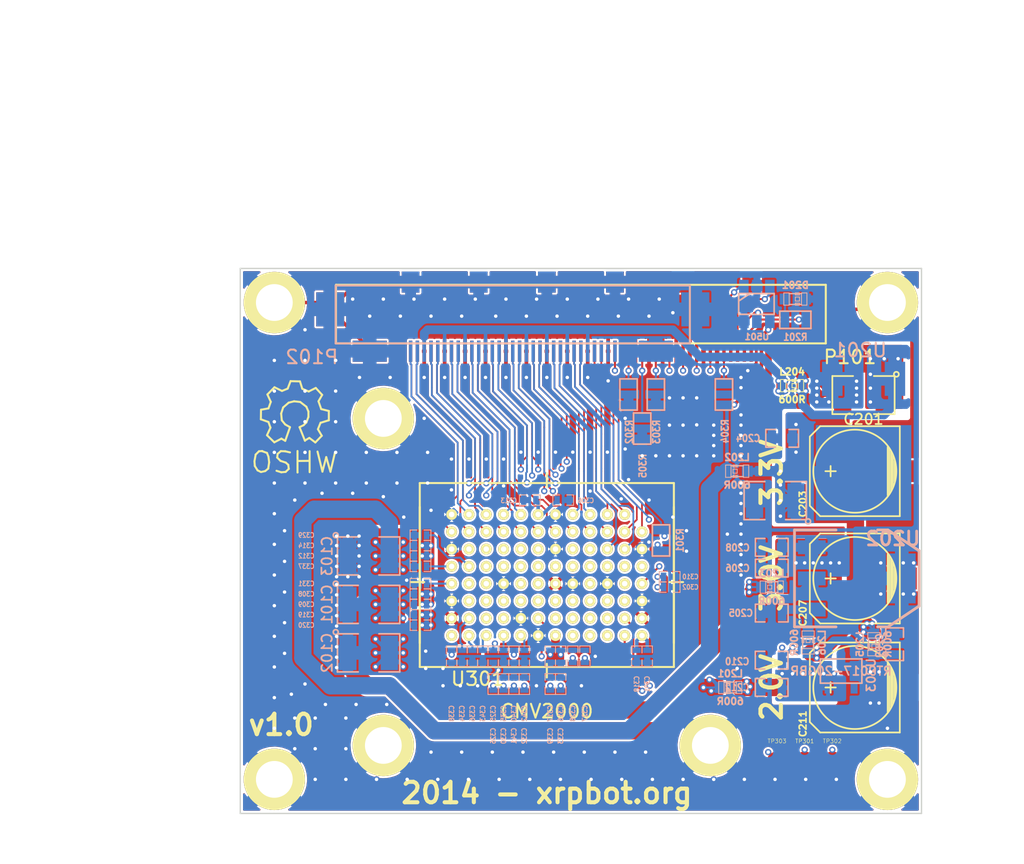
<source format=kicad_pcb>
(kicad_pcb (version 4) (host pcbnew "(2014-11-29 BZR 5307)-product")
  (layers (0 F.Cu signal) (1 In1.Cu power) (2 In2.Cu power) (31 B.Cu signal) (34 B.Paste user) (35 F.Paste user) (36 B.SilkS user) (37 F.SilkS user) (38 B.Mask user hide) (39 F.Mask user hide) (44 Edge.Cuts user))
  (net 0 "")
  (net 1 GND)
  (net 2 "/Power Supply/5V")
  (net 3 /CMV2000/2.0V)
  (net 4 /CMV2000/3.0V)
  (net 5 /CMV2000/3.3V)
  (net 6 /CMV2000/LVDS_1_N)
  (net 7 /CMV2000/LVDS_1_P)
  (net 8 /CMV2000/LVDS_2_N)
  (net 9 /CMV2000/LVDS_2_P)
  (net 10 /CMV2000/LVDS_3_N)
  (net 11 /CMV2000/LVDS_3_P)
  (net 12 /CMV2000/LVDS_4_N)
  (net 13 /CMV2000/LVDS_4_P)
  (net 14 /CMV2000/LVDS_5_N)
  (net 15 /CMV2000/LVDS_5_P)
  (net 16 /CMV2000/LVDS_6_P)
  (net 17 /CMV2000/LVDS_6_N)
  (net 18 /CMV2000/LVDS_7_N)
  (net 19 /CMV2000/LVDS_7_P)
  (net 20 /CMV2000/LVDS_8_N)
  (net 21 /CMV2000/LVDS_8_P)
  (net 22 /CMV2000/LVDS_9_N)
  (net 23 /CMV2000/LVDS_9_P)
  (net 24 /CMV2000/LVDS_10_N)
  (net 25 /CMV2000/LVDS_10_P)
  (net 26 /CMV2000/LVDS_11_N)
  (net 27 /CMV2000/LVDS_11_P)
  (net 28 /CMV2000/LVDS_12_N)
  (net 29 /CMV2000/LVDS_12_P)
  (net 30 /CMV2000/LVDS_13_N)
  (net 31 /CMV2000/LVDS_13_P)
  (net 32 /CMV2000/LVDS_14_P)
  (net 33 /CMV2000/LVDS_14_N)
  (net 34 /CMV2000/LVDS_15_N)
  (net 35 /CMV2000/LVDS_15_P)
  (net 36 /CMV2000/LVDS_16_N)
  (net 37 /CMV2000/LVDS_16_P)
  (net 38 /CMV2000/LVDS_CTR_N)
  (net 39 /CMV2000/LVDS_CTR_P)
  (net 40 /CMV2000/LVDS_CLK_OUT_N)
  (net 41 /CMV2000/LVDS_CLK_OUT_P)
  (net 42 /CMV2000/FRAME_REQ)
  (net 43 /CMV2000/T_EXP1)
  (net 44 /CMV2000/T_EXP2)
  (net 45 /CMV2000/SYS_RES_N)
  (net 46 /CMV2000/SPI_OUT)
  (net 47 /CMV2000/SPI_EN)
  (net 48 /CMV2000/SPI_CLK)
  (net 49 /CMV2000/LVDS_CLK_IN_N)
  (net 50 /CMV2000/LVDS_CLK_IN_P)
  (net 51 /CMV2000/CLK_IN)
  (net 52 /CMV2000/SPI_IN)
  (net 53 "Net-(C325-Pad2)")
  (net 54 "Net-(C326-Pad2)")
  (net 55 "Net-(C327-Pad2)")
  (net 56 "Net-(C328-Pad2)")
  (net 57 "Net-(C329-Pad2)")
  (net 58 "Net-(C330-Pad2)")
  (net 59 "Net-(C331-Pad2)")
  (net 60 "Net-(C332-Pad2)")
  (net 61 "Net-(C333-Pad2)")
  (net 62 "Net-(C334-Pad2)")
  (net 63 "Net-(C335-Pad2)")
  (net 64 "Net-(C336-Pad2)")
  (net 65 "Net-(C337-Pad2)")
  (net 66 "Net-(C338-Pad2)")
  (net 67 "Net-(C339-Pad2)")
  (net 68 "Net-(C340-Pad2)")
  (net 69 "Net-(C341-Pad2)")
  (net 70 "Net-(C342-Pad2)")
  (net 71 "Net-(C343-Pad2)")
  (net 72 "Net-(TP301-Pad1)")
  (net 73 "Net-(TP302-Pad1)")
  (net 74 "Net-(TP303-Pad1)")
  (net 75 "Net-(U301-PadF11)")
  (net 76 "Net-(U301-PadH12)")
  (net 77 "Net-(D201-Pad1)")
  (net 78 /Sheet53D8E0E2/SCL)
  (net 79 /Sheet53D8E0E2/SDA)
  (net 80 /Sheet53D8E0E2/A0)
  (net 81 "Net-(U203-Pad4)")
  (net 82 "/Power Supply/LED_3.3V")
  (net 83 "Net-(C202-Pad1)")
  (net 84 "Net-(C206-Pad1)")
  (net 85 "Net-(C210-Pad1)")
  (net 86 "Net-(C201-Pad1)")
  (net 87 "Net-(C205-Pad1)")
  (net 88 "Net-(C209-Pad1)")
  (net 89 "Net-(P102-Pad28)")
  (net 90 "Net-(P102-Pad29)")
  (net 91 "Net-(P102-Pad30)")
  (net 92 "Net-(P102-Pad31)")
  (module SMD_Packages:SM0603 (layer B.Cu) (at 139.192 113.03 270)
    (fp_text reference R301 (at 0 -1.397 270) (layer B.SilkS) (effects (font (size 0.508 0.4572) (thickness 0.1143)) (justify mirror)))
    (fp_text value 100 hide)
    (pad 1 smd rect (at -0.762 0 270) (size 0.635 1.143) (layers B.Cu B.Paste B.Mask) (net 49 /CMV2000/LVDS_CLK_IN_N))
    (pad 2 smd rect (at 0.762 0 270) (size 0.635 1.143) (layers B.Cu B.Paste B.Mask) (net 50 /CMV2000/LVDS_CLK_IN_P))
  )
  (module owncomp:CMV2000 (layer F.Cu) (at 130.81 115.57 180)
    (fp_text reference U301 (at 5.08 -7.62 180) (layer F.SilkS))
    (fp_text value CMV2000 (at 0 -10 180) (layer F.SilkS))
    (pad B1 thru_hole circle (at -6.985 3.175 180) (size 0.8 0.8) (drill 0.4) (layers *.Cu *.Mask F.SilkS) (net 38 /CMV2000/LVDS_CTR_N))
    (pad B2 thru_hole circle (at -5.715 3.175 180) (size 0.8 0.8) (drill 0.4) (layers *.Cu *.Mask F.SilkS) (net 39 /CMV2000/LVDS_CTR_P))
    (pad B3 thru_hole circle (at -4.445 3.175 180) (size 0.8 0.8) (drill 0.4) (layers *.Cu *.Mask F.SilkS) (net 12 /CMV2000/LVDS_4_N))
    (pad B4 thru_hole circle (at -3.175 3.175 180) (size 0.8 0.8) (drill 0.4) (layers *.Cu *.Mask F.SilkS) (net 13 /CMV2000/LVDS_4_P))
    (pad B5 thru_hole circle (at -1.905 3.175 180) (size 0.8 0.8) (drill 0.4) (layers *.Cu *.Mask F.SilkS) (net 18 /CMV2000/LVDS_7_N))
    (pad B6 thru_hole circle (at -0.635 3.175 180) (size 0.8 0.8) (drill 0.4) (layers *.Cu *.Mask F.SilkS) (net 19 /CMV2000/LVDS_7_P))
    (pad B7 thru_hole circle (at 0.635 3.175 180) (size 0.8 0.8) (drill 0.4) (layers *.Cu *.Mask F.SilkS) (net 24 /CMV2000/LVDS_10_N))
    (pad B8 thru_hole circle (at 1.905 3.175 180) (size 0.8 0.8) (drill 0.4) (layers *.Cu *.Mask F.SilkS) (net 25 /CMV2000/LVDS_10_P))
    (pad B9 thru_hole circle (at 3.175 3.175 180) (size 0.8 0.8) (drill 0.4) (layers *.Cu *.Mask F.SilkS) (net 30 /CMV2000/LVDS_13_N))
    (pad B10 thru_hole circle (at 4.445 3.175 180) (size 0.8 0.8) (drill 0.4) (layers *.Cu *.Mask F.SilkS) (net 31 /CMV2000/LVDS_13_P))
    (pad B11 thru_hole circle (at 5.715 3.175 180) (size 0.8 0.8) (drill 0.4) (layers *.Cu *.Mask F.SilkS) (net 40 /CMV2000/LVDS_CLK_OUT_N))
    (pad B12 thru_hole circle (at 6.985 3.175 180) (size 0.8 0.8) (drill 0.4) (layers *.Cu *.Mask F.SilkS) (net 41 /CMV2000/LVDS_CLK_OUT_P))
    (pad A12 thru_hole circle (at 6.985 4.445 180) (size 0.8 0.8) (drill 0.4) (layers *.Cu *.Mask F.SilkS) (net 1 GND))
    (pad A2 thru_hole circle (at -5.715 4.445 180) (size 0.8 0.8) (drill 0.4) (layers *.Cu *.Mask F.SilkS) (net 8 /CMV2000/LVDS_2_N))
    (pad A3 thru_hole circle (at -4.445 4.445 180) (size 0.8 0.8) (drill 0.4) (layers *.Cu *.Mask F.SilkS) (net 9 /CMV2000/LVDS_2_P))
    (pad A4 thru_hole circle (at -3.175 4.445 180) (size 0.8 0.8) (drill 0.4) (layers *.Cu *.Mask F.SilkS) (net 14 /CMV2000/LVDS_5_N))
    (pad A5 thru_hole circle (at -1.905 4.445 180) (size 0.8 0.8) (drill 0.4) (layers *.Cu *.Mask F.SilkS) (net 15 /CMV2000/LVDS_5_P))
    (pad A6 thru_hole circle (at -0.635 4.445 180) (size 0.8 0.8) (drill 0.4) (layers *.Cu *.Mask F.SilkS) (net 1 GND))
    (pad A7 thru_hole circle (at 0.635 4.445 180) (size 0.8 0.8) (drill 0.4) (layers *.Cu *.Mask F.SilkS) (net 3 /CMV2000/2.0V))
    (pad A9 thru_hole circle (at 3.175 4.445 180) (size 0.8 0.8) (drill 0.4) (layers *.Cu *.Mask F.SilkS) (net 29 /CMV2000/LVDS_12_P))
    (pad A8 thru_hole circle (at 1.905 4.445 180) (size 0.8 0.8) (drill 0.4) (layers *.Cu *.Mask F.SilkS) (net 28 /CMV2000/LVDS_12_N))
    (pad A10 thru_hole circle (at 4.445 4.445 180) (size 0.8 0.8) (drill 0.4) (layers *.Cu *.Mask F.SilkS) (net 34 /CMV2000/LVDS_15_N))
    (pad A11 thru_hole circle (at 5.715 4.445 180) (size 0.8 0.8) (drill 0.4) (layers *.Cu *.Mask F.SilkS) (net 35 /CMV2000/LVDS_15_P))
    (pad C1 thru_hole circle (at -6.985 1.905 180) (size 0.8 0.8) (drill 0.4) (layers *.Cu *.Mask F.SilkS) (net 1 GND))
    (pad C2 thru_hole circle (at -5.715 1.905 180) (size 0.8 0.8) (drill 0.4) (layers *.Cu *.Mask F.SilkS) (net 6 /CMV2000/LVDS_1_N))
    (pad C3 thru_hole circle (at -4.445 1.905 180) (size 0.8 0.8) (drill 0.4) (layers *.Cu *.Mask F.SilkS) (net 7 /CMV2000/LVDS_1_P))
    (pad C4 thru_hole circle (at -3.175 1.905 180) (size 0.8 0.8) (drill 0.4) (layers *.Cu *.Mask F.SilkS) (net 17 /CMV2000/LVDS_6_N))
    (pad C5 thru_hole circle (at -1.905 1.905 180) (size 0.8 0.8) (drill 0.4) (layers *.Cu *.Mask F.SilkS) (net 16 /CMV2000/LVDS_6_P))
    (pad C7 thru_hole circle (at 0.635 1.905 180) (size 0.8 0.8) (drill 0.4) (layers *.Cu *.Mask F.SilkS) (net 3 /CMV2000/2.0V))
    (pad C6 thru_hole circle (at -0.635 1.905 180) (size 0.8 0.8) (drill 0.4) (layers *.Cu *.Mask F.SilkS) (net 1 GND))
    (pad C8 thru_hole circle (at 1.905 1.905 180) (size 0.8 0.8) (drill 0.4) (layers *.Cu *.Mask F.SilkS) (net 26 /CMV2000/LVDS_11_N))
    (pad C9 thru_hole circle (at 3.175 1.905 180) (size 0.8 0.8) (drill 0.4) (layers *.Cu *.Mask F.SilkS) (net 27 /CMV2000/LVDS_11_P))
    (pad C10 thru_hole circle (at 4.445 1.905 180) (size 0.8 0.8) (drill 0.4) (layers *.Cu *.Mask F.SilkS) (net 36 /CMV2000/LVDS_16_N))
    (pad C11 thru_hole circle (at 5.715 1.905 180) (size 0.8 0.8) (drill 0.4) (layers *.Cu *.Mask F.SilkS) (net 37 /CMV2000/LVDS_16_P))
    (pad C12 thru_hole circle (at 6.985 1.905 180) (size 0.8 0.8) (drill 0.4) (layers *.Cu *.Mask F.SilkS) (net 1 GND))
    (pad D1 thru_hole circle (at -6.985 0.635 180) (size 0.8 0.8) (drill 0.4) (layers *.Cu *.Mask F.SilkS) (net 50 /CMV2000/LVDS_CLK_IN_P))
    (pad D2 thru_hole circle (at -5.715 0.635 180) (size 0.8 0.8) (drill 0.4) (layers *.Cu *.Mask F.SilkS) (net 49 /CMV2000/LVDS_CLK_IN_N))
    (pad D3 thru_hole circle (at -4.445 0.635 180) (size 0.8 0.8) (drill 0.4) (layers *.Cu *.Mask F.SilkS) (net 10 /CMV2000/LVDS_3_N))
    (pad D4 thru_hole circle (at -3.175 0.635 180) (size 0.8 0.8) (drill 0.4) (layers *.Cu *.Mask F.SilkS) (net 11 /CMV2000/LVDS_3_P))
    (pad D5 thru_hole circle (at -1.905 0.635 180) (size 0.8 0.8) (drill 0.4) (layers *.Cu *.Mask F.SilkS) (net 20 /CMV2000/LVDS_8_N))
    (pad D6 thru_hole circle (at -0.635 0.635 180) (size 0.8 0.8) (drill 0.4) (layers *.Cu *.Mask F.SilkS) (net 21 /CMV2000/LVDS_8_P))
    (pad D7 thru_hole circle (at 0.635 0.635 180) (size 0.8 0.8) (drill 0.4) (layers *.Cu *.Mask F.SilkS) (net 22 /CMV2000/LVDS_9_N))
    (pad D8 thru_hole circle (at 1.905 0.635 180) (size 0.8 0.8) (drill 0.4) (layers *.Cu *.Mask F.SilkS) (net 23 /CMV2000/LVDS_9_P))
    (pad D9 thru_hole circle (at 3.175 0.635 180) (size 0.8 0.8) (drill 0.4) (layers *.Cu *.Mask F.SilkS) (net 33 /CMV2000/LVDS_14_N))
    (pad D10 thru_hole circle (at 4.445 0.635 180) (size 0.8 0.8) (drill 0.4) (layers *.Cu *.Mask F.SilkS) (net 32 /CMV2000/LVDS_14_P))
    (pad D11 thru_hole circle (at 5.715 0.635 180) (size 0.8 0.8) (drill 0.4) (layers *.Cu *.Mask F.SilkS) (net 57 "Net-(C329-Pad2)"))
    (pad D12 thru_hole circle (at 6.985 0.635 180) (size 0.8 0.8) (drill 0.4) (layers *.Cu *.Mask F.SilkS) (net 65 "Net-(C337-Pad2)"))
    (pad E1 thru_hole circle (at -6.985 -0.635 180) (size 0.8 0.8) (drill 0.4) (layers *.Cu *.Mask F.SilkS) (net 51 /CMV2000/CLK_IN))
    (pad E2 thru_hole circle (at -5.715 -0.635 180) (size 0.8 0.8) (drill 0.4) (layers *.Cu *.Mask F.SilkS) (net 5 /CMV2000/3.3V))
    (pad E3 thru_hole circle (at -4.445 -0.635 180) (size 0.8 0.8) (drill 0.4) (layers *.Cu *.Mask F.SilkS) (net 1 GND))
    (pad E4 thru_hole circle (at -3.175 -0.635 180) (size 0.8 0.8) (drill 0.4) (layers *.Cu *.Mask F.SilkS) (net 3 /CMV2000/2.0V))
    (pad E6 thru_hole circle (at -0.635 -0.635 180) (size 0.8 0.8) (drill 0.4) (layers *.Cu *.Mask F.SilkS) (net 4 /CMV2000/3.0V))
    (pad E5 thru_hole circle (at -1.905 -0.635 180) (size 0.8 0.8) (drill 0.4) (layers *.Cu *.Mask F.SilkS) (net 1 GND))
    (pad E7 thru_hole circle (at 0.635 -0.635 180) (size 0.8 0.8) (drill 0.4) (layers *.Cu *.Mask F.SilkS) (net 3 /CMV2000/2.0V))
    (pad E8 thru_hole circle (at 1.905 -0.635 180) (size 0.8 0.8) (drill 0.4) (layers *.Cu *.Mask F.SilkS) (net 3 /CMV2000/2.0V))
    (pad E9 thru_hole circle (at 3.175 -0.635 180) (size 0.8 0.8) (drill 0.4) (layers *.Cu *.Mask F.SilkS) (net 1 GND))
    (pad E10 thru_hole circle (at 4.445 -0.635 180) (size 0.8 0.8) (drill 0.4) (layers *.Cu *.Mask F.SilkS) (net 58 "Net-(C330-Pad2)"))
    (pad E11 thru_hole circle (at 5.715 -0.635 180) (size 0.8 0.8) (drill 0.4) (layers *.Cu *.Mask F.SilkS) (net 66 "Net-(C338-Pad2)"))
    (pad E12 thru_hole circle (at 6.985 -0.635 180) (size 0.8 0.8) (drill 0.4) (layers *.Cu *.Mask F.SilkS) (net 59 "Net-(C331-Pad2)"))
    (pad F1 thru_hole circle (at -6.985 -1.905 180) (size 0.8 0.8) (drill 0.4) (layers *.Cu *.Mask F.SilkS) (net 1 GND))
    (pad F2 thru_hole circle (at -5.715 -1.905 180) (size 0.8 0.8) (drill 0.4) (layers *.Cu *.Mask F.SilkS) (net 42 /CMV2000/FRAME_REQ))
    (pad F5 thru_hole circle (at -1.905 -1.905 180) (size 0.8 0.8) (drill 0.4) (layers *.Cu *.Mask F.SilkS) (net 55 "Net-(C327-Pad2)"))
    (pad F3 thru_hole circle (at -4.445 -1.905 180) (size 0.8 0.8) (drill 0.4) (layers *.Cu *.Mask F.SilkS) (net 52 /CMV2000/SPI_IN))
    (pad F4 thru_hole circle (at -3.175 -1.905 180) (size 0.8 0.8) (drill 0.4) (layers *.Cu *.Mask F.SilkS) (net 46 /CMV2000/SPI_OUT))
    (pad F6 thru_hole circle (at -0.635 -1.905 180) (size 0.8 0.8) (drill 0.4) (layers *.Cu *.Mask F.SilkS) (net 67 "Net-(C339-Pad2)"))
    (pad F7 thru_hole circle (at 0.635 -1.905 180) (size 0.8 0.8) (drill 0.4) (layers *.Cu *.Mask F.SilkS) (net 5 /CMV2000/3.3V))
    (pad F8 thru_hole circle (at 1.905 -1.905 180) (size 0.8 0.8) (drill 0.4) (layers *.Cu *.Mask F.SilkS) (net 60 "Net-(C332-Pad2)"))
    (pad F9 thru_hole circle (at 3.175 -1.905 180) (size 0.8 0.8) (drill 0.4) (layers *.Cu *.Mask F.SilkS) (net 68 "Net-(C340-Pad2)"))
    (pad F10 thru_hole circle (at 4.445 -1.905 180) (size 0.8 0.8) (drill 0.4) (layers *.Cu *.Mask F.SilkS) (net 53 "Net-(C325-Pad2)"))
    (pad F11 thru_hole circle (at 5.715 -1.905 180) (size 0.8 0.8) (drill 0.4) (layers *.Cu *.Mask F.SilkS) (net 75 "Net-(U301-PadF11)"))
    (pad F12 thru_hole circle (at 6.985 -1.905 180) (size 0.8 0.8) (drill 0.4) (layers *.Cu *.Mask F.SilkS) (net 1 GND))
    (pad G1 thru_hole circle (at -6.985 -3.175 180) (size 0.8 0.8) (drill 0.4) (layers *.Cu *.Mask F.SilkS) (net 4 /CMV2000/3.0V))
    (pad G2 thru_hole circle (at -5.715 -3.175 180) (size 0.8 0.8) (drill 0.4) (layers *.Cu *.Mask F.SilkS) (net 73 "Net-(TP302-Pad1)"))
    (pad G3 thru_hole circle (at -4.445 -3.175 180) (size 0.8 0.8) (drill 0.4) (layers *.Cu *.Mask F.SilkS) (net 44 /CMV2000/T_EXP2))
    (pad G4 thru_hole circle (at -3.175 -3.175 180) (size 0.8 0.8) (drill 0.4) (layers *.Cu *.Mask F.SilkS) (net 47 /CMV2000/SPI_EN))
    (pad G5 thru_hole circle (at -1.905 -3.175 180) (size 0.8 0.8) (drill 0.4) (layers *.Cu *.Mask F.SilkS) (net 56 "Net-(C328-Pad2)"))
    (pad G6 thru_hole circle (at -0.635 -3.175 180) (size 0.8 0.8) (drill 0.4) (layers *.Cu *.Mask F.SilkS) (net 61 "Net-(C333-Pad2)"))
    (pad G7 thru_hole circle (at 0.635 -3.175 180) (size 0.8 0.8) (drill 0.4) (layers *.Cu *.Mask F.SilkS) (net 74 "Net-(TP303-Pad1)"))
    (pad G8 thru_hole circle (at 1.905 -3.175 180) (size 0.8 0.8) (drill 0.4) (layers *.Cu *.Mask F.SilkS) (net 1 GND))
    (pad G9 thru_hole circle (at 3.175 -3.175 180) (size 0.8 0.8) (drill 0.4) (layers *.Cu *.Mask F.SilkS) (net 69 "Net-(C341-Pad2)"))
    (pad G11 thru_hole circle (at 5.715 -3.175 180) (size 0.8 0.8) (drill 0.4) (layers *.Cu *.Mask F.SilkS) (net 62 "Net-(C334-Pad2)"))
    (pad G10 thru_hole circle (at 4.445 -3.175 180) (size 0.8 0.8) (drill 0.4) (layers *.Cu *.Mask F.SilkS) (net 54 "Net-(C326-Pad2)"))
    (pad G12 thru_hole circle (at 6.985 -3.175 180) (size 0.8 0.8) (drill 0.4) (layers *.Cu *.Mask F.SilkS) (net 4 /CMV2000/3.0V))
    (pad H1 thru_hole circle (at -6.985 -4.445 180) (size 0.8 0.8) (drill 0.4) (layers *.Cu *.Mask F.SilkS) (net 5 /CMV2000/3.3V))
    (pad H2 thru_hole circle (at -5.715 -4.445 180) (size 0.8 0.8) (drill 0.4) (layers *.Cu *.Mask F.SilkS) (net 72 "Net-(TP301-Pad1)"))
    (pad H3 thru_hole circle (at -4.445 -4.445 180) (size 0.8 0.8) (drill 0.4) (layers *.Cu *.Mask F.SilkS) (net 43 /CMV2000/T_EXP1))
    (pad H4 thru_hole circle (at -3.175 -4.445 180) (size 0.8 0.8) (drill 0.4) (layers *.Cu *.Mask F.SilkS) (net 48 /CMV2000/SPI_CLK))
    (pad H5 thru_hole circle (at -1.905 -4.445 180) (size 0.8 0.8) (drill 0.4) (layers *.Cu *.Mask F.SilkS) (net 45 /CMV2000/SYS_RES_N))
    (pad H6 thru_hole circle (at -0.635 -4.445 180) (size 0.8 0.8) (drill 0.4) (layers *.Cu *.Mask F.SilkS) (net 5 /CMV2000/3.3V))
    (pad H7 thru_hole circle (at 0.635 -4.445 180) (size 0.8 0.8) (drill 0.4) (layers *.Cu *.Mask F.SilkS) (net 1 GND))
    (pad H8 thru_hole circle (at 1.905 -4.445 180) (size 0.8 0.8) (drill 0.4) (layers *.Cu *.Mask F.SilkS) (net 70 "Net-(C342-Pad2)"))
    (pad H9 thru_hole circle (at 3.175 -4.445 180) (size 0.8 0.8) (drill 0.4) (layers *.Cu *.Mask F.SilkS) (net 63 "Net-(C335-Pad2)"))
    (pad H10 thru_hole circle (at 4.445 -4.445 180) (size 0.8 0.8) (drill 0.4) (layers *.Cu *.Mask F.SilkS) (net 71 "Net-(C343-Pad2)"))
    (pad H11 thru_hole circle (at 5.715 -4.445 180) (size 0.8 0.8) (drill 0.4) (layers *.Cu *.Mask F.SilkS) (net 64 "Net-(C336-Pad2)"))
    (pad H12 thru_hole circle (at 6.985 -4.445 180) (size 0.8 0.8) (drill 0.4) (layers *.Cu *.Mask F.SilkS) (net 76 "Net-(U301-PadH12)"))
  )
  (module SMD_Packages:SM0402_c (layer B.Cu) (at 121.539 116.967)
    (fp_text reference C308 (at -8.382 0) (layer B.SilkS) (effects (font (size 0.35052 0.3048) (thickness 0.07112)) (justify mirror)))
    (fp_text value 100n hide)
    (pad 1 smd rect (at -0.44958 0) (size 0.39878 0.59944) (layers B.Cu B.Paste B.Mask) (net 1 GND))
    (pad 2 smd rect (at 0.44958 0) (size 0.39878 0.59944) (layers B.Cu B.Paste B.Mask) (net 3 /CMV2000/2.0V))
  )
  (module SMD_Packages:SM0402_c (layer B.Cu) (at 121.539 114.173)
    (fp_text reference C312 (at -8.382 0) (layer B.SilkS) (effects (font (size 0.35052 0.3048) (thickness 0.07112)) (justify mirror)))
    (fp_text value 100n hide)
    (pad 1 smd rect (at -0.44958 0) (size 0.39878 0.59944) (layers B.Cu B.Paste B.Mask) (net 1 GND))
    (pad 2 smd rect (at 0.44958 0) (size 0.39878 0.59944) (layers B.Cu B.Paste B.Mask) (net 5 /CMV2000/3.3V))
  )
  (module SMD_Packages:SM0402_c (layer B.Cu) (at 131.826 121.539 90)
    (fp_text reference C316 (at -4.191 0 90) (layer B.SilkS) (effects (font (size 0.35052 0.3048) (thickness 0.07112)) (justify mirror)))
    (fp_text value 100n hide)
    (pad 1 smd rect (at -0.44958 0 90) (size 0.39878 0.59944) (layers B.Cu B.Paste B.Mask) (net 1 GND))
    (pad 2 smd rect (at 0.44958 0 90) (size 0.39878 0.59944) (layers B.Cu B.Paste B.Mask) (net 5 /CMV2000/3.3V))
  )
  (module SMD_Packages:SM0402_c (layer B.Cu) (at 137.414 121.539 90)
    (fp_text reference C318 (at -2.032 0 90) (layer B.SilkS) (effects (font (size 0.35052 0.3048) (thickness 0.07112)) (justify mirror)))
    (fp_text value 100n hide)
    (pad 1 smd rect (at -0.44958 0 90) (size 0.39878 0.59944) (layers B.Cu B.Paste B.Mask) (net 1 GND))
    (pad 2 smd rect (at 0.44958 0 90) (size 0.39878 0.59944) (layers B.Cu B.Paste B.Mask) (net 5 /CMV2000/3.3V))
  )
  (module SMD_Packages:SM0402_c (layer B.Cu) (at 121.539 119.253)
    (fp_text reference C320 (at -8.382 0) (layer B.SilkS) (effects (font (size 0.35052 0.3048) (thickness 0.07112)) (justify mirror)))
    (fp_text value 100n hide)
    (pad 1 smd rect (at -0.44958 0) (size 0.39878 0.59944) (layers B.Cu B.Paste B.Mask) (net 1 GND))
    (pad 2 smd rect (at 0.44958 0) (size 0.39878 0.59944) (layers B.Cu B.Paste B.Mask) (net 4 /CMV2000/3.0V))
  )
  (module SMD_Packages:SM0402_c (layer B.Cu) (at 126.873 121.539 90)
    (fp_text reference C325 (at -4.191 0 90) (layer B.SilkS) (effects (font (size 0.35052 0.3048) (thickness 0.07112)) (justify mirror)))
    (fp_text value 100n hide)
    (pad 1 smd rect (at -0.44958 0 90) (size 0.39878 0.59944) (layers B.Cu B.Paste B.Mask) (net 5 /CMV2000/3.3V))
    (pad 2 smd rect (at 0.44958 0 90) (size 0.39878 0.59944) (layers B.Cu B.Paste B.Mask) (net 53 "Net-(C325-Pad2)"))
  )
  (module SMD_Packages:SM0402_c (layer B.Cu) (at 126.873 123.571 270)
    (fp_text reference C326 (at 3.81 0 270) (layer B.SilkS) (effects (font (size 0.35052 0.3048) (thickness 0.07112)) (justify mirror)))
    (fp_text value 100n hide)
    (pad 1 smd rect (at -0.44958 0 270) (size 0.39878 0.59944) (layers B.Cu B.Paste B.Mask) (net 5 /CMV2000/3.3V))
    (pad 2 smd rect (at 0.44958 0 270) (size 0.39878 0.59944) (layers B.Cu B.Paste B.Mask) (net 54 "Net-(C326-Pad2)"))
  )
  (module SMD_Packages:SM0402_c (layer B.Cu) (at 133.604 121.539 270)
    (fp_text reference C327 (at 4.191 0 270) (layer B.SilkS) (effects (font (size 0.35052 0.3048) (thickness 0.07112)) (justify mirror)))
    (fp_text value 100n hide)
    (pad 1 smd rect (at -0.44958 0 270) (size 0.39878 0.59944) (layers B.Cu B.Paste B.Mask) (net 5 /CMV2000/3.3V))
    (pad 2 smd rect (at 0.44958 0 270) (size 0.39878 0.59944) (layers B.Cu B.Paste B.Mask) (net 55 "Net-(C327-Pad2)"))
  )
  (module SMD_Packages:SM0402_c (layer B.Cu) (at 132.715 121.539 270)
    (fp_text reference C328 (at 4.191 0 270) (layer B.SilkS) (effects (font (size 0.35052 0.3048) (thickness 0.07112)) (justify mirror)))
    (fp_text value 100n hide)
    (pad 1 smd rect (at -0.44958 0 270) (size 0.39878 0.59944) (layers B.Cu B.Paste B.Mask) (net 5 /CMV2000/3.3V))
    (pad 2 smd rect (at 0.44958 0 270) (size 0.39878 0.59944) (layers B.Cu B.Paste B.Mask) (net 56 "Net-(C328-Pad2)"))
  )
  (module SMD_Packages:SM0402_c (layer B.Cu) (at 121.539 112.649)
    (fp_text reference C329 (at -8.382 0) (layer B.SilkS) (effects (font (size 0.35052 0.3048) (thickness 0.07112)) (justify mirror)))
    (fp_text value 100n hide)
    (pad 1 smd rect (at -0.44958 0) (size 0.39878 0.59944) (layers B.Cu B.Paste B.Mask) (net 1 GND))
    (pad 2 smd rect (at 0.44958 0) (size 0.39878 0.59944) (layers B.Cu B.Paste B.Mask) (net 57 "Net-(C329-Pad2)"))
  )
  (module SMD_Packages:SM0402_c (layer B.Cu) (at 127.635 123.571 270)
    (fp_text reference C330 (at 3.81 0 270) (layer B.SilkS) (effects (font (size 0.35052 0.3048) (thickness 0.07112)) (justify mirror)))
    (fp_text value 100n hide)
    (pad 1 smd rect (at -0.44958 0 270) (size 0.39878 0.59944) (layers B.Cu B.Paste B.Mask) (net 1 GND))
    (pad 2 smd rect (at 0.44958 0 270) (size 0.39878 0.59944) (layers B.Cu B.Paste B.Mask) (net 58 "Net-(C330-Pad2)"))
  )
  (module SMD_Packages:SM0402_c (layer B.Cu) (at 121.539 116.205)
    (fp_text reference C331 (at -8.382 0) (layer B.SilkS) (effects (font (size 0.35052 0.3048) (thickness 0.07112)) (justify mirror)))
    (fp_text value 100n hide)
    (pad 1 smd rect (at -0.44958 0) (size 0.39878 0.59944) (layers B.Cu B.Paste B.Mask) (net 1 GND))
    (pad 2 smd rect (at 0.44958 0) (size 0.39878 0.59944) (layers B.Cu B.Paste B.Mask) (net 59 "Net-(C331-Pad2)"))
  )
  (module SMD_Packages:SM0402_c (layer B.Cu) (at 129.159 123.571 270)
    (fp_text reference C332 (at 3.81 0 270) (layer B.SilkS) (effects (font (size 0.35052 0.3048) (thickness 0.07112)) (justify mirror)))
    (fp_text value 100n hide)
    (pad 1 smd rect (at -0.44958 0 270) (size 0.39878 0.59944) (layers B.Cu B.Paste B.Mask) (net 1 GND))
    (pad 2 smd rect (at 0.44958 0 270) (size 0.39878 0.59944) (layers B.Cu B.Paste B.Mask) (net 60 "Net-(C332-Pad2)"))
  )
  (module SMD_Packages:SM0402_c (layer B.Cu) (at 131.826 123.571 270)
    (fp_text reference C333 (at 3.81 0 270) (layer B.SilkS) (effects (font (size 0.35052 0.3048) (thickness 0.07112)) (justify mirror)))
    (fp_text value 100n hide)
    (pad 1 smd rect (at -0.44958 0 270) (size 0.39878 0.59944) (layers B.Cu B.Paste B.Mask) (net 1 GND))
    (pad 2 smd rect (at 0.44958 0 270) (size 0.39878 0.59944) (layers B.Cu B.Paste B.Mask) (net 61 "Net-(C333-Pad2)"))
  )
  (module SMD_Packages:SM0402_c (layer B.Cu) (at 124.587 121.539 90)
    (fp_text reference C334 (at -4.191 0 90) (layer B.SilkS) (effects (font (size 0.35052 0.3048) (thickness 0.07112)) (justify mirror)))
    (fp_text value 100n hide)
    (pad 1 smd rect (at -0.44958 0 90) (size 0.39878 0.59944) (layers B.Cu B.Paste B.Mask) (net 1 GND))
    (pad 2 smd rect (at 0.44958 0 90) (size 0.39878 0.59944) (layers B.Cu B.Paste B.Mask) (net 62 "Net-(C334-Pad2)"))
  )
  (module SMD_Packages:SM0402_c (layer B.Cu) (at 127.635 121.539 90)
    (fp_text reference C335 (at -4.191 0 90) (layer B.SilkS) (effects (font (size 0.35052 0.3048) (thickness 0.07112)) (justify mirror)))
    (fp_text value 100n hide)
    (pad 1 smd rect (at -0.44958 0 90) (size 0.39878 0.59944) (layers B.Cu B.Paste B.Mask) (net 1 GND))
    (pad 2 smd rect (at 0.44958 0 90) (size 0.39878 0.59944) (layers B.Cu B.Paste B.Mask) (net 63 "Net-(C335-Pad2)"))
  )
  (module SMD_Packages:SM0402_c (layer B.Cu) (at 125.349 121.539 90)
    (fp_text reference C336 (at -4.191 0 90) (layer B.SilkS) (effects (font (size 0.35052 0.3048) (thickness 0.07112)) (justify mirror)))
    (fp_text value 100n hide)
    (pad 1 smd rect (at -0.44958 0 90) (size 0.39878 0.59944) (layers B.Cu B.Paste B.Mask) (net 1 GND))
    (pad 2 smd rect (at 0.44958 0 90) (size 0.39878 0.59944) (layers B.Cu B.Paste B.Mask) (net 64 "Net-(C336-Pad2)"))
  )
  (module SMD_Packages:SM0402_c (layer B.Cu) (at 121.539 114.935)
    (fp_text reference C337 (at -8.382 0) (layer B.SilkS) (effects (font (size 0.35052 0.3048) (thickness 0.07112)) (justify mirror)))
    (fp_text value 100n hide)
    (pad 1 smd rect (at -0.44958 0) (size 0.39878 0.59944) (layers B.Cu B.Paste B.Mask) (net 1 GND))
    (pad 2 smd rect (at 0.44958 0) (size 0.39878 0.59944) (layers B.Cu B.Paste B.Mask) (net 65 "Net-(C337-Pad2)"))
  )
  (module SMD_Packages:SM0402_c (layer B.Cu) (at 123.825 121.539 90)
    (fp_text reference C338 (at -4.191 0 90) (layer B.SilkS) (effects (font (size 0.35052 0.3048) (thickness 0.07112)) (justify mirror)))
    (fp_text value 100n hide)
    (pad 1 smd rect (at -0.44958 0 90) (size 0.39878 0.59944) (layers B.Cu B.Paste B.Mask) (net 1 GND))
    (pad 2 smd rect (at 0.44958 0 90) (size 0.39878 0.59944) (layers B.Cu B.Paste B.Mask) (net 66 "Net-(C338-Pad2)"))
  )
  (module SMD_Packages:SM0402_c (layer B.Cu) (at 131.064 123.571 270)
    (fp_text reference C339 (at 3.81 0 270) (layer B.SilkS) (effects (font (size 0.35052 0.3048) (thickness 0.07112)) (justify mirror)))
    (fp_text value 100n hide)
    (pad 1 smd rect (at -0.44958 0 270) (size 0.39878 0.59944) (layers B.Cu B.Paste B.Mask) (net 1 GND))
    (pad 2 smd rect (at 0.44958 0 270) (size 0.39878 0.59944) (layers B.Cu B.Paste B.Mask) (net 67 "Net-(C339-Pad2)"))
  )
  (module SMD_Packages:SM0402_c (layer B.Cu) (at 128.397 121.539 90)
    (fp_text reference C340 (at -4.191 0 90) (layer B.SilkS) (effects (font (size 0.35052 0.3048) (thickness 0.07112)) (justify mirror)))
    (fp_text value 100n hide)
    (pad 1 smd rect (at -0.44958 0 90) (size 0.39878 0.59944) (layers B.Cu B.Paste B.Mask) (net 1 GND))
    (pad 2 smd rect (at 0.44958 0 90) (size 0.39878 0.59944) (layers B.Cu B.Paste B.Mask) (net 68 "Net-(C340-Pad2)"))
  )
  (module SMD_Packages:SM0402_c (layer B.Cu) (at 128.397 123.571 270)
    (fp_text reference C341 (at 3.81 0 270) (layer B.SilkS) (effects (font (size 0.35052 0.3048) (thickness 0.07112)) (justify mirror)))
    (fp_text value 100n hide)
    (pad 1 smd rect (at -0.44958 0 270) (size 0.39878 0.59944) (layers B.Cu B.Paste B.Mask) (net 1 GND))
    (pad 2 smd rect (at 0.44958 0 270) (size 0.39878 0.59944) (layers B.Cu B.Paste B.Mask) (net 69 "Net-(C341-Pad2)"))
  )
  (module SMD_Packages:SM0402_c (layer B.Cu) (at 129.159 121.539 90)
    (fp_text reference C342 (at -4.191 0 90) (layer B.SilkS) (effects (font (size 0.35052 0.3048) (thickness 0.07112)) (justify mirror)))
    (fp_text value 100n hide)
    (pad 1 smd rect (at -0.44958 0 90) (size 0.39878 0.59944) (layers B.Cu B.Paste B.Mask) (net 1 GND))
    (pad 2 smd rect (at 0.44958 0 90) (size 0.39878 0.59944) (layers B.Cu B.Paste B.Mask) (net 70 "Net-(C342-Pad2)"))
  )
  (module SMD_Packages:SM0402_c (layer B.Cu) (at 126.111 121.539 90)
    (fp_text reference C343 (at -4.191 0 90) (layer B.SilkS) (effects (font (size 0.35052 0.3048) (thickness 0.07112)) (justify mirror)))
    (fp_text value 100n hide)
    (pad 1 smd rect (at -0.44958 0 90) (size 0.39878 0.59944) (layers B.Cu B.Paste B.Mask) (net 1 GND))
    (pad 2 smd rect (at 0.44958 0 90) (size 0.39878 0.59944) (layers B.Cu B.Paste B.Mask) (net 71 "Net-(C343-Pad2)"))
  )
  (module SMD_Packages:SOT223 (layer B.Cu) (at 153.56 115.82 90)
    (fp_text reference U202 (at 2.917 2.65 180) (layer B.SilkS) (effects (font (size 1.016 1.016) (thickness 0.2032)) (justify mirror)))
    (fp_text value MCP1826S hide)
    (pad 4 smd rect (at 0 3.302 90) (size 3.6576 2.032) (layers B.Cu B.Paste B.Mask) (net 1 GND))
    (pad 2 smd rect (at 0 -3.302 90) (size 1.016 2.032) (layers B.Cu B.Paste B.Mask) (net 1 GND))
    (pad 3 smd rect (at 2.286 -3.302 90) (size 1.016 2.032) (layers B.Cu B.Paste B.Mask) (net 84 "Net-(C206-Pad1)"))
    (pad 1 smd rect (at -2.286 -3.302 90) (size 1.016 2.032) (layers B.Cu B.Paste B.Mask) (net 87 "Net-(C205-Pad1)"))
  )
  (module owncomp:TO252-3 (layer B.Cu) (at 154.06 108.07)
    (fp_text reference U201 (at -0.25 -9) (layer B.SilkS) (effects (justify mirror)))
    (fp_text value AP1084 hide)
    (pad 2 smd rect (at 0 0) (size 7 7) (layers B.Cu B.Paste B.Mask) (net 83 "Net-(C202-Pad1)"))
    (pad 3 smd rect (at 2.3 -6.9) (size 1.5 2.5) (layers B.Cu B.Paste B.Mask) (net 86 "Net-(C201-Pad1)"))
    (pad 1 smd rect (at -2.3 -6.9) (size 1.5 2.5) (layers B.Cu B.Paste B.Mask) (net 1 GND))
  )
  (module SMD_Packages:SM0402_c (layer B.Cu) (at 139.827 115.697 180)
    (fp_text reference C310 (at -1.524 0 180) (layer B.SilkS) (effects (font (size 0.35052 0.3048) (thickness 0.07112)) (justify mirror)))
    (fp_text value 4.7µ hide)
    (pad 1 smd rect (at -0.44958 0 180) (size 0.39878 0.59944) (layers B.Cu B.Paste B.Mask) (net 1 GND))
    (pad 2 smd rect (at 0.44958 0 180) (size 0.39878 0.59944) (layers B.Cu B.Paste B.Mask) (net 5 /CMV2000/3.3V))
  )
  (module SMD_Packages:SM0402_c (layer B.Cu) (at 121.539 117.729)
    (fp_text reference C309 (at -8.382 0) (layer B.SilkS) (effects (font (size 0.35052 0.3048) (thickness 0.07112)) (justify mirror)))
    (fp_text value 4.7µ hide)
    (pad 1 smd rect (at -0.44958 0) (size 0.39878 0.59944) (layers B.Cu B.Paste B.Mask) (net 1 GND))
    (pad 2 smd rect (at 0.44958 0) (size 0.39878 0.59944) (layers B.Cu B.Paste B.Mask) (net 3 /CMV2000/2.0V))
  )
  (module SMD_Packages:SM0402_c (layer B.Cu) (at 121.539 113.411)
    (fp_text reference C314 (at -8.382 0) (layer B.SilkS) (effects (font (size 0.35052 0.3048) (thickness 0.07112)) (justify mirror)))
    (fp_text value 4.7µ hide)
    (pad 1 smd rect (at -0.44958 0) (size 0.39878 0.59944) (layers B.Cu B.Paste B.Mask) (net 1 GND))
    (pad 2 smd rect (at 0.44958 0) (size 0.39878 0.59944) (layers B.Cu B.Paste B.Mask) (net 5 /CMV2000/3.3V))
  )
  (module SMD_Packages:SM0402_c (layer B.Cu) (at 129.56 110.07)
    (fp_text reference C313 (at -1.544 0.039) (layer B.SilkS) (effects (font (size 0.35052 0.3048) (thickness 0.07112)) (justify mirror)))
    (fp_text value 4.7µ hide)
    (pad 1 smd rect (at -0.44958 0) (size 0.39878 0.59944) (layers B.Cu B.Paste B.Mask) (net 1 GND))
    (pad 2 smd rect (at 0.44958 0) (size 0.39878 0.59944) (layers B.Cu B.Paste B.Mask) (net 3 /CMV2000/2.0V))
  )
  (module SMD_Packages:SM0402_c (layer B.Cu) (at 131.064 121.539 90)
    (fp_text reference C317 (at -4.191 0 90) (layer B.SilkS) (effects (font (size 0.35052 0.3048) (thickness 0.07112)) (justify mirror)))
    (fp_text value 4.7µ hide)
    (pad 1 smd rect (at -0.44958 0 90) (size 0.39878 0.59944) (layers B.Cu B.Paste B.Mask) (net 1 GND))
    (pad 2 smd rect (at 0.44958 0 90) (size 0.39878 0.59944) (layers B.Cu B.Paste B.Mask) (net 5 /CMV2000/3.3V))
  )
  (module SMD_Packages:SM0402_c (layer B.Cu) (at 121.539 118.491)
    (fp_text reference C319 (at -8.382 0) (layer B.SilkS) (effects (font (size 0.35052 0.3048) (thickness 0.07112)) (justify mirror)))
    (fp_text value 4.7µ hide)
    (pad 1 smd rect (at -0.44958 0) (size 0.39878 0.59944) (layers B.Cu B.Paste B.Mask) (net 1 GND))
    (pad 2 smd rect (at 0.44958 0) (size 0.39878 0.59944) (layers B.Cu B.Paste B.Mask) (net 4 /CMV2000/3.0V))
  )
  (module SMD_Packages:SM1210 (layer B.Cu) (at 117.729 117.729)
    (fp_text reference C101 (at -3.048 0 270) (layer B.SilkS) (effects (font (size 0.762 0.762) (thickness 0.127)) (justify mirror)))
    (fp_text value 100µ hide)
    (pad 1 smd rect (at -1.524 0) (size 1.27 2.54) (layers B.Cu B.Paste B.Mask) (net 1 GND))
    (pad 2 smd rect (at 1.524 0) (size 1.27 2.54) (layers B.Cu B.Paste B.Mask) (net 3 /CMV2000/2.0V))
  )
  (module SMD_Packages:SM1210 (layer B.Cu) (at 117.729 121.285)
    (fp_text reference C102 (at -3.048 0 270) (layer B.SilkS) (effects (font (size 0.762 0.762) (thickness 0.127)) (justify mirror)))
    (fp_text value 100µ hide)
    (pad 1 smd rect (at -1.524 0) (size 1.27 2.54) (layers B.Cu B.Paste B.Mask) (net 1 GND))
    (pad 2 smd rect (at 1.524 0) (size 1.27 2.54) (layers B.Cu B.Paste B.Mask) (net 4 /CMV2000/3.0V))
  )
  (module SMD_Packages:SM1210 (layer B.Cu) (at 117.729 114.173)
    (fp_text reference C103 (at -3.048 0 270) (layer B.SilkS) (effects (font (size 0.762 0.762) (thickness 0.127)) (justify mirror)))
    (fp_text value 100µ hide)
    (pad 1 smd rect (at -1.524 0) (size 1.27 2.54) (layers B.Cu B.Paste B.Mask) (net 1 GND))
    (pad 2 smd rect (at 1.524 0) (size 1.27 2.54) (layers B.Cu B.Paste B.Mask) (net 5 /CMV2000/3.3V))
  )
  (module SMD_Packages:SM1210 (layer F.Cu) (at 154.051 102.362 180)
    (fp_text reference C201 (at 0 -1.778 180) (layer F.SilkS) (effects (font (size 0.762 0.762) (thickness 0.127))))
    (fp_text value 100µ hide)
    (pad 1 smd rect (at -1.524 0 180) (size 1.27 2.54) (layers F.Cu F.Paste F.Mask) (net 86 "Net-(C201-Pad1)"))
    (pad 2 smd rect (at 1.524 0 180) (size 1.27 2.54) (layers F.Cu F.Paste F.Mask) (net 1 GND))
  )
  (module SMD_Packages:SM1210 (layer B.Cu) (at 147.574 110.109 180)
    (fp_text reference C202 hide)
    (fp_text value 100µ hide)
    (pad 1 smd rect (at -1.524 0 180) (size 1.27 2.54) (layers B.Cu B.Paste B.Mask) (net 83 "Net-(C202-Pad1)"))
    (pad 2 smd rect (at 1.524 0 180) (size 1.27 2.54) (layers B.Cu B.Paste B.Mask) (net 1 GND))
  )
  (module SMD_Packages:SM0603_Capa (layer B.Cu) (at 148.082 105.537 180)
    (fp_text reference C204 (at 2.5 0 180) (layer B.SilkS) (effects (font (size 0.508 0.4572) (thickness 0.1143)) (justify mirror)))
    (fp_text value 33µ hide)
    (pad 1 smd rect (at -0.762 0 180) (size 0.635 1.143) (layers B.Cu B.Paste B.Mask) (net 83 "Net-(C202-Pad1)"))
    (pad 2 smd rect (at 0.762 0 180) (size 0.635 1.143) (layers B.Cu B.Paste B.Mask) (net 1 GND))
  )
  (module SMD_Packages:SM0603_Capa (layer B.Cu) (at 147.32 118.364 180)
    (fp_text reference C205 (at 2.272 -0.001 180) (layer B.SilkS) (effects (font (size 0.508 0.4572) (thickness 0.1143)) (justify mirror)))
    (fp_text value 10µ hide)
    (pad 1 smd rect (at -0.762 0 180) (size 0.635 1.143) (layers B.Cu B.Paste B.Mask) (net 87 "Net-(C205-Pad1)"))
    (pad 2 smd rect (at 0.762 0 180) (size 0.635 1.143) (layers B.Cu B.Paste B.Mask) (net 1 GND))
  )
  (module SMD_Packages:SM0603_Capa (layer B.Cu) (at 147.32 115.062 180)
    (fp_text reference C206 (at 2.51 -0.008 180) (layer B.SilkS) (effects (font (size 0.508 0.4572) (thickness 0.1143)) (justify mirror)))
    (fp_text value 10µ hide)
    (pad 1 smd rect (at -0.762 0 180) (size 0.635 1.143) (layers B.Cu B.Paste B.Mask) (net 84 "Net-(C206-Pad1)"))
    (pad 2 smd rect (at 0.762 0 180) (size 0.635 1.143) (layers B.Cu B.Paste B.Mask) (net 1 GND))
  )
  (module SMD_Packages:SM0402_c (layer B.Cu) (at 139.827 116.459 180)
    (fp_text reference C302 (at -1.524 0 180) (layer B.SilkS) (effects (font (size 0.35052 0.3048) (thickness 0.07112)) (justify mirror)))
    (fp_text value 100n hide)
    (pad 1 smd rect (at -0.44958 0 180) (size 0.39878 0.59944) (layers B.Cu B.Paste B.Mask) (net 1 GND))
    (pad 2 smd rect (at 0.44958 0 180) (size 0.39878 0.59944) (layers B.Cu B.Paste B.Mask) (net 5 /CMV2000/3.3V))
  )
  (module SMD_Packages:SM0402_c (layer B.Cu) (at 132.01 110.07 180)
    (fp_text reference C306 (at -1.667 -0.039 180) (layer B.SilkS) (effects (font (size 0.35052 0.3048) (thickness 0.07112)) (justify mirror)))
    (fp_text value 100n hide)
    (pad 1 smd rect (at -0.44958 0 180) (size 0.39878 0.59944) (layers B.Cu B.Paste B.Mask) (net 1 GND))
    (pad 2 smd rect (at 0.44958 0 180) (size 0.39878 0.59944) (layers B.Cu B.Paste B.Mask) (net 3 /CMV2000/2.0V))
  )
  (module SMD_Packages:SM0603 (layer B.Cu) (at 136.81 102.32 270)
    (fp_text reference R302 (at 2.745 -0.047 270) (layer B.SilkS) (effects (font (size 0.508 0.4572) (thickness 0.1143)) (justify mirror)))
    (fp_text value R hide)
    (pad 1 smd rect (at -0.762 0 270) (size 0.635 1.143) (layers B.Cu B.Paste B.Mask) (net 42 /CMV2000/FRAME_REQ))
    (pad 2 smd rect (at 0.762 0 270) (size 0.635 1.143) (layers B.Cu B.Paste B.Mask) (net 1 GND))
  )
  (module SMD_Packages:SM0603 (layer B.Cu) (at 138.81 102.32 270)
    (fp_text reference R303 (at 2.745 -0.047 270) (layer B.SilkS) (effects (font (size 0.508 0.4572) (thickness 0.1143)) (justify mirror)))
    (fp_text value R hide)
    (pad 1 smd rect (at -0.762 0 270) (size 0.635 1.143) (layers B.Cu B.Paste B.Mask) (net 43 /CMV2000/T_EXP1))
    (pad 2 smd rect (at 0.762 0 270) (size 0.635 1.143) (layers B.Cu B.Paste B.Mask) (net 1 GND))
  )
  (module SMD_Packages:SM0603 (layer B.Cu) (at 143.81 102.32 90)
    (fp_text reference R304 (at -2.701 0.081 90) (layer B.SilkS) (effects (font (size 0.508 0.4572) (thickness 0.1143)) (justify mirror)))
    (fp_text value 10k hide)
    (pad 1 smd rect (at -0.762 0 90) (size 0.635 1.143) (layers B.Cu B.Paste B.Mask) (net 5 /CMV2000/3.3V))
    (pad 2 smd rect (at 0.762 0 90) (size 0.635 1.143) (layers B.Cu B.Paste B.Mask) (net 45 /CMV2000/SYS_RES_N))
  )
  (module SMD_Packages:SM0603 (layer B.Cu) (at 137.81 104.82 270)
    (fp_text reference R305 (at 2.745 -0.047 270) (layer B.SilkS) (effects (font (size 0.508 0.4572) (thickness 0.1143)) (justify mirror)))
    (fp_text value R hide)
    (pad 1 smd rect (at -0.762 0 270) (size 0.635 1.143) (layers B.Cu B.Paste B.Mask) (net 44 /CMV2000/T_EXP2))
    (pad 2 smd rect (at 0.762 0 270) (size 0.635 1.143) (layers B.Cu B.Paste B.Mask) (net 1 GND))
  )
  (module Capacitors_SMD:c_elec_6.3x7.7 (layer F.Cu) (at 153.416 107.95 180)
    (fp_text reference C203 (at 3.81 -2.413 270) (layer F.SilkS) (effects (font (size 0.50038 0.50038) (thickness 0.11938))))
    (fp_text value 330µ hide)
    (pad 1 smd rect (at 2.75082 0 180) (size 3.59918 1.6002) (layers F.Cu F.Paste F.Mask) (net 83 "Net-(C202-Pad1)"))
    (pad 2 smd rect (at -2.75082 0 180) (size 3.59918 1.6002) (layers F.Cu F.Paste F.Mask) (net 1 GND))
  )
  (module Capacitors_SMD:c_elec_6.3x7.7 (layer F.Cu) (at 153.416 115.824 180)
    (fp_text reference C207 (at 3.81 -2.54 450) (layer F.SilkS) (effects (font (size 0.50038 0.50038) (thickness 0.11938))))
    (fp_text value 330µ hide)
    (pad 1 smd rect (at 2.75082 0 180) (size 3.59918 1.6002) (layers F.Cu F.Paste F.Mask) (net 84 "Net-(C206-Pad1)"))
    (pad 2 smd rect (at -2.75082 0 180) (size 3.59918 1.6002) (layers F.Cu F.Paste F.Mask) (net 1 GND))
  )
  (module SMD_Packages:SM0603_Capa (layer B.Cu) (at 147.32 113.538 180)
    (fp_text reference C208 (at 2.51 -0.032 360) (layer B.SilkS) (effects (font (size 0.508 0.4572) (thickness 0.1143)) (justify mirror)))
    (fp_text value 33µ hide)
    (pad 1 smd rect (at -0.762 0 180) (size 0.635 1.143) (layers B.Cu B.Paste B.Mask) (net 84 "Net-(C206-Pad1)"))
    (pad 2 smd rect (at 0.762 0 180) (size 0.635 1.143) (layers B.Cu B.Paste B.Mask) (net 1 GND))
  )
  (module SMD_Packages:SM0603_Capa (layer B.Cu) (at 156.337 120.65 90)
    (fp_text reference C209 (at -0.097 -1.113 270) (layer B.SilkS) (effects (font (size 0.508 0.4572) (thickness 0.1143)) (justify mirror)))
    (fp_text value 1µ hide)
    (pad 1 smd rect (at -0.762 0 90) (size 0.635 1.143) (layers B.Cu B.Paste B.Mask) (net 88 "Net-(C209-Pad1)"))
    (pad 2 smd rect (at 0.762 0 90) (size 0.635 1.143) (layers B.Cu B.Paste B.Mask) (net 1 GND))
  )
  (module SMD_Packages:SM0603_Capa (layer B.Cu) (at 147.31 121.82 180)
    (fp_text reference C210 (at 2.53 -0.1 180) (layer B.SilkS) (effects (font (size 0.508 0.4572) (thickness 0.1143)) (justify mirror)))
    (fp_text value 1µ hide)
    (pad 1 smd rect (at -0.762 0 180) (size 0.635 1.143) (layers B.Cu B.Paste B.Mask) (net 85 "Net-(C210-Pad1)"))
    (pad 2 smd rect (at 0.762 0 180) (size 0.635 1.143) (layers B.Cu B.Paste B.Mask) (net 1 GND))
  )
  (module Capacitors_SMD:c_elec_6.3x7.7 (layer F.Cu) (at 153.416 123.825 180)
    (fp_text reference C211 (at 3.81 -2.667 270) (layer F.SilkS) (effects (font (size 0.50038 0.50038) (thickness 0.11938))))
    (fp_text value 330µ hide)
    (pad 1 smd rect (at 2.75082 0 180) (size 3.59918 1.6002) (layers F.Cu F.Paste F.Mask) (net 85 "Net-(C210-Pad1)"))
    (pad 2 smd rect (at -2.75082 0 180) (size 3.59918 1.6002) (layers F.Cu F.Paste F.Mask) (net 1 GND))
  )
  (module SMD_Packages:SM0603_Capa (layer B.Cu) (at 147.31 123.82 180)
    (fp_text reference C212 (at 2.53 -0.005 180) (layer B.SilkS) (effects (font (size 0.508 0.4572) (thickness 0.1143)) (justify mirror)))
    (fp_text value 33µ hide)
    (pad 1 smd rect (at -0.762 0 180) (size 0.635 1.143) (layers B.Cu B.Paste B.Mask) (net 85 "Net-(C210-Pad1)"))
    (pad 2 smd rect (at 0.762 0 180) (size 0.635 1.143) (layers B.Cu B.Paste B.Mask) (net 1 GND))
  )
  (module SMD_Packages:SM0402_c (layer B.Cu) (at 138.176 121.539 90)
    (fp_text reference C301 (at -2.032 0 90) (layer B.SilkS) (effects (font (size 0.35052 0.3048) (thickness 0.07112)) (justify mirror)))
    (fp_text value 4.7µ hide)
    (pad 1 smd rect (at -0.44958 0 90) (size 0.39878 0.59944) (layers B.Cu B.Paste B.Mask) (net 1 GND))
    (pad 2 smd rect (at 0.44958 0 90) (size 0.39878 0.59944) (layers B.Cu B.Paste B.Mask) (net 5 /CMV2000/3.3V))
  )
  (module Measurement_Points:Measurement_Point_Round-SMD-Pad_Small (layer F.Cu) (at 149.733 129.286)
    (fp_text reference TP301 (at 0 -1.524) (layer F.SilkS) (effects (font (size 0.3 0.3) (thickness 0.0381))))
    (fp_text value TESTPOINT hide)
    (pad 1 smd circle (at 0 0) (size 1.524 1.524) (layers F.Cu F.Paste F.Mask) (net 72 "Net-(TP301-Pad1)"))
  )
  (module Measurement_Points:Measurement_Point_Round-SMD-Pad_Small (layer F.Cu) (at 151.765 129.286)
    (fp_text reference TP302 (at -0.007 -1.526) (layer F.SilkS) (effects (font (size 0.3 0.3) (thickness 0.03175))))
    (fp_text value TESTPOINT hide)
    (pad 1 smd circle (at 0 0) (size 1.524 1.524) (layers F.Cu F.Paste F.Mask) (net 73 "Net-(TP302-Pad1)"))
  )
  (module Measurement_Points:Measurement_Point_Round-SMD-Pad_Small (layer F.Cu) (at 147.701 129.286)
    (fp_text reference TP303 (at 0 -1.524) (layer F.SilkS) (effects (font (size 0.3 0.3) (thickness 0.03175))))
    (fp_text value TESTPOINT hide)
    (pad 1 smd circle (at 0 0) (size 1.524 1.524) (layers F.Cu F.Paste F.Mask) (net 74 "Net-(TP303-Pad1)"))
  )
  (module LEDs:LED-0603 (layer B.Cu) (at 149.049815 95.31479)
    (fp_text reference D201 (at 0 -1.016) (layer B.SilkS) (effects (font (size 0.508 0.508) (thickness 0.127)) (justify mirror)))
    (fp_text value LED hide)
    (pad 1 smd rect (at -0.7493 0) (size 0.79756 0.79756) (layers B.Cu B.Paste B.Mask) (net 77 "Net-(D201-Pad1)"))
    (pad 2 smd rect (at 0.7493 0) (size 0.79756 0.79756) (layers B.Cu B.Paste B.Mask) (net 1 GND))
  )
  (module SMD_Packages:SM0603 (layer B.Cu) (at 149.049815 96.83879)
    (fp_text reference R201 (at 0 1.27) (layer B.SilkS) (effects (font (size 0.508 0.4572) (thickness 0.1143)) (justify mirror)))
    (fp_text value 680 hide)
    (pad 1 smd rect (at -0.762 0) (size 0.635 1.143) (layers B.Cu B.Paste B.Mask) (net 77 "Net-(D201-Pad1)"))
    (pad 2 smd rect (at 0.762 0) (size 0.635 1.143) (layers B.Cu B.Paste B.Mask) (net 82 "/Power Supply/LED_3.3V"))
  )
  (module owncomp:MOUNTING_HOLE (layer F.Cu) (at 110.81 130.57)
    (fp_text reference U401 hide)
    (fp_text value MOUNTHOLE hide)
    (pad 1 thru_hole circle (at 0 0) (size 4.5 4.5) (drill 2.7) (layers *.Cu *.Mask F.SilkS) (net 1 GND))
  )
  (module owncomp:MOUNTING_HOLE (layer F.Cu) (at 110.81 95.57)
    (fp_text reference U402 hide)
    (fp_text value MOUNTHOLE hide)
    (pad 1 thru_hole circle (at 0 0) (size 4.5 4.5) (drill 2.7) (layers *.Cu *.Mask F.SilkS) (net 1 GND))
  )
  (module owncomp:MOUNTING_HOLE (layer F.Cu) (at 155.81 95.57)
    (fp_text reference U403 hide)
    (fp_text value MOUNTHOLE hide)
    (pad 1 thru_hole circle (at 0 0) (size 4.5 4.5) (drill 2.7) (layers *.Cu *.Mask F.SilkS) (net 1 GND))
  )
  (module owncomp:MOUNTING_HOLE (layer F.Cu) (at 155.81 130.57)
    (fp_text reference U404 hide)
    (fp_text value MOUNTHOLE hide)
    (pad 1 thru_hole circle (at 0 0) (size 4.5 4.5) (drill 2.7) (layers *.Cu *.Mask F.SilkS) (net 1 GND))
  )
  (module owncomp:MOUNTING_HOLE (layer F.Cu) (at 142.81 128.078)
    (fp_text reference U405 hide)
    (fp_text value MOUNTHOLE hide)
    (pad 1 thru_hole circle (at 0 0) (size 4.5 4.5) (drill 2.7) (layers *.Cu *.Mask F.SilkS) (net 1 GND))
  )
  (module owncomp:MOUNTING_HOLE (layer F.Cu) (at 118.81 104.078)
    (fp_text reference U407 hide)
    (fp_text value MOUNTHOLE hide)
    (pad 1 thru_hole circle (at 0 0) (size 4.5 4.5) (drill 2.7) (layers *.Cu *.Mask F.SilkS) (net 1 GND))
  )
  (module owncomp:MOUNTING_HOLE (layer F.Cu) (at 118.81 128.078)
    (fp_text reference U408 hide)
    (fp_text value MOUNTHOLE hide)
    (pad 1 thru_hole circle (at 0 0) (size 4.5 4.5) (drill 2.7) (layers *.Cu *.Mask F.SilkS) (net 1 GND))
  )
  (module SMD_Packages:SOT23_6 (layer B.Cu) (at 146.225 95.674)
    (fp_text reference U501 (at 0 2.413) (layer B.SilkS) (effects (font (size 0.4572 0.4572) (thickness 0.1143)) (justify mirror)))
    (fp_text value 24AA025E48 hide)
    (pad 6 smd rect (at -0.9525 1.27) (size 0.70104 1.00076) (layers B.Cu B.Paste B.Mask) (net 1 GND))
    (pad 5 smd rect (at 0 1.27) (size 0.70104 1.00076) (layers B.Cu B.Paste B.Mask) (net 80 /Sheet53D8E0E2/A0))
    (pad 4 smd rect (at 0.9525 1.27) (size 0.70104 1.00076) (layers B.Cu B.Paste B.Mask) (net 5 /CMV2000/3.3V))
    (pad 3 smd rect (at 0.9525 -1.27) (size 0.70104 1.00076) (layers B.Cu B.Paste B.Mask) (net 79 /Sheet53D8E0E2/SDA))
    (pad 2 smd rect (at 0 -1.27) (size 0.70104 1.00076) (layers B.Cu B.Paste B.Mask) (net 1 GND))
    (pad 1 smd rect (at -0.9525 -1.27) (size 0.70104 1.00076) (layers B.Cu B.Paste B.Mask) (net 78 /Sheet53D8E0E2/SCL))
  )
  (module SMD_Packages:SOT23-5 (layer B.Cu) (at 152.41 122.62)
    (fp_text reference U203 (at 2.19964 0.29972 270) (layer B.SilkS) (effects (font (size 0.635 0.635) (thickness 0.127)) (justify mirror)))
    (fp_text value RT9017-20GBR (at 0 0) (layer B.SilkS) (effects (font (size 0.635 0.635) (thickness 0.127)) (justify mirror)))
    (pad 1 smd rect (at -0.9525 -1.27) (size 0.508 0.762) (layers B.Cu B.Paste B.Mask) (net 88 "Net-(C209-Pad1)"))
    (pad 3 smd rect (at 0.9525 -1.27) (size 0.508 0.762) (layers B.Cu B.Paste B.Mask) (net 88 "Net-(C209-Pad1)"))
    (pad 5 smd rect (at -0.9525 1.27) (size 0.508 0.762) (layers B.Cu B.Paste B.Mask) (net 85 "Net-(C210-Pad1)"))
    (pad 2 smd rect (at 0 -1.27) (size 0.508 0.762) (layers B.Cu B.Paste B.Mask) (net 1 GND))
    (pad 4 smd rect (at 0.9525 1.27) (size 0.508 0.762) (layers B.Cu B.Paste B.Mask) (net 81 "Net-(U203-Pad4)"))
  )
  (module LEDs:LED-0603 (layer B.Cu) (at 144.272 123.825 180)
    (fp_text reference L201 (at 0 1.016 180) (layer B.SilkS) (effects (font (size 0.508 0.508) (thickness 0.127)) (justify mirror)))
    (fp_text value 600R (at 0 -1.016 180) (layer B.SilkS) (effects (font (size 0.508 0.508) (thickness 0.127)) (justify mirror)))
    (pad 1 smd rect (at -0.7493 0 180) (size 0.79756 0.79756) (layers B.Cu B.Paste B.Mask) (net 85 "Net-(C210-Pad1)"))
    (pad 2 smd rect (at 0.7493 0 180) (size 0.79756 0.79756) (layers B.Cu B.Paste B.Mask) (net 3 /CMV2000/2.0V))
  )
  (module LEDs:LED-0603 (layer B.Cu) (at 144.78 107.95 180)
    (fp_text reference L202 (at 0 1.016 180) (layer B.SilkS) (effects (font (size 0.508 0.508) (thickness 0.127)) (justify mirror)))
    (fp_text value 600R (at 0 -1.016 180) (layer B.SilkS) (effects (font (size 0.508 0.508) (thickness 0.127)) (justify mirror)))
    (pad 1 smd rect (at -0.7493 0 180) (size 0.79756 0.79756) (layers B.Cu B.Paste B.Mask) (net 83 "Net-(C202-Pad1)"))
    (pad 2 smd rect (at 0.7493 0 180) (size 0.79756 0.79756) (layers B.Cu B.Paste B.Mask) (net 5 /CMV2000/3.3V))
  )
  (module LEDs:LED-0603 (layer B.Cu) (at 147.32 116.459 180)
    (fp_text reference L203 (at 0 1.016 180) (layer B.SilkS) (effects (font (size 0.508 0.508) (thickness 0.127)) (justify mirror)))
    (fp_text value 600R (at 0 -1.016 180) (layer B.SilkS) (effects (font (size 0.508 0.508) (thickness 0.127)) (justify mirror)))
    (pad 1 smd rect (at -0.7493 0 180) (size 0.79756 0.79756) (layers B.Cu B.Paste B.Mask) (net 84 "Net-(C206-Pad1)"))
    (pad 2 smd rect (at 0.7493 0 180) (size 0.79756 0.79756) (layers B.Cu B.Paste B.Mask) (net 4 /CMV2000/3.0V))
  )
  (module LEDs:LED-0603 (layer F.Cu) (at 148.81 101.67)
    (fp_text reference L204 (at 0 -1.016) (layer F.SilkS) (effects (font (size 0.508 0.508) (thickness 0.127))))
    (fp_text value 600R (at 0 1.016) (layer F.SilkS) (effects (font (size 0.508 0.508) (thickness 0.127))))
    (pad 1 smd rect (at -0.7493 0) (size 0.79756 0.79756) (layers F.Cu F.Paste F.Mask) (net 2 "/Power Supply/5V"))
    (pad 2 smd rect (at 0.7493 0) (size 0.79756 0.79756) (layers F.Cu F.Paste F.Mask) (net 86 "Net-(C201-Pad1)"))
  )
  (module LEDs:LED-0603 (layer B.Cu) (at 154.813 120.65 270)
    (fp_text reference L205 (at 0 1.016 270) (layer B.SilkS) (effects (font (size 0.508 0.508) (thickness 0.127)) (justify mirror)))
    (fp_text value 600R (at 0 -1.016 270) (layer B.SilkS) (effects (font (size 0.508 0.508) (thickness 0.127)) (justify mirror)))
    (pad 1 smd rect (at -0.7493 0 270) (size 0.79756 0.79756) (layers B.Cu B.Paste B.Mask) (net 83 "Net-(C202-Pad1)"))
    (pad 2 smd rect (at 0.7493 0 270) (size 0.79756 0.79756) (layers B.Cu B.Paste B.Mask) (net 88 "Net-(C209-Pad1)"))
  )
  (module LEDs:LED-0603 (layer B.Cu) (at 149.987 120.523 90)
    (fp_text reference L206 (at 0 1.016 90) (layer B.SilkS) (effects (font (size 0.508 0.508) (thickness 0.127)) (justify mirror)))
    (fp_text value 600R (at 0 -1.016 90) (layer B.SilkS) (effects (font (size 0.508 0.508) (thickness 0.127)) (justify mirror)))
    (pad 1 smd rect (at -0.7493 0 90) (size 0.79756 0.79756) (layers B.Cu B.Paste B.Mask) (net 83 "Net-(C202-Pad1)"))
    (pad 2 smd rect (at 0.7493 0 90) (size 0.79756 0.79756) (layers B.Cu B.Paste B.Mask) (net 87 "Net-(C205-Pad1)"))
  )
  (module owncomp:FI-RE51S-HF-R1500 (layer F.Cu) (at 133.31 98.57 180)
    (fp_text reference P101 (at -19.75 -1 180) (layer F.SilkS))
    (fp_text value "" hide)
    (pad 1 smd rect (at -12.5 -0.575 180) (size 0.25 1.55) (layers F.Cu F.Paste F.Mask) (net 82 "/Power Supply/LED_3.3V"))
    (pad 2 smd rect (at -12 -0.575 180) (size 0.25 1.55) (layers F.Cu F.Paste F.Mask) (net 80 /Sheet53D8E0E2/A0))
    (pad 3 smd rect (at -11.5 -0.575 180) (size 0.25 1.55) (layers F.Cu F.Paste F.Mask) (net 79 /Sheet53D8E0E2/SDA))
    (pad 4 smd rect (at -11 -0.575 180) (size 0.25 1.55) (layers F.Cu F.Paste F.Mask) (net 78 /Sheet53D8E0E2/SCL))
    (pad 5 smd rect (at -10.5 -0.575 180) (size 0.25 1.55) (layers F.Cu F.Paste F.Mask) (net 45 /CMV2000/SYS_RES_N))
    (pad 6 smd rect (at -10 -0.575 180) (size 0.25 1.55) (layers F.Cu F.Paste F.Mask) (net 1 GND))
    (pad 7 smd rect (at -9.5 -0.575 180) (size 0.25 1.55) (layers F.Cu F.Paste F.Mask) (net 48 /CMV2000/SPI_CLK))
    (pad 8 smd rect (at -9 -0.575 180) (size 0.25 1.55) (layers F.Cu F.Paste F.Mask) (net 1 GND))
    (pad 9 smd rect (at -8.5 -0.575 180) (size 0.25 1.55) (layers F.Cu F.Paste F.Mask) (net 47 /CMV2000/SPI_EN))
    (pad 10 smd rect (at -8 -0.575 180) (size 0.25 1.55) (layers F.Cu F.Paste F.Mask) (net 1 GND))
    (pad 11 smd rect (at -7.5 -0.575 180) (size 0.25 1.55) (layers F.Cu F.Paste F.Mask) (net 46 /CMV2000/SPI_OUT))
    (pad 12 smd rect (at -7 -0.575 180) (size 0.25 1.55) (layers F.Cu F.Paste F.Mask) (net 1 GND))
    (pad 13 smd rect (at -6.5 -0.575 180) (size 0.25 1.55) (layers F.Cu F.Paste F.Mask) (net 52 /CMV2000/SPI_IN))
    (pad 14 smd rect (at -6 -0.575 180) (size 0.25 1.55) (layers F.Cu F.Paste F.Mask) (net 1 GND))
    (pad 15 smd rect (at -5.5 -0.575 180) (size 0.25 1.55) (layers F.Cu F.Paste F.Mask) (net 43 /CMV2000/T_EXP1))
    (pad 16 smd rect (at -5 -0.575 180) (size 0.25 1.55) (layers F.Cu F.Paste F.Mask) (net 1 GND))
    (pad 17 smd rect (at -4.5 -0.575 180) (size 0.25 1.55) (layers F.Cu F.Paste F.Mask) (net 44 /CMV2000/T_EXP2))
    (pad 18 smd rect (at -4 -0.575 180) (size 0.25 1.55) (layers F.Cu F.Paste F.Mask) (net 1 GND))
    (pad 19 smd rect (at -3.5 -0.575 180) (size 0.25 1.55) (layers F.Cu F.Paste F.Mask) (net 42 /CMV2000/FRAME_REQ))
    (pad 20 smd rect (at -3 -0.575 180) (size 0.25 1.55) (layers F.Cu F.Paste F.Mask) (net 1 GND))
    (pad 21 smd rect (at -2.5 -0.575 180) (size 0.25 1.55) (layers F.Cu F.Paste F.Mask) (net 51 /CMV2000/CLK_IN))
    (pad 22 smd rect (at -2 -0.575 180) (size 0.25 1.55) (layers F.Cu F.Paste F.Mask) (net 1 GND))
    (pad 23 smd rect (at -1.5 -0.575 180) (size 0.25 1.55) (layers F.Cu F.Paste F.Mask) (net 38 /CMV2000/LVDS_CTR_N))
    (pad 24 smd rect (at -1 -0.575 180) (size 0.25 1.55) (layers F.Cu F.Paste F.Mask) (net 39 /CMV2000/LVDS_CTR_P))
    (pad 25 smd rect (at -0.5 -0.575 180) (size 0.25 1.55) (layers F.Cu F.Paste F.Mask) (net 1 GND))
    (pad 26 smd rect (at 0 -0.575 180) (size 0.25 1.55) (layers F.Cu F.Paste F.Mask) (net 8 /CMV2000/LVDS_2_N))
    (pad 27 smd rect (at 0.5 -0.575 180) (size 0.25 1.55) (layers F.Cu F.Paste F.Mask) (net 9 /CMV2000/LVDS_2_P))
    (pad 28 smd rect (at 1 -0.575 180) (size 0.25 1.55) (layers F.Cu F.Paste F.Mask) (net 1 GND))
    (pad 29 smd rect (at 1.5 -0.575 180) (size 0.25 1.55) (layers F.Cu F.Paste F.Mask) (net 12 /CMV2000/LVDS_4_N))
    (pad 30 smd rect (at 2 -0.575 180) (size 0.25 1.55) (layers F.Cu F.Paste F.Mask) (net 13 /CMV2000/LVDS_4_P))
    (pad 31 smd rect (at 2.5 -0.575 180) (size 0.25 1.55) (layers F.Cu F.Paste F.Mask) (net 1 GND))
    (pad 32 smd rect (at 3 -0.575 180) (size 0.25 1.55) (layers F.Cu F.Paste F.Mask) (net 10 /CMV2000/LVDS_3_N))
    (pad 33 smd rect (at 3.5 -0.575 180) (size 0.25 1.55) (layers F.Cu F.Paste F.Mask) (net 11 /CMV2000/LVDS_3_P))
    (pad 34 smd rect (at 4 -0.575 180) (size 0.25 1.55) (layers F.Cu F.Paste F.Mask) (net 1 GND))
    (pad 35 smd rect (at 4.5 -0.575 180) (size 0.25 1.55) (layers F.Cu F.Paste F.Mask) (net 20 /CMV2000/LVDS_8_N))
    (pad 36 smd rect (at 5 -0.575 180) (size 0.25 1.55) (layers F.Cu F.Paste F.Mask) (net 21 /CMV2000/LVDS_8_P))
    (pad 37 smd rect (at 5.5 -0.575 180) (size 0.25 1.55) (layers F.Cu F.Paste F.Mask) (net 1 GND))
    (pad 38 smd rect (at 6 -0.575 180) (size 0.25 1.55) (layers F.Cu F.Paste F.Mask) (net 22 /CMV2000/LVDS_9_N))
    (pad 39 smd rect (at 6.5 -0.575 180) (size 0.25 1.55) (layers F.Cu F.Paste F.Mask) (net 23 /CMV2000/LVDS_9_P))
    (pad 40 smd rect (at 7 -0.575 180) (size 0.25 1.55) (layers F.Cu F.Paste F.Mask) (net 1 GND))
    (pad 41 smd rect (at 7.5 -0.575 180) (size 0.25 1.55) (layers F.Cu F.Paste F.Mask) (net 18 /CMV2000/LVDS_7_N))
    (pad 42 smd rect (at 8 -0.575 180) (size 0.25 1.55) (layers F.Cu F.Paste F.Mask) (net 19 /CMV2000/LVDS_7_P))
    (pad 43 smd rect (at 8.5 -0.575 180) (size 0.25 1.55) (layers F.Cu F.Paste F.Mask) (net 1 GND))
    (pad 44 smd rect (at 9 -0.575 180) (size 0.25 1.55) (layers F.Cu F.Paste F.Mask) (net 24 /CMV2000/LVDS_10_N))
    (pad 45 smd rect (at 9.5 -0.575 180) (size 0.25 1.55) (layers F.Cu F.Paste F.Mask) (net 25 /CMV2000/LVDS_10_P))
    (pad 46 smd rect (at 10 -0.575 180) (size 0.25 1.55) (layers F.Cu F.Paste F.Mask) (net 1 GND))
    (pad 47 smd rect (at 10.5 -0.575 180) (size 0.25 1.55) (layers F.Cu F.Paste F.Mask) (net 30 /CMV2000/LVDS_13_N))
    (pad 48 smd rect (at 11 -0.575 180) (size 0.25 1.55) (layers F.Cu F.Paste F.Mask) (net 31 /CMV2000/LVDS_13_P))
    (pad 49 smd rect (at 11.5 -0.575 180) (size 0.25 1.55) (layers F.Cu F.Paste F.Mask) (net 1 GND))
    (pad 50 smd rect (at 12 -0.575 180) (size 0.25 1.55) (layers F.Cu F.Paste F.Mask) (net 40 /CMV2000/LVDS_CLK_OUT_N))
    (pad 51 smd rect (at 12.5 -0.575 180) (size 0.25 1.55) (layers F.Cu F.Paste F.Mask) (net 41 /CMV2000/LVDS_CLK_OUT_P))
    (pad 52 smd rect (at -15.5 -0.575 180) (size 2.5 1.55) (layers F.Cu F.Paste F.Mask) (net 1 GND))
    (pad 53 smd rect (at 15.5 -0.575 180) (size 2.5 1.55) (layers F.Cu F.Paste F.Mask) (net 1 GND))
    (pad 54 smd rect (at -18.4 2.5 180) (size 2.05 2.5) (layers F.Cu F.Paste F.Mask) (net 1 GND))
    (pad 55 smd rect (at 18.4 2.5 180) (size 2.05 2.5) (layers F.Cu F.Paste F.Mask) (net 1 GND))
    (pad 56 smd rect (at -12.5 4.5 180) (size 1.3 1.55) (layers F.Cu F.Paste F.Mask) (net 1 GND))
    (pad 57 smd rect (at -7.5 4.5 180) (size 1.3 1.55) (layers F.Cu F.Paste F.Mask) (net 1 GND))
    (pad 58 smd rect (at -2.5 4.5 180) (size 1.3 1.55) (layers F.Cu F.Paste F.Mask) (net 1 GND))
    (pad 59 smd rect (at 2.5 4.5 180) (size 1.3 1.55) (layers F.Cu F.Paste F.Mask) (net 1 GND))
    (pad 60 smd rect (at 7.5 4.5 180) (size 1.3 1.55) (layers F.Cu F.Paste F.Mask) (net 1 GND))
    (pad 61 smd rect (at 12.5 4.5 180) (size 1.3 1.55) (layers F.Cu F.Paste F.Mask) (net 1 GND))
  )
  (module owncomp:FI-RE31S-HF-R1500 (layer B.Cu) (at 128.31 98.57)
    (fp_text reference P102 (at -14.75 1) (layer B.SilkS) (effects (justify mirror)))
    (fp_text value CONN_31 hide)
    (pad 1 smd rect (at -7.5 0.575) (size 0.25 1.55) (layers B.Cu B.Paste B.Mask) (net 35 /CMV2000/LVDS_15_P))
    (pad 2 smd rect (at -7 0.575) (size 0.25 1.55) (layers B.Cu B.Paste B.Mask) (net 34 /CMV2000/LVDS_15_N))
    (pad 3 smd rect (at -6.5 0.575) (size 0.25 1.55) (layers B.Cu B.Paste B.Mask) (net 2 "/Power Supply/5V"))
    (pad 4 smd rect (at -6 0.575) (size 0.25 1.55) (layers B.Cu B.Paste B.Mask) (net 37 /CMV2000/LVDS_16_P))
    (pad 5 smd rect (at -5.5 0.575) (size 0.25 1.55) (layers B.Cu B.Paste B.Mask) (net 36 /CMV2000/LVDS_16_N))
    (pad 6 smd rect (at -5 0.575) (size 0.25 1.55) (layers B.Cu B.Paste B.Mask) (net 2 "/Power Supply/5V"))
    (pad 7 smd rect (at -4.5 0.575) (size 0.25 1.55) (layers B.Cu B.Paste B.Mask) (net 32 /CMV2000/LVDS_14_P))
    (pad 8 smd rect (at -4 0.575) (size 0.25 1.55) (layers B.Cu B.Paste B.Mask) (net 33 /CMV2000/LVDS_14_N))
    (pad 9 smd rect (at -3.5 0.575) (size 0.25 1.55) (layers B.Cu B.Paste B.Mask) (net 2 "/Power Supply/5V"))
    (pad 10 smd rect (at -3 0.575) (size 0.25 1.55) (layers B.Cu B.Paste B.Mask) (net 29 /CMV2000/LVDS_12_P))
    (pad 11 smd rect (at -2.5 0.575) (size 0.25 1.55) (layers B.Cu B.Paste B.Mask) (net 28 /CMV2000/LVDS_12_N))
    (pad 12 smd rect (at -2 0.575) (size 0.25 1.55) (layers B.Cu B.Paste B.Mask) (net 2 "/Power Supply/5V"))
    (pad 13 smd rect (at -1.5 0.575) (size 0.25 1.55) (layers B.Cu B.Paste B.Mask) (net 27 /CMV2000/LVDS_11_P))
    (pad 14 smd rect (at -1 0.575) (size 0.25 1.55) (layers B.Cu B.Paste B.Mask) (net 26 /CMV2000/LVDS_11_N))
    (pad 15 smd rect (at -0.5 0.575) (size 0.25 1.55) (layers B.Cu B.Paste B.Mask) (net 2 "/Power Supply/5V"))
    (pad 16 smd rect (at 0 0.575) (size 0.25 1.55) (layers B.Cu B.Paste B.Mask) (net 16 /CMV2000/LVDS_6_P))
    (pad 17 smd rect (at 0.5 0.575) (size 0.25 1.55) (layers B.Cu B.Paste B.Mask) (net 17 /CMV2000/LVDS_6_N))
    (pad 18 smd rect (at 1 0.575) (size 0.25 1.55) (layers B.Cu B.Paste B.Mask) (net 2 "/Power Supply/5V"))
    (pad 19 smd rect (at 1.5 0.575) (size 0.25 1.55) (layers B.Cu B.Paste B.Mask) (net 15 /CMV2000/LVDS_5_P))
    (pad 20 smd rect (at 2 0.575) (size 0.25 1.55) (layers B.Cu B.Paste B.Mask) (net 14 /CMV2000/LVDS_5_N))
    (pad 21 smd rect (at 2.5 0.575) (size 0.25 1.55) (layers B.Cu B.Paste B.Mask) (net 2 "/Power Supply/5V"))
    (pad 22 smd rect (at 3 0.575) (size 0.25 1.55) (layers B.Cu B.Paste B.Mask) (net 7 /CMV2000/LVDS_1_P))
    (pad 23 smd rect (at 3.5 0.575) (size 0.25 1.55) (layers B.Cu B.Paste B.Mask) (net 6 /CMV2000/LVDS_1_N))
    (pad 24 smd rect (at 4 0.575) (size 0.25 1.55) (layers B.Cu B.Paste B.Mask) (net 2 "/Power Supply/5V"))
    (pad 25 smd rect (at 4.5 0.575) (size 0.25 1.55) (layers B.Cu B.Paste B.Mask) (net 50 /CMV2000/LVDS_CLK_IN_P))
    (pad 26 smd rect (at 5 0.575) (size 0.25 1.55) (layers B.Cu B.Paste B.Mask) (net 49 /CMV2000/LVDS_CLK_IN_N))
    (pad 27 smd rect (at 5.5 0.575) (size 0.25 1.55) (layers B.Cu B.Paste B.Mask) (net 2 "/Power Supply/5V"))
    (pad 28 smd rect (at 6 0.575) (size 0.25 1.55) (layers B.Cu B.Paste B.Mask) (net 89 "Net-(P102-Pad28)"))
    (pad 29 smd rect (at 6.5 0.575) (size 0.25 1.55) (layers B.Cu B.Paste B.Mask) (net 90 "Net-(P102-Pad29)"))
    (pad 30 smd rect (at 7 0.575) (size 0.25 1.55) (layers B.Cu B.Paste B.Mask) (net 91 "Net-(P102-Pad30)"))
    (pad 31 smd rect (at 7.5 0.575) (size 0.25 1.55) (layers B.Cu B.Paste B.Mask) (net 92 "Net-(P102-Pad31)"))
    (pad 32 smd rect (at -10.5 0.575) (size 2.5 1.55) (layers B.Cu B.Paste B.Mask) (net 1 GND))
    (pad 33 smd rect (at 10.5 0.575) (size 2.5 1.55) (layers B.Cu B.Paste B.Mask) (net 1 GND))
    (pad 34 smd rect (at -13.4 -2.5) (size 2.05 2.5) (layers B.Cu B.Paste B.Mask) (net 1 GND))
    (pad 35 smd rect (at 13.4 -2.5) (size 2.05 2.5) (layers B.Cu B.Paste B.Mask) (net 1 GND))
    (pad 36 smd rect (at -7.5 -4.5) (size 1.3 1.55) (layers B.Cu B.Paste B.Mask) (net 1 GND))
    (pad 37 smd rect (at -2.5 -4.5) (size 1.3 1.55) (layers B.Cu B.Paste B.Mask) (net 1 GND))
    (pad 38 smd rect (at 2.5 -4.5) (size 1.3 1.55) (layers B.Cu B.Paste B.Mask) (net 1 GND))
    (pad 39 smd rect (at 7.5 -4.5) (size 1.3 1.55) (layers B.Cu B.Paste B.Mask) (net 1 GND))
  )
  (module Symbols:Symbol_OSHW-Logo_SilkScreen (layer F.Cu) (at 112.31 103.82)
    (fp_text reference SYM hide)
    (fp_text value Symbol_OSHW-Logo_SilkScreen_07Jul2012 hide)
  )
  (gr_text 3.0V (at 147.31 115.82 90) (layer F.SilkS) (effects (font (size 1.5 1.5) (thickness 0.3))))
  (gr_text 2.0V (at 147.31 123.82 90) (layer F.SilkS) (effects (font (size 1.5 1.5) (thickness 0.3))))
  (gr_text 3.3V (at 147.31 108.07 90) (layer F.SilkS) (effects (font (size 1.5 1.5) (thickness 0.3))))
  (gr_text v1.0 (at 111.31 126.57) (layer F.SilkS) (effects (font (size 1.5 1.5) (thickness 0.3))))
  (gr_text "2014 - xrpbot.org" (at 130.81 131.57) (layer F.SilkS) (effects (font (size 1.5 1.5) (thickness 0.3))))
  (gr_line (start 108.31 133.07) (end 158.31 133.07) (angle 90) (layer Edge.Cuts) (width 0.1))
  (gr_line (start 158.31 93.07) (end 108.31 93.07) (angle 90) (layer Edge.Cuts) (width 0.1))
  (gr_line (start 158.31 133.07) (end 158.31 93.07) (angle 90) (layer Edge.Cuts) (width 0.1))
  (gr_line (start 108.31 93.07) (end 108.31 133.07) (angle 90) (layer Edge.Cuts) (width 0.1))
  (segment (start 152.527 102.362) (end 150.622 102.362) (width 0.254) (layer F.Cu) (net 1))
  (via (at 150.622 102.362) (size 0.4572) (layers F.Cu B.Cu) (net 1))
  (segment (start 152.527 102.362) (end 153.543 102.362) (width 0.254) (layer F.Cu) (net 1))
  (via (at 153.543 102.362) (size 0.4572) (layers F.Cu B.Cu) (net 1))
  (segment (start 140.06 111.32) (end 141.06 112.32) (width 0.254) (layer B.Cu) (net 1))
  (via (at 140.06 111.32) (size 0.4572) (layers F.Cu B.Cu) (net 1))
  (segment (start 136.56 106.32) (end 136.56 107.07) (width 0.254) (layer B.Cu) (net 1))
  (segment (start 136.56 107.07) (end 136.56 107.82) (width 0.254) (layer B.Cu) (net 1))
  (segment (start 136.56 107.82) (end 136.81 108.07) (width 0.254) (layer B.Cu) (net 1))
  (segment (start 136.81 108.07) (end 136.81 108.57) (width 0.254) (layer B.Cu) (net 1))
  (via (at 136.81 108.57) (size 0.4572) (layers F.Cu B.Cu) (net 1))
  (segment (start 136.81 108.57) (end 137.31 109.07) (width 0.254) (layer B.Cu) (net 1))
  (segment (start 137.31 109.07) (end 137.81 109.57) (width 0.254) (layer B.Cu) (net 1))
  (segment (start 137.81 109.57) (end 138.31 110.07) (width 0.254) (layer B.Cu) (net 1))
  (via (at 138.31 110.07) (size 0.4572) (layers F.Cu B.Cu) (net 1))
  (segment (start 138.31 110.07) (end 138.81 110.57) (width 0.254) (layer B.Cu) (net 1))
  (segment (start 138.81 110.57) (end 139.31 111.07) (width 0.254) (layer B.Cu) (net 1))
  (segment (start 139.31 111.07) (end 139.56 111.32) (width 0.254) (layer B.Cu) (net 1))
  (segment (start 139.56 111.32) (end 140.06 111.32) (width 0.254) (layer B.Cu) (net 1))
  (via (at 141.06 113.82) (size 0.4572) (layers F.Cu B.Cu) (net 1))
  (segment (start 141.06 112.32) (end 141.06 113.82) (width 0.254) (layer B.Cu) (net 1))
  (via (at 141.06 112.32) (size 0.4572) (layers F.Cu B.Cu) (net 1))
  (segment (start 145.06 112.57) (end 144.06 112.57) (width 0.254) (layer B.Cu) (net 1))
  (via (at 145.06 112.57) (size 0.4572) (layers F.Cu B.Cu) (net 1))
  (via (at 144.06 112.57) (size 0.4572) (layers F.Cu B.Cu) (net 1))
  (segment (start 141.81 104.548698) (end 140.831302 104.548698) (width 0.254) (layer B.Cu) (net 1))
  (segment (start 140.831302 104.548698) (end 140.81 104.57) (width 0.254) (layer B.Cu) (net 1))
  (segment (start 139.81 104.57) (end 140.81 104.57) (width 0.254) (layer B.Cu) (net 1))
  (via (at 140.81 104.57) (size 0.4572) (drill 0.254) (layers F.Cu B.Cu) (net 1))
  (segment (start 141.81 106.82) (end 141.81 104.548698) (width 0.254) (layer B.Cu) (net 1))
  (segment (start 141.81 104.548698) (end 141.81 102.57) (width 0.254) (layer B.Cu) (net 1))
  (segment (start 141.788698 104.57) (end 141.81 104.548698) (width 0.254) (layer B.Cu) (net 1))
  (via (at 141.81 104.548698) (size 0.4572) (drill 0.254) (layers F.Cu B.Cu) (net 1))
  (segment (start 139.81 102.57) (end 139.81 104.57) (width 0.254) (layer B.Cu) (net 1))
  (via (at 139.81 104.57) (size 0.4572) (drill 0.254) (layers F.Cu B.Cu) (net 1))
  (segment (start 140.81 102.57) (end 139.81 102.57) (width 0.254) (layer B.Cu) (net 1))
  (via (at 139.81 102.57) (size 0.4572) (drill 0.254) (layers F.Cu B.Cu) (net 1))
  (segment (start 141.81 102.57) (end 140.81 102.57) (width 0.254) (layer B.Cu) (net 1))
  (via (at 140.81 102.57) (size 0.4572) (drill 0.254) (layers F.Cu B.Cu) (net 1))
  (via (at 141.81 102.57) (size 0.4572) (drill 0.254) (layers F.Cu B.Cu) (net 1))
  (segment (start 127.635 123.12142) (end 127.635 122.88825) (width 0.254) (layer B.Cu) (net 1))
  (segment (start 127.635 122.88825) (end 127.736601 122.786649) (width 0.254) (layer B.Cu) (net 1))
  (segment (start 127.736601 122.786649) (end 127.736601 122.090181) (width 0.254) (layer B.Cu) (net 1))
  (segment (start 127.736601 122.090181) (end 127.635 121.98858) (width 0.254) (layer B.Cu) (net 1))
  (via (at 112.31 126.07) (size 0.4572) (layers F.Cu B.Cu) (net 1))
  (via (at 112.06 124.32) (size 0.4572) (layers F.Cu B.Cu) (net 1))
  (via (at 113.81 126.07) (size 0.4572) (layers F.Cu B.Cu) (net 1))
  (via (at 112.31 128.32) (size 0.4572) (layers F.Cu B.Cu) (net 1))
  (via (at 116.06 130.57) (size 0.4572) (layers F.Cu B.Cu) (net 1))
  (via (at 116.06 126.07) (size 0.4572) (layers F.Cu B.Cu) (net 1))
  (via (at 116.06 128.32) (size 0.4572) (layers F.Cu B.Cu) (net 1))
  (via (at 113.81 128.32) (size 0.4572) (layers F.Cu B.Cu) (net 1))
  (via (at 115.31 106.57) (size 0.4572) (layers F.Cu B.Cu) (net 1))
  (via (at 122.06 108.82) (size 0.4572) (layers F.Cu B.Cu) (net 1))
  (via (at 122.06 106.57) (size 0.4572) (layers F.Cu B.Cu) (net 1))
  (via (at 119.81 108.82) (size 0.4572) (layers F.Cu B.Cu) (net 1))
  (via (at 119.81 106.57) (size 0.4572) (layers F.Cu B.Cu) (net 1))
  (via (at 117.56 108.82) (size 0.4572) (layers F.Cu B.Cu) (net 1))
  (via (at 117.56 106.57) (size 0.4572) (layers F.Cu B.Cu) (net 1))
  (via (at 115.31 108.82) (size 0.4572) (layers F.Cu B.Cu) (net 1))
  (via (at 139.06 95.32) (size 0.4572) (layers F.Cu B.Cu) (net 1))
  (via (at 118.81 95.32) (size 0.4572) (layers F.Cu B.Cu) (net 1))
  (via (at 121.06 95.32) (size 0.4572) (layers F.Cu B.Cu) (net 1))
  (via (at 123.31 95.32) (size 0.4572) (layers F.Cu B.Cu) (net 1))
  (via (at 125.56 95.32) (size 0.4572) (layers F.Cu B.Cu) (net 1))
  (via (at 127.81 95.32) (size 0.4572) (layers F.Cu B.Cu) (net 1))
  (via (at 130.06 95.32) (size 0.4572) (layers F.Cu B.Cu) (net 1))
  (via (at 132.31 95.32) (size 0.4572) (layers F.Cu B.Cu) (net 1))
  (via (at 134.56 95.32) (size 0.4572) (layers F.Cu B.Cu) (net 1))
  (via (at 136.81 95.32) (size 0.4572) (layers F.Cu B.Cu) (net 1))
  (via (at 117.81 96.57) (size 0.4572) (layers F.Cu B.Cu) (net 1))
  (via (at 120.06 96.57) (size 0.4572) (layers F.Cu B.Cu) (net 1))
  (via (at 122.31 96.57) (size 0.4572) (layers F.Cu B.Cu) (net 1))
  (via (at 124.56 96.57) (size 0.4572) (layers F.Cu B.Cu) (net 1))
  (via (at 127.06 96.57) (size 0.4572) (layers F.Cu B.Cu) (net 1))
  (via (at 129.31 96.57) (size 0.4572) (layers F.Cu B.Cu) (net 1))
  (via (at 131.56 96.57) (size 0.4572) (layers F.Cu B.Cu) (net 1))
  (via (at 133.81 96.57) (size 0.4572) (layers F.Cu B.Cu) (net 1))
  (via (at 136.06 96.57) (size 0.4572) (layers F.Cu B.Cu) (net 1))
  (via (at 138.31 96.57) (size 0.4572) (layers F.Cu B.Cu) (net 1))
  (via (at 110.81 99.82) (size 0.4572) (layers F.Cu B.Cu) (net 1))
  (via (at 121.81 101.07) (size 0.4572) (drill 0.254) (layers F.Cu B.Cu) (net 1))
  (via (at 133.81 101.07) (size 0.4572) (layers F.Cu B.Cu) (net 1))
  (via (at 132.31 101.07) (size 0.4572) (drill 0.254) (layers F.Cu B.Cu) (net 1))
  (via (at 130.81 101.07) (size 0.4572) (drill 0.254) (layers F.Cu B.Cu) (net 1))
  (via (at 129.31 101.07) (size 0.4572) (drill 0.254) (layers F.Cu B.Cu) (net 1))
  (via (at 127.81 101.07) (size 0.4572) (drill 0.254) (layers F.Cu B.Cu) (net 1))
  (via (at 126.31 101.07) (size 0.4572) (drill 0.254) (layers F.Cu B.Cu) (net 1))
  (via (at 124.81 101.07) (size 0.4572) (drill 0.254) (layers F.Cu B.Cu) (net 1))
  (via (at 123.31 101.07) (size 0.4572) (drill 0.254) (layers F.Cu B.Cu) (net 1))
  (via (at 135.31 101.32) (size 0.4572) (layers F.Cu B.Cu) (net 1))
  (via (at 115.31 102.07) (size 0.4572) (layers F.Cu B.Cu) (net 1))
  (via (at 113.06 97.57) (size 0.4572) (layers F.Cu B.Cu) (net 1))
  (via (at 115.31 99.82) (size 0.4572) (layers F.Cu B.Cu) (net 1))
  (via (at 113.06 99.82) (size 0.4572) (layers F.Cu B.Cu) (net 1))
  (via (at 119.31 101.07) (size 0.4572) (layers F.Cu B.Cu) (net 1))
  (via (at 117.06 101.07) (size 0.4572) (layers F.Cu B.Cu) (net 1))
  (via (at 113.06 104.32) (size 0.4572) (layers F.Cu B.Cu) (net 1))
  (via (at 113.06 106.57) (size 0.4572) (layers F.Cu B.Cu) (net 1))
  (via (at 113.06 108.82) (size 0.4572) (layers F.Cu B.Cu) (net 1))
  (via (at 115.31 104.32) (size 0.4572) (layers F.Cu B.Cu) (net 1))
  (via (at 113.06 102.07) (size 0.4572) (layers F.Cu B.Cu) (net 1))
  (via (at 111.56 121.32) (size 0.4572) (layers F.Cu B.Cu) (net 1))
  (segment (start 154.305 112.268) (end 154.432 112.268) (width 0.254) (layer B.Cu) (net 1))
  (segment (start 156.16682 115.52682) (end 155.321 114.681) (width 0.254) (layer F.Cu) (net 1))
  (via (at 155.321 114.681) (size 0.4572) (layers F.Cu B.Cu) (net 1))
  (segment (start 146.939 112.268) (end 154.305 112.268) (width 0.254) (layer B.Cu) (net 1))
  (segment (start 146.939 112.268) (end 146.812 112.395) (width 0.254) (layer B.Cu) (net 1))
  (segment (start 155.321 113.157) (end 155.321 114.681) (width 0.254) (layer B.Cu) (net 1))
  (segment (start 154.432 112.268) (end 155.321 113.157) (width 0.254) (layer B.Cu) (net 1))
  (segment (start 144.907 112.395) (end 146.812 112.395) (width 0.254) (layer B.Cu) (net 1))
  (segment (start 120.81 94.07) (end 125.81 94.07) (width 0.254) (layer F.Cu) (net 1))
  (segment (start 148.81 99.145) (end 151.71 96.245) (width 0.254) (layer F.Cu) (net 1))
  (segment (start 151.71 96.245) (end 151.71 96.07) (width 0.254) (layer F.Cu) (net 1))
  (segment (start 114.91 96.07) (end 116.91 94.07) (width 0.254) (layer F.Cu) (net 1))
  (segment (start 116.91 94.07) (end 125.81 94.07) (width 0.254) (layer F.Cu) (net 1))
  (segment (start 125.81 94.07) (end 135.81 94.07) (width 0.254) (layer F.Cu) (net 1))
  (segment (start 135.81 94.07) (end 140.81 94.07) (width 0.254) (layer F.Cu) (net 1))
  (segment (start 140.81 94.07) (end 145.81 94.07) (width 0.254) (layer F.Cu) (net 1))
  (segment (start 145.81 94.07) (end 149.71 94.07) (width 0.254) (layer F.Cu) (net 1))
  (segment (start 149.71 94.07) (end 151.71 96.07) (width 0.254) (layer F.Cu) (net 1))
  (segment (start 151.71 96.07) (end 155.31 96.07) (width 0.254) (layer F.Cu) (net 1))
  (segment (start 155.31 96.07) (end 155.81 95.57) (width 0.254) (layer F.Cu) (net 1))
  (segment (start 117.81 99.145) (end 117.81 98.97) (width 0.254) (layer F.Cu) (net 1))
  (segment (start 117.81 98.97) (end 114.41 95.57) (width 0.254) (layer F.Cu) (net 1))
  (segment (start 114.41 95.57) (end 110.81 95.57) (width 0.254) (layer F.Cu) (net 1))
  (segment (start 156.16682 115.824) (end 155.6385 115.824) (width 0.254) (layer F.Cu) (net 1))
  (segment (start 137.795 113.665) (end 138.303 113.157) (width 0.254) (layer F.Cu) (net 1))
  (via (at 138.303 113.157) (size 0.4572) (layers F.Cu B.Cu) (net 1))
  (segment (start 152.527 102.362) (end 151.638 102.362) (width 0.254) (layer F.Cu) (net 1))
  (via (at 150.622 101.346) (size 0.4572) (layers F.Cu B.Cu) (net 1))
  (segment (start 151.638 102.362) (end 150.622 101.346) (width 0.254) (layer F.Cu) (net 1))
  (segment (start 152.527 102.362) (end 151.13 102.362) (width 0.254) (layer F.Cu) (net 1))
  (segment (start 151.13 102.362) (end 150.622 101.854) (width 0.254) (layer F.Cu) (net 1))
  (via (at 150.622 101.854) (size 0.4572) (layers F.Cu B.Cu) (net 1))
  (via (at 150.622 102.87) (size 0.4572) (layers F.Cu B.Cu) (net 1))
  (segment (start 151.13 102.362) (end 150.622 102.87) (width 0.254) (layer F.Cu) (net 1))
  (segment (start 144.78 122.428) (end 145.94 122.428) (width 0.254) (layer B.Cu) (net 1))
  (segment (start 144.78 119.888) (end 144.78 119.838) (width 0.254) (layer B.Cu) (net 1))
  (segment (start 146.548 118.07) (end 144.78 119.838) (width 0.254) (layer B.Cu) (net 1))
  (via (at 144.78 122.428) (size 0.4572) (layers F.Cu B.Cu) (net 1))
  (segment (start 144.78 122.428) (end 144.78 119.888) (width 0.254) (layer B.Cu) (net 1))
  (segment (start 145.94 122.428) (end 146.548 121.82) (width 0.254) (layer B.Cu) (net 1))
  (segment (start 146.05 124.968) (end 146.05 124.318) (width 0.254) (layer B.Cu) (net 1))
  (segment (start 146.05 124.318) (end 146.548 123.82) (width 0.254) (layer B.Cu) (net 1))
  (segment (start 146.05 127.508) (end 146.05 124.968) (width 0.254) (layer B.Cu) (net 1))
  (segment (start 146.05 127.508) (end 146.05 124.968) (width 0.254) (layer B.Cu) (net 1))
  (segment (start 118.81 128.078) (end 117.54 128.078) (width 0.254) (layer B.Cu) (net 1))
  (segment (start 155.702 123.825) (end 154.559 124.968) (width 0.15) (layer F.Cu) (net 1))
  (segment (start 137.795 113.665) (end 137.795 113.637) (width 0.254) (layer F.Cu) (net 1))
  (segment (start 133.35 123.698) (end 132.77342 123.12142) (width 0.254) (layer B.Cu) (net 1))
  (segment (start 132.77342 123.12142) (end 131.826 123.12142) (width 0.254) (layer B.Cu) (net 1))
  (segment (start 133.35 123.698) (end 134.62 123.698) (width 0.254) (layer B.Cu) (net 1))
  (segment (start 134.62 123.698) (end 134.62 121.793) (width 0.254) (layer B.Cu) (net 1))
  (segment (start 134.62 121.793) (end 134.366 121.539) (width 0.254) (layer B.Cu) (net 1))
  (segment (start 130.048 123.698) (end 129.47142 123.12142) (width 0.254) (layer B.Cu) (net 1))
  (segment (start 129.47142 123.12142) (end 129.159 123.12142) (width 0.254) (layer B.Cu) (net 1))
  (segment (start 121.92 121.158) (end 121.92 122.428) (width 0.254) (layer B.Cu) (net 1))
  (segment (start 121.92 122.428) (end 123.19 122.428) (width 0.254) (layer B.Cu) (net 1))
  (segment (start 123.19 122.428) (end 123.19 123.698) (width 0.254) (layer B.Cu) (net 1))
  (segment (start 123.19 123.698) (end 124.46 123.698) (width 0.254) (layer B.Cu) (net 1))
  (segment (start 124.46 123.698) (end 125.73 123.698) (width 0.254) (layer B.Cu) (net 1))
  (segment (start 125.73 123.698) (end 125.73 122.36958) (width 0.254) (layer B.Cu) (net 1))
  (segment (start 125.73 122.36958) (end 125.349 121.98858) (width 0.254) (layer B.Cu) (net 1))
  (segment (start 121.08942 116.205) (end 120.83542 115.951) (width 0.254) (layer B.Cu) (net 1))
  (segment (start 120.83542 115.951) (end 120.523 115.951) (width 0.254) (layer B.Cu) (net 1))
  (via (at 120.523 115.951) (size 0.4572) (layers F.Cu B.Cu) (net 1))
  (via (at 130.048 123.698) (size 0.4572) (layers F.Cu B.Cu) (net 1))
  (via (at 134.366 121.539) (size 0.4572) (layers F.Cu B.Cu) (net 1))
  (via (at 121.92 121.158) (size 0.4572) (layers F.Cu B.Cu) (net 1))
  (via (at 121.92 122.428) (size 0.4572) (layers F.Cu B.Cu) (net 1))
  (via (at 123.19 122.428) (size 0.4572) (layers F.Cu B.Cu) (net 1))
  (via (at 123.19 123.698) (size 0.4572) (layers F.Cu B.Cu) (net 1))
  (via (at 124.46 123.698) (size 0.4572) (layers F.Cu B.Cu) (net 1))
  (via (at 125.73 123.698) (size 0.4572) (layers F.Cu B.Cu) (net 1))
  (via (at 133.35 123.698) (size 0.4572) (layers F.Cu B.Cu) (net 1))
  (segment (start 156.16682 115.824) (end 156.591 115.824) (width 0.254) (layer F.Cu) (net 1))
  (segment (start 156.591 115.824) (end 157.734 116.967) (width 0.254) (layer F.Cu) (net 1))
  (via (at 157.734 116.967) (size 0.4572) (layers F.Cu B.Cu) (net 1))
  (segment (start 157.734 116.967) (end 156.862 116.095) (width 0.254) (layer B.Cu) (net 1))
  (segment (start 156.862 116.095) (end 156.862 115.82) (width 0.254) (layer B.Cu) (net 1))
  (segment (start 156.16682 115.824) (end 156.591 115.824) (width 0.254) (layer F.Cu) (net 1))
  (segment (start 156.591 115.824) (end 157.734 114.681) (width 0.254) (layer F.Cu) (net 1))
  (via (at 157.734 114.681) (size 0.4572) (layers F.Cu B.Cu) (net 1))
  (segment (start 157.734 114.681) (end 156.862 115.553) (width 0.254) (layer B.Cu) (net 1))
  (segment (start 156.862 115.553) (end 156.862 115.82) (width 0.254) (layer B.Cu) (net 1))
  (segment (start 156.16682 115.824) (end 156.16682 115.48618) (width 0.254) (layer F.Cu) (net 1))
  (segment (start 156.16682 115.48618) (end 156.972 114.681) (width 0.254) (layer F.Cu) (net 1))
  (via (at 156.972 114.681) (size 0.4572) (layers F.Cu B.Cu) (net 1))
  (segment (start 156.972 114.681) (end 156.862 114.791) (width 0.254) (layer B.Cu) (net 1))
  (segment (start 156.862 114.791) (end 156.862 115.82) (width 0.254) (layer B.Cu) (net 1))
  (segment (start 156.16682 115.824) (end 156.16682 116.16182) (width 0.254) (layer F.Cu) (net 1))
  (segment (start 156.16682 116.16182) (end 156.972 116.967) (width 0.254) (layer F.Cu) (net 1))
  (via (at 156.972 116.967) (size 0.4572) (layers F.Cu B.Cu) (net 1))
  (segment (start 156.972 116.967) (end 156.862 116.857) (width 0.254) (layer B.Cu) (net 1))
  (segment (start 156.862 116.857) (end 156.862 115.82) (width 0.254) (layer B.Cu) (net 1))
  (segment (start 156.16682 115.824) (end 156.16682 115.23218) (width 0.254) (layer F.Cu) (net 1))
  (segment (start 156.862 114.825) (end 156.862 115.82) (width 0.254) (layer B.Cu) (net 1))
  (segment (start 156.16682 115.824) (end 156.16682 116.12118) (width 0.15) (layer F.Cu) (net 1))
  (segment (start 156.16682 116.12118) (end 155.321 116.967) (width 0.254) (layer F.Cu) (net 1))
  (via (at 155.321 116.967) (size 0.4572) (layers F.Cu B.Cu) (net 1))
  (segment (start 156.16682 115.824) (end 155.575 115.824) (width 0.15) (layer F.Cu) (net 1))
  (segment (start 156.16682 115.824) (end 155.575 115.824) (width 0.15) (layer F.Cu) (net 1))
  (segment (start 156.16682 115.824) (end 156.16682 115.52682) (width 0.15) (layer F.Cu) (net 1))
  (segment (start 156.16682 123.825) (end 156.16682 123.99518) (width 0.15) (layer F.Cu) (net 1))
  (segment (start 156.16682 123.825) (end 155.702 123.825) (width 0.15) (layer F.Cu) (net 1))
  (segment (start 156.16682 123.825) (end 155.702 123.825) (width 0.15) (layer F.Cu) (net 1))
  (segment (start 155.702 123.825) (end 154.559 122.682) (width 0.15) (layer F.Cu) (net 1))
  (via (at 154.559 122.682) (size 0.4572) (layers F.Cu B.Cu) (net 1))
  (segment (start 156.16682 123.825) (end 155.829 123.825) (width 0.15) (layer F.Cu) (net 1))
  (segment (start 156.16682 123.825) (end 156.16682 123.65482) (width 0.15) (layer F.Cu) (net 1))
  (segment (start 156.16682 123.65482) (end 155.194 122.682) (width 0.15) (layer F.Cu) (net 1))
  (via (at 155.194 122.682) (size 0.4572) (layers F.Cu B.Cu) (net 1))
  (segment (start 152.527 102.362) (end 152.019 102.362) (width 0.254) (layer F.Cu) (net 1))
  (segment (start 152.019 102.362) (end 151.511 102.87) (width 0.254) (layer F.Cu) (net 1))
  (via (at 151.511 102.87) (size 0.4572) (layers F.Cu B.Cu) (net 1))
  (segment (start 152.527 102.362) (end 153.035 102.362) (width 0.254) (layer F.Cu) (net 1))
  (segment (start 153.035 102.362) (end 153.543 102.87) (width 0.254) (layer F.Cu) (net 1))
  (via (at 153.543 102.87) (size 0.4572) (layers F.Cu B.Cu) (net 1))
  (segment (start 152.527 102.362) (end 153.162 102.362) (width 0.254) (layer F.Cu) (net 1))
  (segment (start 152.527 102.362) (end 153.543 101.346) (width 0.254) (layer F.Cu) (net 1))
  (via (at 153.543 101.346) (size 0.4572) (layers F.Cu B.Cu) (net 1))
  (segment (start 152.527 102.362) (end 153.035 102.362) (width 0.254) (layer F.Cu) (net 1))
  (segment (start 153.035 102.362) (end 153.543 101.854) (width 0.254) (layer F.Cu) (net 1))
  (via (at 153.543 101.854) (size 0.4572) (layers F.Cu B.Cu) (net 1))
  (segment (start 154.559 124.968) (end 153.543 125.984) (width 0.254) (layer B.Cu) (net 1))
  (via (at 154.559 124.968) (size 0.4572) (layers F.Cu B.Cu) (net 1))
  (segment (start 153.543 125.984) (end 150.38 125.984) (width 0.254) (layer B.Cu) (net 1))
  (segment (start 150.38 125.984) (end 150.258 126.106) (width 0.254) (layer B.Cu) (net 1))
  (segment (start 148.717 117.348) (end 147.574 117.348) (width 0.254) (layer B.Cu) (net 1))
  (segment (start 147.574 117.348) (end 146.558 118.364) (width 0.254) (layer B.Cu) (net 1))
  (segment (start 150.245 115.82) (end 148.717 117.348) (width 0.254) (layer B.Cu) (net 1))
  (segment (start 150.258 115.82) (end 150.245 115.82) (width 0.254) (layer B.Cu) (net 1))
  (segment (start 154.178 122.301) (end 154.559 122.682) (width 0.635) (layer B.Cu) (net 1))
  (segment (start 152.4 122.301) (end 154.178 122.301) (width 0.635) (layer B.Cu) (net 1))
  (segment (start 152.4 121.36) (end 152.4 122.301) (width 0.635) (layer B.Cu) (net 1))
  (segment (start 152.41 121.35) (end 152.4 121.36) (width 0.635) (layer B.Cu) (net 1))
  (segment (start 116.205 114.173) (end 115.3795 114.173) (width 0.254) (layer B.Cu) (net 1))
  (segment (start 116.205 113.538) (end 115.3795 112.7125) (width 0.254) (layer B.Cu) (net 1))
  (segment (start 115.3795 114.173) (end 116.205 114.173) (width 0.254) (layer B.Cu) (net 1))
  (segment (start 115.3795 113.411) (end 115.3795 114.173) (width 0.254) (layer B.Cu) (net 1))
  (via (at 115.3795 113.411) (size 0.4572) (layers F.Cu B.Cu) (net 1))
  (segment (start 115.3795 112.7125) (end 115.3795 113.411) (width 0.254) (layer B.Cu) (net 1))
  (segment (start 116.205 114.173) (end 116.205 113.538) (width 0.254) (layer B.Cu) (net 1))
  (segment (start 116.205 113.538) (end 117.0305 112.7125) (width 0.254) (layer B.Cu) (net 1))
  (segment (start 117.0305 112.7125) (end 116.205 112.7125) (width 0.254) (layer B.Cu) (net 1))
  (via (at 115.3795 112.7125) (size 0.4572) (layers F.Cu B.Cu) (net 1))
  (segment (start 116.205 112.7125) (end 115.3795 112.7125) (width 0.254) (layer B.Cu) (net 1))
  (via (at 116.205 112.7125) (size 0.4572) (layers F.Cu B.Cu) (net 1))
  (segment (start 116.205 114.173) (end 116.205 112.7125) (width 0.254) (layer B.Cu) (net 1))
  (segment (start 116.205 114.8715) (end 116.205 114.173) (width 0.254) (layer B.Cu) (net 1))
  (via (at 117.0305 112.7125) (size 0.4572) (layers F.Cu B.Cu) (net 1))
  (segment (start 117.0305 115.697) (end 116.205 114.8715) (width 0.254) (layer B.Cu) (net 1))
  (segment (start 117.0305 114.935) (end 117.0305 115.697) (width 0.254) (layer B.Cu) (net 1))
  (via (at 117.0305 114.935) (size 0.4572) (layers F.Cu B.Cu) (net 1))
  (segment (start 117.0305 114.173) (end 117.0305 114.935) (width 0.254) (layer B.Cu) (net 1))
  (via (at 117.0305 114.173) (size 0.4572) (layers F.Cu B.Cu) (net 1))
  (segment (start 117.0305 113.411) (end 117.0305 114.173) (width 0.254) (layer B.Cu) (net 1))
  (via (at 117.0305 113.411) (size 0.4572) (layers F.Cu B.Cu) (net 1))
  (segment (start 117.0305 112.7125) (end 117.0305 113.411) (width 0.254) (layer B.Cu) (net 1))
  (segment (start 116.205 114.8715) (end 116.205 114.173) (width 0.254) (layer B.Cu) (net 1))
  (via (at 115.3795 114.935) (size 0.4572) (layers F.Cu B.Cu) (net 1))
  (segment (start 115.3795 114.935) (end 115.3795 115.697) (width 0.254) (layer B.Cu) (net 1))
  (segment (start 115.3795 115.697) (end 116.205 114.8715) (width 0.254) (layer B.Cu) (net 1))
  (via (at 115.3795 114.173) (size 0.4572) (layers F.Cu B.Cu) (net 1))
  (segment (start 115.3795 114.173) (end 115.3795 114.935) (width 0.254) (layer B.Cu) (net 1))
  (segment (start 116.205 114.8715) (end 116.205 114.173) (width 0.254) (layer B.Cu) (net 1))
  (segment (start 117.0305 115.697) (end 116.205 114.8715) (width 0.254) (layer B.Cu) (net 1))
  (via (at 115.3795 115.697) (size 0.4572) (layers F.Cu B.Cu) (net 1))
  (segment (start 116.205 115.697) (end 117.0305 115.697) (width 0.254) (layer B.Cu) (net 1))
  (via (at 117.0305 115.697) (size 0.4572) (layers F.Cu B.Cu) (net 1))
  (segment (start 116.205 114.173) (end 116.205 115.697) (width 0.254) (layer B.Cu) (net 1))
  (segment (start 116.205 115.697) (end 116.205 114.173) (width 0.254) (layer B.Cu) (net 1))
  (via (at 116.205 115.697) (size 0.4572) (layers F.Cu B.Cu) (net 1))
  (segment (start 115.3795 115.697) (end 116.205 115.697) (width 0.254) (layer B.Cu) (net 1))
  (segment (start 116.205 120.142) (end 116.205 121.285) (width 0.254) (layer B.Cu) (net 1))
  (segment (start 115.3795 119.3165) (end 116.205 120.142) (width 0.254) (layer B.Cu) (net 1))
  (segment (start 115.3795 118.5545) (end 115.3795 119.3165) (width 0.254) (layer B.Cu) (net 1))
  (via (at 115.3795 118.5545) (size 0.4572) (layers F.Cu B.Cu) (net 1))
  (segment (start 115.3795 117.7925) (end 115.3795 118.5545) (width 0.254) (layer B.Cu) (net 1))
  (via (at 115.3795 117.7925) (size 0.4572) (layers F.Cu B.Cu) (net 1))
  (segment (start 115.3795 117.0305) (end 115.3795 117.7925) (width 0.254) (layer B.Cu) (net 1))
  (via (at 115.3795 117.0305) (size 0.4572) (layers F.Cu B.Cu) (net 1))
  (segment (start 115.3795 116.2685) (end 115.3795 117.0305) (width 0.254) (layer B.Cu) (net 1))
  (via (at 115.3795 116.2685) (size 0.4572) (layers F.Cu B.Cu) (net 1))
  (segment (start 116.205 117.094) (end 115.3795 116.2685) (width 0.254) (layer B.Cu) (net 1))
  (segment (start 116.205 117.729) (end 116.205 117.094) (width 0.254) (layer B.Cu) (net 1))
  (segment (start 116.205 121.539) (end 116.205 121.285) (width 0.254) (layer B.Cu) (net 1))
  (via (at 115.3795 120.0785) (size 0.4572) (layers F.Cu B.Cu) (net 1))
  (segment (start 115.3795 120.0785) (end 115.3795 120.8405) (width 0.254) (layer B.Cu) (net 1))
  (via (at 115.3795 120.8405) (size 0.4572) (layers F.Cu B.Cu) (net 1))
  (segment (start 115.3795 120.8405) (end 115.3795 121.6025) (width 0.254) (layer B.Cu) (net 1))
  (via (at 115.3795 121.6025) (size 0.4572) (layers F.Cu B.Cu) (net 1))
  (segment (start 115.3795 121.6025) (end 115.3795 122.3645) (width 0.254) (layer B.Cu) (net 1))
  (via (at 115.3795 122.3645) (size 0.4572) (layers F.Cu B.Cu) (net 1))
  (segment (start 115.3795 122.3645) (end 116.205 121.539) (width 0.254) (layer B.Cu) (net 1))
  (via (at 115.3795 119.3165) (size 0.4572) (layers F.Cu B.Cu) (net 1))
  (segment (start 115.3795 119.3165) (end 115.3795 120.0785) (width 0.254) (layer B.Cu) (net 1))
  (via (at 121.81 104.07) (size 0.4572) (layers F.Cu B.Cu) (net 1))
  (via (at 123.81 109.32) (size 0.4572) (layers F.Cu B.Cu) (net 1))
  (via (at 122.31 110.82) (size 0.4572) (layers F.Cu B.Cu) (net 1))
  (via (at 120.31 111.32) (size 0.4572) (layers F.Cu B.Cu) (net 1))
  (via (at 118.81 109.82) (size 0.4572) (layers F.Cu B.Cu) (net 1))
  (via (at 116.56 109.57) (size 0.4572) (layers F.Cu B.Cu) (net 1))
  (via (at 114.31 109.57) (size 0.4572) (layers F.Cu B.Cu) (net 1))
  (via (at 112.31 110.07) (size 0.4572) (layers F.Cu B.Cu) (net 1))
  (via (at 111.56 112.32) (size 0.4572) (layers F.Cu B.Cu) (net 1))
  (via (at 111.56 114.57) (size 0.4572) (layers F.Cu B.Cu) (net 1))
  (via (at 111.56 116.82) (size 0.4572) (layers F.Cu B.Cu) (net 1))
  (via (at 111.56 119.07) (size 0.4572) (layers F.Cu B.Cu) (net 1))
  (via (at 113.06 123.57) (size 0.4572) (layers F.Cu B.Cu) (net 1))
  (via (at 114.56 125.07) (size 0.4572) (layers F.Cu B.Cu) (net 1))
  (via (at 116.81 125.07) (size 0.4572) (layers F.Cu B.Cu) (net 1))
  (via (at 119.06 125.07) (size 0.4572) (layers F.Cu B.Cu) (net 1))
  (via (at 122.31 128.57) (size 0.4572) (layers F.Cu B.Cu) (net 1))
  (via (at 124.56 128.57) (size 0.4572) (layers F.Cu B.Cu) (net 1))
  (via (at 126.81 128.57) (size 0.4572) (layers F.Cu B.Cu) (net 1))
  (via (at 129.06 128.57) (size 0.4572) (layers F.Cu B.Cu) (net 1))
  (via (at 131.31 128.57) (size 0.4572) (layers F.Cu B.Cu) (net 1))
  (via (at 133.56 128.57) (size 0.4572) (layers F.Cu B.Cu) (net 1))
  (via (at 135.81 128.57) (size 0.4572) (layers F.Cu B.Cu) (net 1))
  (via (at 138.06 128.57) (size 0.4572) (layers F.Cu B.Cu) (net 1))
  (segment (start 145.06 109.119) (end 146.05 110.109) (width 0.254) (layer B.Cu) (net 1))
  (via (at 145.06 108.82) (size 0.4572) (layers F.Cu B.Cu) (net 1))
  (via (at 145.06 109.57) (size 0.4572) (layers F.Cu B.Cu) (net 1))
  (via (at 145.06 110.32) (size 0.4572) (layers F.Cu B.Cu) (net 1))
  (via (at 145.06 111.07) (size 0.4572) (layers F.Cu B.Cu) (net 1))
  (via (at 145.06 111.82) (size 0.4572) (layers F.Cu B.Cu) (net 1))
  (via (at 145.06 113.32) (size 0.4572) (layers F.Cu B.Cu) (net 1))
  (via (at 145.06 114.07) (size 0.4572) (layers F.Cu B.Cu) (net 1))
  (via (at 145.06 114.82) (size 0.4572) (layers F.Cu B.Cu) (net 1))
  (via (at 145.06 115.57) (size 0.4572) (layers F.Cu B.Cu) (net 1))
  (segment (start 145.06 108.82) (end 145.06 109.119) (width 0.254) (layer B.Cu) (net 1))
  (via (at 145.06 101.82) (size 0.4572) (layers F.Cu B.Cu) (net 1))
  (via (at 145.06 101.07) (size 0.4572) (layers F.Cu B.Cu) (net 1))
  (via (at 145.56 100.57) (size 0.4572) (layers F.Cu B.Cu) (net 1))
  (segment (start 147.32 105.537) (end 146.343 105.537) (width 0.254) (layer B.Cu) (net 1))
  (via (at 145.06 103.82) (size 0.4572) (layers F.Cu B.Cu) (net 1))
  (via (at 145.06 104.57) (size 0.4572) (layers F.Cu B.Cu) (net 1))
  (via (at 145.06 105.32) (size 0.4572) (layers F.Cu B.Cu) (net 1))
  (via (at 145.06 106.07) (size 0.4572) (layers F.Cu B.Cu) (net 1))
  (via (at 145.06 106.82) (size 0.4572) (layers F.Cu B.Cu) (net 1))
  (segment (start 146.343 105.537) (end 145.06 106.82) (width 0.254) (layer B.Cu) (net 1))
  (via (at 143.06 106.07) (size 0.4572) (layers F.Cu B.Cu) (net 1))
  (via (at 143.06 105.32) (size 0.4572) (layers F.Cu B.Cu) (net 1))
  (via (at 143.06 104.57) (size 0.4572) (layers F.Cu B.Cu) (net 1))
  (via (at 140.81 106.82) (size 0.4572) (layers F.Cu B.Cu) (net 1))
  (segment (start 140.81 106.82) (end 139.81 106.82) (width 0.254) (layer B.Cu) (net 1))
  (via (at 139.81 106.82) (size 0.4572) (layers F.Cu B.Cu) (net 1))
  (segment (start 139.81 106.82) (end 138.81 106.82) (width 0.254) (layer B.Cu) (net 1))
  (via (at 138.81 106.82) (size 0.4572) (layers F.Cu B.Cu) (net 1))
  (segment (start 138.81 106.82) (end 137.81 106.82) (width 0.254) (layer B.Cu) (net 1))
  (via (at 137.81 106.82) (size 0.4572) (layers F.Cu B.Cu) (net 1))
  (segment (start 137.81 106.82) (end 137.81 105.582) (width 0.254) (layer B.Cu) (net 1))
  (segment (start 143.06 106.82) (end 141.81 106.82) (width 0.254) (layer B.Cu) (net 1))
  (via (at 143.06 106.82) (size 0.4572) (layers F.Cu B.Cu) (net 1))
  (via (at 141.81 106.82) (size 0.4572) (layers F.Cu B.Cu) (net 1))
  (segment (start 141.81 106.82) (end 140.81 106.82) (width 0.254) (layer B.Cu) (net 1))
  (segment (start 136.56 105.57) (end 136.56 106.32) (width 0.254) (layer B.Cu) (net 1))
  (segment (start 136.56 104.82) (end 136.56 105.57) (width 0.254) (layer B.Cu) (net 1))
  (segment (start 136.56 104.07) (end 136.56 104.82) (width 0.254) (layer B.Cu) (net 1))
  (via (at 136.56 104.07) (size 0.4572) (layers F.Cu B.Cu) (net 1))
  (segment (start 136.81 103.82) (end 136.56 104.07) (width 0.254) (layer B.Cu) (net 1))
  (segment (start 136.81 103.082) (end 136.81 103.82) (width 0.254) (layer B.Cu) (net 1))
  (via (at 126.365 107.061) (size 0.4572) (layers F.Cu B.Cu) (net 1))
  (via (at 128.905 106.553) (size 0.4572) (layers F.Cu B.Cu) (net 1))
  (via (at 130.175 106.553) (size 0.4572) (layers F.Cu B.Cu) (net 1))
  (via (at 131.445 106.553) (size 0.4572) (layers F.Cu B.Cu) (net 1))
  (via (at 132.715 106.553) (size 0.4572) (layers F.Cu B.Cu) (net 1))
  (via (at 123.81 107.061) (size 0.4572) (layers F.Cu B.Cu) (net 1))
  (via (at 125.095 107.061) (size 0.4572) (layers F.Cu B.Cu) (net 1))
  (via (at 136.56 106.32) (size 0.4572) (layers F.Cu B.Cu) (net 1))
  (via (at 127.635 109.0295) (size 0.4572) (layers F.Cu B.Cu) (net 1))
  (via (at 127.635 107.061) (size 0.4572) (layers F.Cu B.Cu) (net 1))
  (via (at 133.985 109.4105) (size 0.4572) (layers F.Cu B.Cu) (net 1))
  (via (at 133.985 106.553) (size 0.4572) (layers F.Cu B.Cu) (net 1))
  (via (at 136.271 109.982) (size 0.4572) (layers F.Cu B.Cu) (net 1))
  (via (at 135.255 106.553) (size 0.4572) (layers F.Cu B.Cu) (net 1))
  (segment (start 114.91 96.07) (end 115.81 96.07) (width 0.254) (layer B.Cu) (net 1))
  (segment (start 141.46 96.32) (end 141.71 96.07) (width 0.254) (layer B.Cu) (net 1))
  (segment (start 116.56 95.32) (end 115.81 96.07) (width 0.254) (layer B.Cu) (net 1))
  (via (at 116.56 95.32) (size 0.4572) (layers F.Cu B.Cu) (net 1))
  (via (at 140.06 96.32) (size 0.4572) (layers F.Cu B.Cu) (net 1))
  (segment (start 141.46 96.32) (end 140.06 96.32) (width 0.254) (layer B.Cu) (net 1))
  (via (at 152.06 130.57) (size 0.4572) (layers F.Cu B.Cu) (net 1))
  (via (at 149.81 130.57) (size 0.4572) (layers F.Cu B.Cu) (net 1))
  (via (at 147.56 130.57) (size 0.4572) (layers F.Cu B.Cu) (net 1))
  (via (at 145.31 130.57) (size 0.4572) (layers F.Cu B.Cu) (net 1))
  (via (at 143.06 130.57) (size 0.4572) (layers F.Cu B.Cu) (net 1))
  (via (at 140.81 130.57) (size 0.4572) (layers F.Cu B.Cu) (net 1))
  (via (at 138.56 130.57) (size 0.4572) (layers F.Cu B.Cu) (net 1))
  (via (at 136.31 130.57) (size 0.4572) (layers F.Cu B.Cu) (net 1))
  (via (at 134.06 130.57) (size 0.4572) (layers F.Cu B.Cu) (net 1))
  (via (at 131.81 130.57) (size 0.4572) (layers F.Cu B.Cu) (net 1))
  (via (at 129.56 130.57) (size 0.4572) (layers F.Cu B.Cu) (net 1))
  (via (at 127.31 130.57) (size 0.4572) (layers F.Cu B.Cu) (net 1))
  (via (at 125.06 130.57) (size 0.4572) (layers F.Cu B.Cu) (net 1))
  (via (at 122.81 130.57) (size 0.4572) (layers F.Cu B.Cu) (net 1))
  (via (at 120.56 130.57) (size 0.4572) (layers F.Cu B.Cu) (net 1))
  (via (at 118.31 130.57) (size 0.4572) (layers F.Cu B.Cu) (net 1))
  (via (at 113.81 130.57) (size 0.4572) (layers F.Cu B.Cu) (net 1))
  (via (at 110.81 126.82) (size 0.4572) (layers F.Cu B.Cu) (net 1))
  (via (at 110.81 124.57) (size 0.4572) (layers F.Cu B.Cu) (net 1))
  (via (at 110.81 122.32) (size 0.4572) (layers F.Cu B.Cu) (net 1))
  (via (at 110.81 120.07) (size 0.4572) (layers F.Cu B.Cu) (net 1))
  (via (at 110.81 117.82) (size 0.4572) (layers F.Cu B.Cu) (net 1))
  (via (at 110.81 115.57) (size 0.4572) (layers F.Cu B.Cu) (net 1))
  (via (at 110.81 113.32) (size 0.4572) (layers F.Cu B.Cu) (net 1))
  (via (at 110.81 111.07) (size 0.4572) (layers F.Cu B.Cu) (net 1))
  (via (at 110.81 108.82) (size 0.4572) (layers F.Cu B.Cu) (net 1))
  (via (at 110.81 106.57) (size 0.4572) (layers F.Cu B.Cu) (net 1))
  (via (at 110.81 104.32) (size 0.4572) (layers F.Cu B.Cu) (net 1))
  (via (at 110.81 102.07) (size 0.4572) (layers F.Cu B.Cu) (net 1))
  (via (at 155.81 126.82) (size 0.4572) (layers F.Cu B.Cu) (net 1))
  (via (at 155.194 124.968) (size 0.4572) (layers F.Cu B.Cu) (net 1))
  (segment (start 155.194 124.968) (end 156.16682 123.99518) (width 0.15) (layer F.Cu) (net 1))
  (segment (start 148.31 101.32) (end 147.81 101.32) (width 0.15) (layer B.Cu) (net 2))
  (segment (start 147.81 101.32) (end 147.81 102.07) (width 0.15) (layer B.Cu) (net 2))
  (segment (start 147.81 102.07) (end 148.31 102.07) (width 0.15) (layer B.Cu) (net 2))
  (segment (start 148.31 102.07) (end 148.06 101.82) (width 0.15) (layer B.Cu) (net 2))
  (segment (start 148.06 101.82) (end 148.06 101.57) (width 0.15) (layer B.Cu) (net 2))
  (segment (start 148.06 101.57) (end 148.31 101.32) (width 0.15) (layer B.Cu) (net 2))
  (segment (start 148.0607 101.67) (end 148.0607 101.5693) (width 0.15) (layer F.Cu) (net 2))
  (segment (start 148.0607 101.5693) (end 148.31 101.32) (width 0.15) (layer F.Cu) (net 2))
  (via (at 148.31 101.32) (size 0.4572) (layers F.Cu B.Cu) (net 2))
  (segment (start 148.31 101.32) (end 148.06 101.32) (width 0.15) (layer B.Cu) (net 2))
  (segment (start 148.06 101.32) (end 148.31 101.32) (width 0.15) (layer B.Cu) (net 2))
  (segment (start 148.31 101.32) (end 148.06 101.32) (width 0.15) (layer B.Cu) (net 2))
  (segment (start 148.0607 101.67) (end 148.0607 101.5707) (width 0.15) (layer F.Cu) (net 2))
  (segment (start 148.0607 101.5707) (end 147.81 101.32) (width 0.15) (layer F.Cu) (net 2))
  (via (at 147.81 101.32) (size 0.4572) (layers F.Cu B.Cu) (net 2))
  (segment (start 147.81 101.32) (end 148.06 101.32) (width 0.15) (layer B.Cu) (net 2))
  (segment (start 148.06 101.32) (end 147.81 101.32) (width 0.15) (layer B.Cu) (net 2))
  (segment (start 147.81 101.32) (end 148.06 101.32) (width 0.15) (layer B.Cu) (net 2))
  (segment (start 148.0607 101.67) (end 148.0607 101.8193) (width 0.15) (layer F.Cu) (net 2))
  (segment (start 148.0607 101.8193) (end 147.81 102.07) (width 0.15) (layer F.Cu) (net 2))
  (via (at 147.81 102.07) (size 0.4572) (layers F.Cu B.Cu) (net 2))
  (segment (start 147.81 102.07) (end 148.06 102.07) (width 0.15) (layer B.Cu) (net 2))
  (segment (start 148.06 102.07) (end 147.81 102.07) (width 0.15) (layer B.Cu) (net 2))
  (segment (start 147.81 102.07) (end 148.06 102.07) (width 0.15) (layer B.Cu) (net 2))
  (segment (start 148.0607 101.67) (end 148.0607 101.8207) (width 0.15) (layer F.Cu) (net 2))
  (segment (start 148.0607 101.8207) (end 148.31 102.07) (width 0.15) (layer F.Cu) (net 2))
  (via (at 148.31 102.07) (size 0.4572) (layers F.Cu B.Cu) (net 2))
  (segment (start 148.31 102.07) (end 148.06 102.07) (width 0.15) (layer B.Cu) (net 2))
  (segment (start 148.06 102.07) (end 148.31 102.07) (width 0.15) (layer B.Cu) (net 2))
  (segment (start 148.31 102.07) (end 148.06 102.07) (width 0.15) (layer B.Cu) (net 2))
  (segment (start 121.81 98.07) (end 121.81 97.82) (width 0.635) (layer B.Cu) (net 2))
  (segment (start 121.81 97.82) (end 122.06 97.57) (width 0.635) (layer B.Cu) (net 2))
  (segment (start 122.06 97.57) (end 140.06 97.57) (width 0.635) (layer B.Cu) (net 2))
  (segment (start 140.06 97.57) (end 142.06 99.57) (width 0.635) (layer B.Cu) (net 2))
  (segment (start 142.06 99.57) (end 146.56 99.57) (width 0.635) (layer B.Cu) (net 2))
  (segment (start 146.56 99.57) (end 148.06 101.07) (width 0.635) (layer B.Cu) (net 2))
  (segment (start 148.06 101.07) (end 148.06 101.32) (width 0.635) (layer B.Cu) (net 2))
  (segment (start 148.06 101.32) (end 148.06 101.32) (width 0.635) (layer B.Cu) (net 2))
  (segment (start 148.06 101.32) (end 148.06 102.07) (width 0.635) (layer B.Cu) (net 2))
  (segment (start 148.06 102.07) (end 148.06 102.07) (width 0.635) (layer B.Cu) (net 2))
  (segment (start 148.06 102.07) (end 148.06 102.07) (width 0.635) (layer B.Cu) (net 2))
  (segment (start 133.56 97.57) (end 140.06 97.57) (width 0.254) (layer B.Cu) (net 2))
  (segment (start 140.06 97.57) (end 142.06 99.57) (width 0.254) (layer B.Cu) (net 2))
  (segment (start 132.31 99.145) (end 132.31 97.82) (width 0.254) (layer B.Cu) (net 2))
  (segment (start 132.31 97.82) (end 132.56 97.57) (width 0.254) (layer B.Cu) (net 2))
  (segment (start 133.81 97.82) (end 133.81 99.145) (width 0.254) (layer B.Cu) (net 2))
  (segment (start 133.56 97.57) (end 133.81 97.82) (width 0.254) (layer B.Cu) (net 2))
  (segment (start 132.56 97.57) (end 133.56 97.57) (width 0.254) (layer B.Cu) (net 2))
  (segment (start 130.81 97.82) (end 131.06 97.57) (width 0.254) (layer B.Cu) (net 2))
  (segment (start 132.06 97.57) (end 132.31 97.82) (width 0.254) (layer B.Cu) (net 2))
  (segment (start 131.06 97.57) (end 132.06 97.57) (width 0.254) (layer B.Cu) (net 2))
  (segment (start 129.31 97.82) (end 129.56 97.57) (width 0.254) (layer B.Cu) (net 2))
  (segment (start 130.81 97.82) (end 130.81 99.145) (width 0.254) (layer B.Cu) (net 2))
  (segment (start 130.56 97.57) (end 130.81 97.82) (width 0.254) (layer B.Cu) (net 2))
  (segment (start 129.56 97.57) (end 130.56 97.57) (width 0.254) (layer B.Cu) (net 2))
  (segment (start 127.81 97.82) (end 128.06 97.57) (width 0.254) (layer B.Cu) (net 2))
  (segment (start 129.31 97.82) (end 129.31 99.145) (width 0.254) (layer B.Cu) (net 2))
  (segment (start 129.06 97.57) (end 129.31 97.82) (width 0.254) (layer B.Cu) (net 2))
  (segment (start 128.06 97.57) (end 129.06 97.57) (width 0.254) (layer B.Cu) (net 2))
  (segment (start 126.31 97.82) (end 126.56 97.57) (width 0.254) (layer B.Cu) (net 2))
  (segment (start 127.81 97.82) (end 127.81 99.145) (width 0.254) (layer B.Cu) (net 2))
  (segment (start 127.56 97.57) (end 127.81 97.82) (width 0.254) (layer B.Cu) (net 2))
  (segment (start 126.56 97.57) (end 127.56 97.57) (width 0.254) (layer B.Cu) (net 2))
  (segment (start 124.81 97.82) (end 125.06 97.57) (width 0.254) (layer B.Cu) (net 2))
  (segment (start 126.31 97.82) (end 126.31 99.145) (width 0.254) (layer B.Cu) (net 2))
  (segment (start 126.06 97.57) (end 126.31 97.82) (width 0.254) (layer B.Cu) (net 2))
  (segment (start 125.06 97.57) (end 126.06 97.57) (width 0.254) (layer B.Cu) (net 2))
  (segment (start 123.31 97.82) (end 123.56 97.57) (width 0.254) (layer B.Cu) (net 2))
  (segment (start 124.81 97.82) (end 124.81 99.145) (width 0.254) (layer B.Cu) (net 2))
  (segment (start 124.56 97.57) (end 124.81 97.82) (width 0.254) (layer B.Cu) (net 2))
  (segment (start 123.56 97.57) (end 124.56 97.57) (width 0.254) (layer B.Cu) (net 2))
  (segment (start 121.81 99.145) (end 121.81 98.07) (width 0.254) (layer B.Cu) (net 2))
  (segment (start 123.31 97.82) (end 123.31 99.145) (width 0.254) (layer B.Cu) (net 2))
  (segment (start 123.06 97.57) (end 123.31 97.82) (width 0.254) (layer B.Cu) (net 2))
  (segment (start 122.06 97.57) (end 123.06 97.57) (width 0.254) (layer B.Cu) (net 2))
  (segment (start 121.81 97.82) (end 122.06 97.57) (width 0.254) (layer B.Cu) (net 2))
  (segment (start 130.175 111.125) (end 130.50542 111.125) (width 0.254) (layer B.Cu) (net 3))
  (segment (start 130.50542 111.125) (end 131.56042 110.07) (width 0.254) (layer B.Cu) (net 3))
  (segment (start 119.253 117.729) (end 118.237 116.713) (width 0.254) (layer B.Cu) (net 3))
  (via (at 118.237 116.713) (size 0.4572) (layers F.Cu B.Cu) (net 3))
  (segment (start 119.253 117.729) (end 118.237 117.729) (width 0.254) (layer B.Cu) (net 3))
  (via (at 118.237 117.729) (size 0.4572) (layers F.Cu B.Cu) (net 3))
  (segment (start 119.253 117.729) (end 120.269 118.745) (width 0.254) (layer B.Cu) (net 3))
  (via (at 120.269 118.745) (size 0.4572) (layers F.Cu B.Cu) (net 3))
  (segment (start 119.253 117.729) (end 120.269 116.713) (width 0.254) (layer B.Cu) (net 3))
  (via (at 120.269 116.713) (size 0.4572) (layers F.Cu B.Cu) (net 3))
  (segment (start 121.98858 117.729) (end 121.98858 116.967) (width 0.254) (layer B.Cu) (net 3))
  (segment (start 121.98858 116.967) (end 122.301 116.967) (width 0.254) (layer B.Cu) (net 3))
  (via (at 122.301 116.967) (size 0.4572) (layers F.Cu B.Cu) (net 3))
  (segment (start 121.98858 116.967) (end 121.666 116.967) (width 0.254) (layer B.Cu) (net 3))
  (via (at 121.666 116.967) (size 0.4572) (layers F.Cu B.Cu) (net 3))
  (segment (start 121.98858 117.729) (end 122.301 117.729) (width 0.254) (layer B.Cu) (net 3))
  (via (at 122.301 117.729) (size 0.4572) (layers F.Cu B.Cu) (net 3))
  (segment (start 121.98858 117.729) (end 121.666 117.729) (width 0.254) (layer B.Cu) (net 3))
  (via (at 121.666 117.729) (size 0.4572) (layers F.Cu B.Cu) (net 3))
  (via (at 118.237 118.745) (size 0.4572) (layers F.Cu B.Cu) (net 3))
  (segment (start 119.253 117.729) (end 118.237 118.745) (width 0.254) (layer B.Cu) (net 3))
  (segment (start 130.175 110.23542) (end 130.00958 110.07) (width 0.254) (layer B.Cu) (net 3))
  (segment (start 130.175 111.125) (end 130.175 110.23542) (width 0.254) (layer B.Cu) (net 3))
  (segment (start 130.556 111.125) (end 131.36042 110.32058) (width 0.15) (layer B.Cu) (net 3))
  (segment (start 130.175 111.125) (end 130.556 111.125) (width 0.15) (layer B.Cu) (net 3))
  (segment (start 141.732 123.825) (end 141.732 124.333) (width 0.15) (layer F.Cu) (net 3))
  (segment (start 119.253 117.729) (end 120.269 117.729) (width 0.254) (layer B.Cu) (net 3))
  (via (at 120.269 117.729) (size 0.4572) (layers F.Cu B.Cu) (net 3))
  (segment (start 117.475 117.729) (end 120.269 117.729) (width 1.27) (layer F.Cu) (net 3))
  (segment (start 116.713 118.491) (end 117.475 117.729) (width 1.27) (layer F.Cu) (net 3))
  (segment (start 116.713 122.809) (end 116.713 118.491) (width 1.27) (layer F.Cu) (net 3))
  (segment (start 117.602 123.698) (end 116.713 122.809) (width 1.27) (layer F.Cu) (net 3))
  (segment (start 119.253 123.698) (end 117.602 123.698) (width 1.27) (layer F.Cu) (net 3))
  (segment (start 122.555 127) (end 119.253 123.698) (width 1.27) (layer F.Cu) (net 3))
  (segment (start 137.16 127) (end 122.555 127) (width 1.27) (layer F.Cu) (net 3))
  (segment (start 137.16 127) (end 139.065 127) (width 1.27) (layer F.Cu) (net 3))
  (segment (start 139.065 127) (end 141.986 124.079) (width 1.27) (layer F.Cu) (net 3))
  (segment (start 141.986 124.587) (end 141.986 124.079) (width 0.15) (layer F.Cu) (net 3))
  (segment (start 141.732 124.333) (end 141.986 124.587) (width 0.15) (layer F.Cu) (net 3))
  (segment (start 141.986 124.587) (end 141.732 124.333) (width 0.15) (layer F.Cu) (net 3))
  (segment (start 142.24 123.825) (end 142.875 123.825) (width 1.27) (layer F.Cu) (net 3))
  (segment (start 141.986 124.079) (end 142.24 123.825) (width 1.27) (layer F.Cu) (net 3))
  (segment (start 142.875 124.079) (end 142.875 123.825) (width 0.15) (layer F.Cu) (net 3))
  (segment (start 142.875 123.825) (end 142.875 124.079) (width 0.15) (layer F.Cu) (net 3))
  (segment (start 142.875 124.079) (end 142.875 123.825) (width 0.15) (layer F.Cu) (net 3))
  (via (at 142.875 124.079) (size 0.4572) (layers F.Cu B.Cu) (net 3))
  (segment (start 143.2687 124.079) (end 142.875 124.079) (width 0.15) (layer B.Cu) (net 3))
  (segment (start 143.5227 123.825) (end 143.2687 124.079) (width 0.15) (layer B.Cu) (net 3))
  (segment (start 142.3035 123.825) (end 142.24 123.825) (width 0.15) (layer F.Cu) (net 3))
  (via (at 142.3035 123.825) (size 0.4572) (layers F.Cu B.Cu) (net 3))
  (segment (start 143.5227 123.825) (end 142.3035 123.825) (width 0.15) (layer B.Cu) (net 3))
  (segment (start 142.9512 123.2535) (end 143.5227 123.825) (width 0.254) (layer B.Cu) (net 3))
  (segment (start 143.383 123.825) (end 142.8115 123.2535) (width 0.15) (layer F.Cu) (net 3))
  (segment (start 142.875 123.825) (end 143.383 123.825) (width 1.27) (layer F.Cu) (net 3))
  (via (at 142.748 123.2535) (size 0.4572) (layers F.Cu B.Cu) (net 3))
  (segment (start 142.8115 123.2535) (end 142.748 123.2535) (width 0.15) (layer F.Cu) (net 3))
  (segment (start 142.748 123.2535) (end 142.9512 123.2535) (width 0.254) (layer B.Cu) (net 3))
  (segment (start 135.0645 125.476) (end 138.3665 125.476) (width 1.27) (layer F.Cu) (net 4))
  (segment (start 146.05 117.7925) (end 146.05 116.459) (width 1.27) (layer F.Cu) (net 4))
  (segment (start 138.3665 125.476) (end 146.05 117.7925) (width 1.27) (layer F.Cu) (net 4))
  (segment (start 123.825 118.745) (end 124.46 118.11) (width 0.15) (layer F.Cu) (net 4))
  (segment (start 119.253 121.285) (end 118.237 120.269) (width 0.254) (layer B.Cu) (net 4))
  (via (at 118.237 120.269) (size 0.4572) (layers F.Cu B.Cu) (net 4))
  (segment (start 119.253 121.285) (end 118.237 121.285) (width 0.254) (layer B.Cu) (net 4))
  (via (at 118.237 121.285) (size 0.4572) (layers F.Cu B.Cu) (net 4))
  (segment (start 119.253 121.285) (end 118.237 122.301) (width 0.254) (layer B.Cu) (net 4))
  (via (at 118.237 122.301) (size 0.4572) (layers F.Cu B.Cu) (net 4))
  (segment (start 119.253 121.285) (end 120.269 122.301) (width 0.254) (layer B.Cu) (net 4))
  (via (at 120.269 122.301) (size 0.4572) (layers F.Cu B.Cu) (net 4))
  (segment (start 119.253 121.285) (end 120.269 121.285) (width 0.254) (layer B.Cu) (net 4))
  (via (at 120.269 121.285) (size 0.4572) (layers F.Cu B.Cu) (net 4))
  (segment (start 119.253 121.285) (end 120.269 120.269) (width 0.254) (layer B.Cu) (net 4))
  (via (at 120.269 120.269) (size 0.4572) (layers F.Cu B.Cu) (net 4))
  (segment (start 121.98858 118.491) (end 121.98858 119.253) (width 0.254) (layer B.Cu) (net 4))
  (segment (start 121.98858 119.253) (end 122.301 119.253) (width 0.254) (layer B.Cu) (net 4))
  (via (at 122.301 119.253) (size 0.4572) (layers F.Cu B.Cu) (net 4))
  (segment (start 121.98858 118.491) (end 122.301 118.491) (width 0.254) (layer B.Cu) (net 4))
  (via (at 122.301 118.491) (size 0.4572) (layers F.Cu B.Cu) (net 4))
  (segment (start 121.98858 118.491) (end 121.666 118.491) (width 0.254) (layer B.Cu) (net 4))
  (via (at 121.666 118.491) (size 0.4572) (layers F.Cu B.Cu) (net 4))
  (segment (start 121.98858 119.253) (end 121.666 119.253) (width 0.254) (layer B.Cu) (net 4))
  (via (at 121.666 119.253) (size 0.4572) (layers F.Cu B.Cu) (net 4))
  (segment (start 145.669 116.459) (end 145.669 116.332) (width 0.15) (layer F.Cu) (net 4))
  (segment (start 145.542 116.459) (end 145.669 116.459) (width 0.15) (layer F.Cu) (net 4))
  (segment (start 145.669 116.459) (end 145.542 116.459) (width 0.15) (layer F.Cu) (net 4))
  (via (at 145.669 116.459) (size 0.4572) (layers F.Cu B.Cu) (net 4))
  (segment (start 146.5707 116.459) (end 145.669 116.459) (width 0.15) (layer B.Cu) (net 4))
  (segment (start 145.669 116.078) (end 145.669 116.332) (width 0.15) (layer F.Cu) (net 4))
  (segment (start 145.669 116.332) (end 145.669 116.078) (width 0.15) (layer F.Cu) (net 4))
  (segment (start 145.669 116.078) (end 145.669 116.332) (width 0.15) (layer F.Cu) (net 4))
  (via (at 145.669 116.078) (size 0.4572) (layers F.Cu B.Cu) (net 4))
  (segment (start 146.1897 116.078) (end 145.669 116.078) (width 0.15) (layer B.Cu) (net 4))
  (segment (start 146.5707 116.459) (end 146.1897 116.078) (width 0.15) (layer B.Cu) (net 4))
  (segment (start 145.669 116.84) (end 145.669 116.332) (width 0.15) (layer F.Cu) (net 4))
  (segment (start 145.415 116.586) (end 145.669 116.84) (width 0.15) (layer F.Cu) (net 4))
  (segment (start 145.669 116.84) (end 145.415 116.586) (width 0.15) (layer F.Cu) (net 4))
  (via (at 145.669 116.84) (size 0.4572) (layers F.Cu B.Cu) (net 4))
  (segment (start 146.1897 116.84) (end 145.669 116.84) (width 0.15) (layer B.Cu) (net 4))
  (segment (start 146.5707 116.459) (end 146.1897 116.84) (width 0.15) (layer B.Cu) (net 4))
  (segment (start 123.317 125.476) (end 135.0645 125.476) (width 1.27) (layer F.Cu) (net 4))
  (segment (start 135.0645 125.476) (end 136.525 125.476) (width 1.27) (layer F.Cu) (net 4))
  (segment (start 119.253 121.412) (end 123.317 125.476) (width 1.27) (layer F.Cu) (net 4))
  (segment (start 119.253 121.285) (end 119.253 121.412) (width 1.27) (layer F.Cu) (net 4))
  (segment (start 146.05 116.459) (end 146.558 116.459) (width 1.27) (layer F.Cu) (net 4))
  (segment (start 143.81 103.082) (end 144.548 103.082) (width 0.254) (layer B.Cu) (net 5))
  (segment (start 147.1775 97.4525) (end 147.1775 96.944) (width 0.254) (layer B.Cu) (net 5))
  (segment (start 147.06 97.57) (end 147.1775 97.4525) (width 0.254) (layer B.Cu) (net 5))
  (via (at 147.06 97.57) (size 0.4572) (layers F.Cu B.Cu) (net 5))
  (segment (start 146.56 98.07) (end 147.06 97.57) (width 0.254) (layer F.Cu) (net 5))
  (segment (start 146.56 101.07) (end 146.56 98.07) (width 0.254) (layer F.Cu) (net 5))
  (segment (start 144.56 103.07) (end 146.56 101.07) (width 0.254) (layer F.Cu) (net 5))
  (via (at 144.56 103.07) (size 0.4572) (layers F.Cu B.Cu) (net 5))
  (segment (start 144.548 103.082) (end 144.56 103.07) (width 0.254) (layer B.Cu) (net 5))
  (segment (start 144.0307 107.95) (end 144.0307 103.3027) (width 0.254) (layer B.Cu) (net 5))
  (segment (start 144.0307 103.3027) (end 143.81 103.082) (width 0.254) (layer B.Cu) (net 5))
  (segment (start 132.715 121.08942) (end 133.604 121.08942) (width 0.254) (layer B.Cu) (net 5))
  (segment (start 139.37742 115.697) (end 138.938 115.697) (width 0.254) (layer B.Cu) (net 5))
  (via (at 138.938 115.697) (size 0.4572) (layers F.Cu B.Cu) (net 5))
  (segment (start 139.37742 115.697) (end 139.37742 116.459) (width 0.254) (layer B.Cu) (net 5))
  (segment (start 139.37742 116.459) (end 138.938 116.459) (width 0.254) (layer B.Cu) (net 5))
  (via (at 138.938 116.459) (size 0.4572) (layers F.Cu B.Cu) (net 5))
  (segment (start 127.254 122.555) (end 126.873 122.936) (width 0.254) (layer B.Cu) (net 5))
  (segment (start 126.873 122.936) (end 126.873 123.12142) (width 0.254) (layer B.Cu) (net 5))
  (via (at 127.254 122.555) (size 0.4572) (layers F.Cu B.Cu) (net 5))
  (segment (start 127.254 122.555) (end 126.873 122.174) (width 0.254) (layer B.Cu) (net 5))
  (segment (start 126.873 122.174) (end 126.873 121.98858) (width 0.254) (layer B.Cu) (net 5))
  (segment (start 131.064 121.412) (end 131.064 122.047) (width 0.254) (layer F.Cu) (net 5))
  (segment (start 131.064 122.047) (end 130.556 122.555) (width 0.254) (layer F.Cu) (net 5))
  (segment (start 130.556 122.555) (end 127.254 122.555) (width 0.254) (layer F.Cu) (net 5))
  (segment (start 133.604 121.08942) (end 131.064 121.08942) (width 0.254) (layer B.Cu) (net 5))
  (segment (start 131.445 121.412) (end 131.826 121.412) (width 0.254) (layer F.Cu) (net 5))
  (via (at 131.826 121.412) (size 0.4572) (layers F.Cu B.Cu) (net 5))
  (segment (start 131.826 121.412) (end 131.826 121.08942) (width 0.254) (layer B.Cu) (net 5))
  (segment (start 131.445 120.015) (end 131.445 121.412) (width 0.635) (layer F.Cu) (net 5))
  (segment (start 131.445 121.412) (end 131.064 121.412) (width 0.254) (layer F.Cu) (net 5))
  (via (at 131.064 121.412) (size 0.4572) (layers F.Cu B.Cu) (net 5))
  (segment (start 131.064 121.412) (end 131.064 121.08942) (width 0.254) (layer B.Cu) (net 5))
  (segment (start 121.98858 114.173) (end 121.98858 113.411) (width 0.254) (layer B.Cu) (net 5))
  (segment (start 119.253 114.173) (end 118.237 115.189) (width 0.254) (layer B.Cu) (net 5))
  (via (at 118.237 115.189) (size 0.4572) (layers F.Cu B.Cu) (net 5))
  (segment (start 119.253 114.173) (end 118.237 114.173) (width 0.254) (layer B.Cu) (net 5))
  (via (at 118.237 114.173) (size 0.4572) (layers F.Cu B.Cu) (net 5))
  (segment (start 119.253 114.173) (end 118.237 113.157) (width 0.254) (layer B.Cu) (net 5))
  (via (at 118.237 113.157) (size 0.4572) (layers F.Cu B.Cu) (net 5))
  (segment (start 119.253 114.173) (end 120.269 115.189) (width 0.254) (layer B.Cu) (net 5))
  (via (at 120.269 115.189) (size 0.4572) (layers F.Cu B.Cu) (net 5))
  (segment (start 119.253 114.173) (end 120.269 113.157) (width 0.254) (layer B.Cu) (net 5))
  (via (at 120.269 113.157) (size 0.4572) (layers F.Cu B.Cu) (net 5))
  (segment (start 121.98858 114.173) (end 122.301 114.173) (width 0.254) (layer B.Cu) (net 5))
  (via (at 122.301 114.173) (size 0.4572) (layers F.Cu B.Cu) (net 5))
  (segment (start 121.98858 114.173) (end 121.666 114.173) (width 0.254) (layer B.Cu) (net 5))
  (via (at 121.666 114.173) (size 0.4572) (layers F.Cu B.Cu) (net 5))
  (segment (start 121.98858 113.411) (end 122.301 113.411) (width 0.254) (layer B.Cu) (net 5))
  (via (at 122.301 113.411) (size 0.4572) (layers F.Cu B.Cu) (net 5))
  (segment (start 121.98858 113.411) (end 121.666 113.411) (width 0.254) (layer B.Cu) (net 5))
  (via (at 121.666 113.411) (size 0.4572) (layers F.Cu B.Cu) (net 5))
  (segment (start 138.176 120.396) (end 138.176 121.08942) (width 0.254) (layer B.Cu) (net 5))
  (segment (start 137.795 120.015) (end 138.176 120.396) (width 0.254) (layer B.Cu) (net 5))
  (segment (start 137.414 120.396) (end 137.795 120.015) (width 0.254) (layer B.Cu) (net 5))
  (segment (start 137.414 121.08942) (end 137.414 120.396) (width 0.254) (layer B.Cu) (net 5))
  (segment (start 142.748 109.2327) (end 142.748 121.0945) (width 1.27) (layer B.Cu) (net 5))
  (segment (start 142.748 121.0945) (end 136.8425 127) (width 1.27) (layer B.Cu) (net 5))
  (segment (start 136.8425 127) (end 122.555 127) (width 1.27) (layer B.Cu) (net 5))
  (segment (start 122.555 127) (end 119.253 123.698) (width 1.27) (layer B.Cu) (net 5))
  (segment (start 119.253 123.698) (end 114.935 123.698) (width 1.27) (layer B.Cu) (net 5))
  (segment (start 114.935 123.698) (end 112.903 121.666) (width 1.27) (layer B.Cu) (net 5))
  (segment (start 112.903 121.666) (end 112.903 111.5695) (width 1.27) (layer B.Cu) (net 5))
  (segment (start 112.903 111.5695) (end 113.7285 110.744) (width 1.27) (layer B.Cu) (net 5))
  (segment (start 144.0307 107.95) (end 142.748 109.2327) (width 1.27) (layer B.Cu) (net 5))
  (via (at 120.269 114.173) (size 0.4572) (layers F.Cu B.Cu) (net 5))
  (segment (start 119.253 114.173) (end 120.269 114.173) (width 0.254) (layer B.Cu) (net 5))
  (segment (start 118.237 110.744) (end 119.253 111.76) (width 1.27) (layer B.Cu) (net 5))
  (segment (start 119.253 111.76) (end 119.253 114.173) (width 1.27) (layer B.Cu) (net 5))
  (segment (start 113.7285 110.744) (end 118.237 110.744) (width 1.27) (layer B.Cu) (net 5))
  (segment (start 134.8105 107.7595) (end 134.8105 109.252684) (width 0.127) (layer B.Cu) (net 6))
  (segment (start 134.8105 107.7595) (end 134.8105 106.1085) (width 0.127) (layer B.Cu) (net 6))
  (segment (start 134.8105 109.252684) (end 136.047816 110.49) (width 0.127) (layer B.Cu) (net 6))
  (segment (start 137.16 113.03) (end 137.16 110.871) (width 0.127) (layer B.Cu) (net 6))
  (segment (start 137.16 110.871) (end 136.779 110.49) (width 0.127) (layer B.Cu) (net 6))
  (segment (start 136.779 110.49) (end 136.3345 110.49) (width 0.127) (layer B.Cu) (net 6))
  (segment (start 137.16 113.03) (end 136.525 113.665) (width 0.127) (layer B.Cu) (net 6))
  (segment (start 136.3345 110.49) (end 136.047816 110.49) (width 0.127) (layer B.Cu) (net 6))
  (segment (start 134.8105 104.744184) (end 134.8105 106.1085) (width 0.127) (layer B.Cu) (net 6))
  (segment (start 133.524158 103.457842) (end 134.8105 104.744184) (width 0.127) (layer B.Cu) (net 6))
  (segment (start 131.81 100.07) (end 131.81 99.145) (width 0.127) (layer B.Cu) (net 6))
  (segment (start 131.7505 100.1295) (end 131.81 100.07) (width 0.127) (layer B.Cu) (net 6))
  (segment (start 131.7505 101.684184) (end 131.7505 100.1295) (width 0.127) (layer B.Cu) (net 6))
  (segment (start 133.5405 103.474184) (end 133.524158 103.457842) (width 0.127) (layer B.Cu) (net 6))
  (segment (start 133.524158 103.457842) (end 131.7505 101.684184) (width 0.127) (layer B.Cu) (net 6))
  (segment (start 134.4295 104.902) (end 134.4295 106.1085) (width 0.127) (layer B.Cu) (net 7))
  (segment (start 131.31 99.145) (end 131.31 100.07) (width 0.127) (layer B.Cu) (net 7))
  (segment (start 131.3695 100.1295) (end 131.31 100.07) (width 0.127) (layer B.Cu) (net 7))
  (segment (start 131.3695 101.842) (end 131.3695 100.1295) (width 0.127) (layer B.Cu) (net 7))
  (segment (start 133.1595 103.632) (end 131.3695 101.842) (width 0.127) (layer B.Cu) (net 7))
  (segment (start 133.1595 103.632) (end 134.4295 104.902) (width 0.127) (layer B.Cu) (net 7))
  (segment (start 135.89 113.03) (end 135.89 110.871) (width 0.127) (layer B.Cu) (net 7))
  (segment (start 134.4295 107.7595) (end 134.4295 109.4105) (width 0.127) (layer B.Cu) (net 7))
  (segment (start 134.4295 107.7595) (end 134.4295 106.1085) (width 0.127) (layer B.Cu) (net 7))
  (segment (start 134.4295 109.4105) (end 134.874 109.855) (width 0.127) (layer B.Cu) (net 7))
  (segment (start 135.89 110.871) (end 134.874 109.855) (width 0.127) (layer B.Cu) (net 7))
  (segment (start 135.255 113.665) (end 135.89 113.03) (width 0.127) (layer B.Cu) (net 7))
  (segment (start 133.391908 101.738092) (end 133.2505 101.596684) (width 0.127) (layer F.Cu) (net 8))
  (segment (start 133.2505 100.1295) (end 133.31 100.07) (width 0.127) (layer F.Cu) (net 8))
  (segment (start 133.2505 101.596684) (end 133.2505 100.1295) (width 0.127) (layer F.Cu) (net 8))
  (segment (start 134.8105 105.2195) (end 134.8105 103.156684) (width 0.127) (layer F.Cu) (net 8))
  (segment (start 134.8105 109.252684) (end 134.8105 107.95) (width 0.127) (layer F.Cu) (net 8))
  (segment (start 134.8105 103.156684) (end 133.391908 101.738092) (width 0.127) (layer F.Cu) (net 8))
  (segment (start 133.31 100.07) (end 133.31 99.145) (width 0.127) (layer F.Cu) (net 8))
  (segment (start 134.8105 107.95) (end 134.8105 105.2195) (width 0.127) (layer F.Cu) (net 8))
  (segment (start 136.525 111.125) (end 136.525 110.967184) (width 0.127) (layer F.Cu) (net 8))
  (segment (start 136.525 110.967184) (end 134.8105 109.252684) (width 0.127) (layer F.Cu) (net 8))
  (segment (start 134.4295 107.95) (end 134.4295 105.2195) (width 0.127) (layer F.Cu) (net 9))
  (segment (start 135.255 110.236) (end 134.4295 109.4105) (width 0.127) (layer F.Cu) (net 9))
  (segment (start 135.255 111.125) (end 135.255 110.236) (width 0.127) (layer F.Cu) (net 9))
  (segment (start 132.9975 101.8825) (end 132.8695 101.7545) (width 0.127) (layer F.Cu) (net 9))
  (segment (start 132.8695 100.1455) (end 132.81 100.086) (width 0.127) (layer F.Cu) (net 9))
  (segment (start 132.8695 101.7545) (end 132.8695 100.1455) (width 0.127) (layer F.Cu) (net 9))
  (segment (start 132.81 100.086) (end 132.81 99.145) (width 0.127) (layer F.Cu) (net 9))
  (segment (start 134.4295 103.3145) (end 132.9975 101.8825) (width 0.127) (layer F.Cu) (net 9))
  (segment (start 134.4295 109.4105) (end 134.4295 107.95) (width 0.127) (layer F.Cu) (net 9))
  (segment (start 134.4295 105.2195) (end 134.4295 103.3145) (width 0.127) (layer F.Cu) (net 9))
  (segment (start 132.2705 106.6165) (end 132.2705 106.68) (width 0.127) (layer F.Cu) (net 10))
  (segment (start 130.554408 102.075592) (end 130.2505 101.771684) (width 0.127) (layer F.Cu) (net 10))
  (segment (start 130.2505 100.1295) (end 130.31 100.07) (width 0.127) (layer F.Cu) (net 10))
  (segment (start 130.2505 101.771684) (end 130.2505 100.1295) (width 0.127) (layer F.Cu) (net 10))
  (segment (start 132.2705 104.0765) (end 132.2705 103.791684) (width 0.127) (layer F.Cu) (net 10))
  (segment (start 132.2705 103.791684) (end 130.554408 102.075592) (width 0.127) (layer F.Cu) (net 10))
  (segment (start 132.2705 105.2195) (end 132.2705 104.0765) (width 0.127) (layer F.Cu) (net 10))
  (segment (start 132.2705 106.68) (end 132.2705 105.2195) (width 0.127) (layer F.Cu) (net 10))
  (segment (start 130.31 99.145) (end 130.31 100.07) (width 0.127) (layer F.Cu) (net 10))
  (via (at 132.2705 107.2515) (size 0.4572) (layers F.Cu B.Cu) (net 10))
  (segment (start 132.2705 107.2515) (end 132.2705 106.6165) (width 0.127) (layer F.Cu) (net 10))
  (segment (start 131.8895 106.8705) (end 131.826 106.934) (width 0.127) (layer F.Cu) (net 11))
  (segment (start 131.826 107.696) (end 131.8895 107.7595) (width 0.127) (layer F.Cu) (net 11))
  (segment (start 131.826 106.934) (end 131.826 107.696) (width 0.127) (layer F.Cu) (net 11))
  (via (at 131.8895 107.7595) (size 0.4572) (layers F.Cu B.Cu) (net 11))
  (segment (start 131.8895 106.6165) (end 131.8895 106.68) (width 0.127) (layer F.Cu) (net 11))
  (segment (start 131.8895 106.8705) (end 131.8895 106.6165) (width 0.127) (layer F.Cu) (net 11))
  (segment (start 131.8895 103.9495) (end 130.035 102.095) (width 0.127) (layer F.Cu) (net 11))
  (segment (start 131.8895 105.2195) (end 131.8895 103.9495) (width 0.127) (layer F.Cu) (net 11))
  (segment (start 131.8895 106.68) (end 131.8895 105.2195) (width 0.127) (layer F.Cu) (net 11))
  (segment (start 129.81 99.145) (end 129.81 100.086) (width 0.127) (layer F.Cu) (net 11))
  (segment (start 129.8695 101.9295) (end 129.8695 100.1455) (width 0.127) (layer F.Cu) (net 11))
  (segment (start 129.8695 100.1455) (end 129.81 100.086) (width 0.127) (layer F.Cu) (net 11))
  (segment (start 130.035 102.095) (end 129.8695 101.9295) (width 0.127) (layer F.Cu) (net 11))
  (segment (start 134.62 111.76) (end 134.62 110.871) (width 0.127) (layer F.Cu) (net 12))
  (segment (start 134.62 110.871) (end 134.239 110.49) (width 0.127) (layer F.Cu) (net 12))
  (segment (start 135.255 112.395) (end 134.62 111.76) (width 0.127) (layer F.Cu) (net 12))
  (segment (start 133.5405 109.7915) (end 133.5405 107.95) (width 0.127) (layer F.Cu) (net 12))
  (segment (start 133.5405 105.2195) (end 133.5405 103.474184) (width 0.127) (layer F.Cu) (net 12))
  (segment (start 133.5405 107.95) (end 133.5405 105.2195) (width 0.127) (layer F.Cu) (net 12))
  (segment (start 131.81 100.07) (end 131.81 99.145) (width 0.127) (layer F.Cu) (net 12))
  (segment (start 133.5405 103.474184) (end 131.973158 101.906842) (width 0.127) (layer F.Cu) (net 12))
  (segment (start 134.239 110.49) (end 133.5405 109.7915) (width 0.127) (layer F.Cu) (net 12))
  (segment (start 131.7505 101.684184) (end 131.7505 100.1295) (width 0.127) (layer F.Cu) (net 12))
  (segment (start 131.7505 100.1295) (end 131.81 100.07) (width 0.127) (layer F.Cu) (net 12))
  (segment (start 131.973158 101.906842) (end 131.7505 101.684184) (width 0.127) (layer F.Cu) (net 12))
  (segment (start 133.1595 105.283) (end 133.1595 105.2195) (width 0.127) (layer F.Cu) (net 13))
  (segment (start 133.1595 110.236) (end 133.1595 107.95) (width 0.127) (layer F.Cu) (net 13))
  (segment (start 133.35 111.76) (end 133.985 112.395) (width 0.127) (layer F.Cu) (net 13))
  (segment (start 133.35 111.76) (end 133.35 110.871) (width 0.127) (layer F.Cu) (net 13))
  (segment (start 133.35 110.4265) (end 133.1595 110.236) (width 0.127) (layer F.Cu) (net 13))
  (segment (start 133.35 110.871) (end 133.35 110.4265) (width 0.127) (layer F.Cu) (net 13))
  (segment (start 133.1595 105.283) (end 133.1595 107.95) (width 0.127) (layer F.Cu) (net 13))
  (segment (start 133.1595 103.632) (end 131.57875 102.05125) (width 0.127) (layer F.Cu) (net 13))
  (segment (start 131.31 100.086) (end 131.31 99.145) (width 0.127) (layer F.Cu) (net 13))
  (segment (start 133.1595 105.283) (end 133.1595 103.632) (width 0.127) (layer F.Cu) (net 13))
  (segment (start 131.3695 101.842) (end 131.3695 100.1455) (width 0.127) (layer F.Cu) (net 13))
  (segment (start 131.3695 100.1455) (end 131.31 100.086) (width 0.127) (layer F.Cu) (net 13))
  (segment (start 131.57875 102.05125) (end 131.3695 101.842) (width 0.127) (layer F.Cu) (net 13))
  (segment (start 133.5405 105.061684) (end 133.5405 106.045) (width 0.127) (layer B.Cu) (net 14))
  (segment (start 133.5405 105.061684) (end 132.254158 103.775342) (width 0.127) (layer B.Cu) (net 14))
  (segment (start 133.5405 106.1085) (end 133.5405 107.7595) (width 0.127) (layer B.Cu) (net 14))
  (segment (start 133.5405 110.6805) (end 133.5405 107.982684) (width 0.127) (layer B.Cu) (net 14))
  (segment (start 133.5405 110.6805) (end 133.985 111.125) (width 0.127) (layer B.Cu) (net 14))
  (segment (start 133.5405 107.982684) (end 133.5405 107.7595) (width 0.127) (layer B.Cu) (net 14))
  (segment (start 132.2705 103.791684) (end 132.254158 103.775342) (width 0.127) (layer B.Cu) (net 14))
  (segment (start 132.254158 103.775342) (end 131.841408 103.362592) (width 0.127) (layer B.Cu) (net 14))
  (segment (start 130.31 100.07) (end 130.31 99.145) (width 0.127) (layer B.Cu) (net 14))
  (segment (start 130.2505 100.1295) (end 130.31 100.07) (width 0.127) (layer B.Cu) (net 14))
  (segment (start 130.2505 101.32) (end 130.2505 100.1295) (width 0.127) (layer B.Cu) (net 14))
  (segment (start 130.2505 101.771684) (end 130.2505 101.32) (width 0.127) (layer B.Cu) (net 14))
  (segment (start 131.841408 103.362592) (end 130.2505 101.771684) (width 0.127) (layer B.Cu) (net 14))
  (segment (start 131.8895 103.9495) (end 133.1595 105.2195) (width 0.127) (layer B.Cu) (net 15))
  (segment (start 129.8695 100.1295) (end 129.81 100.07) (width 0.127) (layer B.Cu) (net 15))
  (segment (start 129.81 100.07) (end 129.81 99.145) (width 0.127) (layer B.Cu) (net 15))
  (segment (start 129.8695 101.32) (end 129.8695 100.1295) (width 0.127) (layer B.Cu) (net 15))
  (segment (start 129.8695 101.9295) (end 129.8695 101.32) (width 0.127) (layer B.Cu) (net 15))
  (segment (start 131.572 103.632) (end 129.8695 101.9295) (width 0.127) (layer B.Cu) (net 15))
  (segment (start 131.8895 103.9495) (end 131.572 103.632) (width 0.127) (layer B.Cu) (net 15))
  (segment (start 133.1595 110.6805) (end 133.1595 108.1405) (width 0.127) (layer B.Cu) (net 15))
  (segment (start 132.715 111.125) (end 133.1595 110.6805) (width 0.127) (layer B.Cu) (net 15))
  (segment (start 133.1595 106.1085) (end 133.1595 107.7595) (width 0.127) (layer B.Cu) (net 15))
  (segment (start 133.1595 105.2195) (end 133.1595 106.1085) (width 0.127) (layer B.Cu) (net 15))
  (segment (start 133.1595 108.1405) (end 133.1595 107.7595) (width 0.127) (layer B.Cu) (net 15))
  (segment (start 130.6195 106.1085) (end 130.6195 104.267) (width 0.127) (layer B.Cu) (net 16))
  (segment (start 130.6195 106.1085) (end 130.6195 107.7595) (width 0.127) (layer B.Cu) (net 16))
  (segment (start 128.31 100.07) (end 128.31 99.145) (width 0.127) (layer B.Cu) (net 16))
  (segment (start 128.3695 100.1295) (end 128.31 100.07) (width 0.127) (layer B.Cu) (net 16))
  (segment (start 128.3695 102.017) (end 128.3695 100.1295) (width 0.127) (layer B.Cu) (net 16))
  (segment (start 130.6195 104.267) (end 128.3695 102.017) (width 0.127) (layer B.Cu) (net 16))
  (segment (start 131.445 108.839) (end 130.6195 108.0135) (width 0.127) (layer B.Cu) (net 16))
  (segment (start 130.6195 108.0135) (end 130.6195 107.7595) (width 0.127) (layer B.Cu) (net 16))
  (via (at 131.445 108.839) (size 0.4572) (layers F.Cu B.Cu) (net 16))
  (segment (start 131.0005 106.1085) (end 131.0005 104.109184) (width 0.127) (layer B.Cu) (net 17))
  (via (at 131.445 108.204) (size 0.4572) (layers F.Cu B.Cu) (net 17))
  (segment (start 131.0005 107.7595) (end 131.445 108.204) (width 0.127) (layer B.Cu) (net 17))
  (segment (start 131.0005 107.696) (end 131.0005 106.1085) (width 0.127) (layer B.Cu) (net 17))
  (segment (start 131.0005 107.7595) (end 131.0005 107.696) (width 0.127) (layer B.Cu) (net 17))
  (segment (start 128.81 100.07) (end 128.81 99.145) (width 0.127) (layer B.Cu) (net 17))
  (segment (start 128.7505 100.1295) (end 128.81 100.07) (width 0.127) (layer B.Cu) (net 17))
  (segment (start 128.7505 101.859184) (end 128.7505 100.1295) (width 0.127) (layer B.Cu) (net 17))
  (segment (start 131.0005 104.109184) (end 128.7505 101.859184) (width 0.127) (layer B.Cu) (net 17))
  (segment (start 128.4605 108.490684) (end 128.4605 107.982684) (width 0.127) (layer F.Cu) (net 18))
  (segment (start 128.4605 107.95) (end 128.4605 105.2195) (width 0.127) (layer F.Cu) (net 18))
  (segment (start 128.4605 105.2195) (end 128.4605 105.0925) (width 0.127) (layer F.Cu) (net 18))
  (segment (start 125.81 100.07) (end 125.81 99.145) (width 0.127) (layer F.Cu) (net 18))
  (segment (start 125.7425 101.264184) (end 125.7425 100.5185) (width 0.127) (layer F.Cu) (net 18))
  (segment (start 125.81 100.07) (end 125.7425 100.1375) (width 0.127) (layer F.Cu) (net 18))
  (segment (start 125.7425 100.1375) (end 125.7425 100.5185) (width 0.127) (layer F.Cu) (net 18))
  (segment (start 125.923158 102.206842) (end 125.7425 102.026184) (width 0.127) (layer F.Cu) (net 18))
  (segment (start 128.4605 104.744184) (end 125.923158 102.206842) (width 0.127) (layer F.Cu) (net 18))
  (segment (start 125.7425 102.026184) (end 125.7425 101.264184) (width 0.127) (layer F.Cu) (net 18))
  (segment (start 128.4605 105.0925) (end 128.4605 104.744184) (width 0.127) (layer F.Cu) (net 18))
  (segment (start 128.4605 107.982684) (end 128.4605 107.95) (width 0.127) (layer F.Cu) (net 18))
  (segment (start 125.7505 102.034184) (end 125.7505 100.1295) (width 0.127) (layer F.Cu) (net 18))
  (segment (start 125.7505 100.1295) (end 125.81 100.07) (width 0.127) (layer F.Cu) (net 18))
  (segment (start 125.923158 102.206842) (end 125.7505 102.034184) (width 0.127) (layer F.Cu) (net 18))
  (segment (start 129.428408 109.458592) (end 130.015316 110.0455) (width 0.127) (layer F.Cu) (net 18))
  (segment (start 129.428408 109.458592) (end 128.4605 108.490684) (width 0.127) (layer F.Cu) (net 18))
  (segment (start 130.015316 110.0455) (end 130.523316 110.0455) (width 0.127) (layer F.Cu) (net 18))
  (segment (start 130.967816 110.49) (end 130.523316 110.0455) (width 0.127) (layer F.Cu) (net 18))
  (segment (start 131.699 110.49) (end 131.191 110.49) (width 0.127) (layer F.Cu) (net 18))
  (segment (start 131.191 110.49) (end 130.967816 110.49) (width 0.127) (layer F.Cu) (net 18))
  (segment (start 132.08 110.871) (end 131.699 110.49) (width 0.127) (layer F.Cu) (net 18))
  (segment (start 132.08 111.76) (end 132.08 110.871) (width 0.127) (layer F.Cu) (net 18))
  (segment (start 132.715 112.395) (end 132.08 111.76) (width 0.127) (layer F.Cu) (net 18))
  (segment (start 128.0795 104.902) (end 125.52875 102.35125) (width 0.127) (layer F.Cu) (net 19))
  (segment (start 125.31 100.086) (end 125.31 99.145) (width 0.127) (layer F.Cu) (net 19))
  (segment (start 128.0795 105.2195) (end 128.0795 107.95) (width 0.127) (layer F.Cu) (net 19))
  (segment (start 128.0795 104.902) (end 128.0795 105.2195) (width 0.127) (layer F.Cu) (net 19))
  (segment (start 128.0795 108.1405) (end 128.0795 107.95) (width 0.127) (layer F.Cu) (net 19))
  (segment (start 128.0795 108.6485) (end 128.0795 108.1405) (width 0.127) (layer F.Cu) (net 19))
  (segment (start 129.794 110.363) (end 128.0795 108.6485) (width 0.127) (layer F.Cu) (net 19))
  (segment (start 129.8575 110.4265) (end 129.794 110.363) (width 0.127) (layer F.Cu) (net 19))
  (segment (start 129.921 110.49) (end 129.794 110.363) (width 0.127) (layer F.Cu) (net 19))
  (segment (start 130.429 110.49) (end 129.9845 110.49) (width 0.127) (layer F.Cu) (net 19))
  (segment (start 131.445 112.395) (end 130.81 111.76) (width 0.127) (layer F.Cu) (net 19))
  (segment (start 130.81 111.76) (end 130.81 110.871) (width 0.127) (layer F.Cu) (net 19))
  (segment (start 130.81 110.871) (end 130.429 110.49) (width 0.127) (layer F.Cu) (net 19))
  (segment (start 129.9845 110.49) (end 129.921 110.49) (width 0.127) (layer F.Cu) (net 19))
  (segment (start 125.3695 102.192) (end 125.3695 100.1455) (width 0.127) (layer F.Cu) (net 19))
  (segment (start 125.3695 100.1455) (end 125.31 100.086) (width 0.127) (layer F.Cu) (net 19))
  (segment (start 125.52875 102.35125) (end 125.3695 102.192) (width 0.127) (layer F.Cu) (net 19))
  (segment (start 131.0005 108.331) (end 131.0005 108.2675) (width 0.127) (layer F.Cu) (net 20))
  (segment (start 131.0005 108.2675) (end 131.0005 108.204) (width 0.127) (layer F.Cu) (net 20))
  (segment (start 131.0005 108.204) (end 131.0005 108.0135) (width 0.127) (layer F.Cu) (net 20))
  (segment (start 131.0005 108.0135) (end 131.0005 107.7595) (width 0.127) (layer F.Cu) (net 20))
  (segment (start 131.0005 105.2195) (end 131.0005 104.5845) (width 0.127) (layer F.Cu) (net 20))
  (segment (start 128.81 99.145) (end 128.81 100.07) (width 0.127) (layer F.Cu) (net 20))
  (segment (start 131.0005 104.109184) (end 128.885658 101.994342) (width 0.127) (layer F.Cu) (net 20))
  (segment (start 131.0005 104.5845) (end 131.0005 104.109184) (width 0.127) (layer F.Cu) (net 20))
  (segment (start 131.0005 107.7595) (end 131.0005 105.2195) (width 0.127) (layer F.Cu) (net 20))
  (via (at 131.2545 109.4105) (size 0.4572) (layers F.Cu B.Cu) (net 20))
  (segment (start 131.2545 109.4105) (end 131.0005 109.1565) (width 0.127) (layer F.Cu) (net 20))
  (segment (start 131.0005 109.1565) (end 131.0005 108.331) (width 0.127) (layer F.Cu) (net 20))
  (segment (start 128.7505 101.859184) (end 128.7505 100.1295) (width 0.127) (layer F.Cu) (net 20))
  (segment (start 128.7505 100.1295) (end 128.81 100.07) (width 0.127) (layer F.Cu) (net 20))
  (segment (start 128.885658 101.994342) (end 128.7505 101.859184) (width 0.127) (layer F.Cu) (net 20))
  (via (at 130.6195 109.4105) (size 0.4572) (layers F.Cu B.Cu) (net 21))
  (segment (start 130.6195 109.4105) (end 130.6195 108.077) (width 0.127) (layer F.Cu) (net 21))
  (segment (start 130.6195 108.077) (end 130.6195 104.7115) (width 0.127) (layer F.Cu) (net 21))
  (segment (start 130.6195 104.7115) (end 130.6195 104.775) (width 0.127) (layer F.Cu) (net 21))
  (segment (start 130.6195 104.7115) (end 130.6195 104.267) (width 0.127) (layer F.Cu) (net 21))
  (segment (start 128.31 100.0525) (end 128.31 99.145) (width 0.127) (layer F.Cu) (net 21))
  (segment (start 130.6195 104.267) (end 128.74125 102.38875) (width 0.127) (layer F.Cu) (net 21))
  (segment (start 128.3695 102.017) (end 128.3695 100.112) (width 0.127) (layer F.Cu) (net 21))
  (segment (start 128.3695 100.112) (end 128.31 100.0525) (width 0.127) (layer F.Cu) (net 21))
  (segment (start 128.74125 102.38875) (end 128.3695 102.017) (width 0.127) (layer F.Cu) (net 21))
  (segment (start 130.175 107.315) (end 129.7305 106.8705) (width 0.127) (layer F.Cu) (net 22))
  (segment (start 130.175 107.823) (end 130.175 107.315) (width 0.127) (layer F.Cu) (net 22))
  (via (at 130.175 107.823) (size 0.4572) (layers F.Cu B.Cu) (net 22))
  (segment (start 129.7305 106.426) (end 129.7305 105.2195) (width 0.127) (layer F.Cu) (net 22))
  (segment (start 129.7305 104.5845) (end 129.7305 104.426684) (width 0.127) (layer F.Cu) (net 22))
  (segment (start 129.7305 104.426684) (end 127.341908 102.038092) (width 0.127) (layer F.Cu) (net 22))
  (segment (start 127.31 100.07) (end 127.31 99.145) (width 0.127) (layer F.Cu) (net 22))
  (segment (start 129.7305 105.2195) (end 129.7305 104.5845) (width 0.127) (layer F.Cu) (net 22))
  (segment (start 129.7305 106.8705) (end 129.7305 106.712684) (width 0.127) (layer F.Cu) (net 22))
  (segment (start 130.017184 107.157184) (end 129.7305 106.8705) (width 0.127) (layer F.Cu) (net 22))
  (segment (start 129.7305 106.712684) (end 129.7305 106.426) (width 0.127) (layer F.Cu) (net 22))
  (segment (start 127.2505 101.946684) (end 127.2505 100.1295) (width 0.127) (layer F.Cu) (net 22))
  (segment (start 127.2505 100.1295) (end 127.31 100.07) (width 0.127) (layer F.Cu) (net 22))
  (segment (start 127.341908 102.038092) (end 127.2505 101.946684) (width 0.127) (layer F.Cu) (net 22))
  (segment (start 129.3495 104.5845) (end 129.3495 105.2195) (width 0.127) (layer F.Cu) (net 23))
  (segment (start 129.3495 105.2195) (end 129.3495 106.426) (width 0.127) (layer F.Cu) (net 23))
  (segment (start 126.81 100.086) (end 126.81 99.145) (width 0.127) (layer F.Cu) (net 23))
  (segment (start 126.8615 100.1375) (end 126.8615 100.5185) (width 0.127) (layer F.Cu) (net 23))
  (segment (start 126.8615 101.0805) (end 126.8615 100.5185) (width 0.127) (layer F.Cu) (net 23))
  (segment (start 126.81 100.086) (end 126.8615 100.1375) (width 0.127) (layer F.Cu) (net 23))
  (segment (start 127.0725 102.3075) (end 126.8615 102.0965) (width 0.127) (layer F.Cu) (net 23))
  (segment (start 129.3495 104.5845) (end 127.0725 102.3075) (width 0.127) (layer F.Cu) (net 23))
  (segment (start 126.8615 102.0965) (end 126.8615 101.0805) (width 0.127) (layer F.Cu) (net 23))
  (segment (start 129.3495 106.8705) (end 129.3495 106.426) (width 0.127) (layer F.Cu) (net 23))
  (segment (start 128.905 107.823) (end 128.905 107.315) (width 0.127) (layer F.Cu) (net 23))
  (segment (start 128.905 107.315) (end 129.3495 106.8705) (width 0.127) (layer F.Cu) (net 23))
  (segment (start 126.8695 102.1045) (end 126.8695 100.1455) (width 0.127) (layer F.Cu) (net 23))
  (segment (start 126.8695 100.1455) (end 126.81 100.086) (width 0.127) (layer F.Cu) (net 23))
  (segment (start 127.0725 102.3075) (end 126.8695 102.1045) (width 0.127) (layer F.Cu) (net 23))
  (via (at 128.905 107.823) (size 0.4572) (layers F.Cu B.Cu) (net 23))
  (segment (start 127.1905 109.252684) (end 127.1905 109.22) (width 0.127) (layer F.Cu) (net 24))
  (segment (start 127.078908 104.950092) (end 124.379408 102.250592) (width 0.127) (layer F.Cu) (net 24))
  (segment (start 127.1905 105.4735) (end 127.1905 107.95) (width 0.127) (layer F.Cu) (net 24))
  (segment (start 127.1905 105.2195) (end 127.1905 105.4735) (width 0.127) (layer F.Cu) (net 24))
  (segment (start 124.31 99.145) (end 124.31 100.07) (width 0.127) (layer F.Cu) (net 24))
  (segment (start 127.1905 105.061684) (end 127.078908 104.950092) (width 0.127) (layer F.Cu) (net 24))
  (segment (start 127.1905 105.4735) (end 127.1905 105.061684) (width 0.127) (layer F.Cu) (net 24))
  (segment (start 127.523408 109.585592) (end 127.1905 109.252684) (width 0.127) (layer F.Cu) (net 24))
  (segment (start 127.999658 110.061842) (end 127.523408 109.585592) (width 0.127) (layer F.Cu) (net 24))
  (segment (start 129.143592 110.474592) (end 129.54 110.871) (width 0.127) (layer F.Cu) (net 24))
  (segment (start 128.300816 110.363) (end 127.999658 110.061842) (width 0.127) (layer F.Cu) (net 24))
  (segment (start 127.999658 110.061842) (end 128.412408 110.474592) (width 0.127) (layer F.Cu) (net 24))
  (segment (start 129.54 111.76) (end 130.175 112.395) (width 0.127) (layer F.Cu) (net 24))
  (segment (start 129.54 110.871) (end 129.54 111.76) (width 0.127) (layer F.Cu) (net 24))
  (segment (start 127.1905 107.95) (end 127.1905 109.22) (width 0.127) (layer F.Cu) (net 24))
  (segment (start 128.412408 110.474592) (end 129.143592 110.474592) (width 0.127) (layer F.Cu) (net 24))
  (segment (start 124.2505 102.121684) (end 124.2505 100.1295) (width 0.127) (layer F.Cu) (net 24))
  (segment (start 124.2505 100.1295) (end 124.31 100.07) (width 0.127) (layer F.Cu) (net 24))
  (segment (start 124.379408 102.250592) (end 124.2505 102.121684) (width 0.127) (layer F.Cu) (net 24))
  (segment (start 123.81 99.145) (end 123.81 100.086) (width 0.127) (layer F.Cu) (net 25))
  (segment (start 126.8095 105.2195) (end 126.8095 107.95) (width 0.127) (layer F.Cu) (net 25))
  (segment (start 126.8095 105.2195) (end 123.985 102.395) (width 0.127) (layer F.Cu) (net 25))
  (segment (start 126.8095 109.4105) (end 126.8095 107.95) (width 0.127) (layer F.Cu) (net 25))
  (segment (start 128.27 110.871) (end 126.8095 109.4105) (width 0.127) (layer F.Cu) (net 25))
  (segment (start 128.27 111.76) (end 128.27 110.871) (width 0.127) (layer F.Cu) (net 25))
  (segment (start 128.905 112.395) (end 128.27 111.76) (width 0.127) (layer F.Cu) (net 25))
  (segment (start 123.8695 102.2795) (end 123.8695 100.1455) (width 0.127) (layer F.Cu) (net 25))
  (segment (start 123.8695 100.1455) (end 123.81 100.086) (width 0.127) (layer F.Cu) (net 25))
  (segment (start 123.985 102.395) (end 123.8695 102.2795) (width 0.127) (layer F.Cu) (net 25))
  (segment (start 129.7305 106.1085) (end 129.7305 104.426684) (width 0.127) (layer B.Cu) (net 26))
  (segment (start 129.7305 106.1085) (end 129.7305 107.7595) (width 0.127) (layer B.Cu) (net 26))
  (segment (start 129.7305 108.2675) (end 129.7305 107.7595) (width 0.127) (layer B.Cu) (net 26))
  (segment (start 129.7305 104.426684) (end 129.491908 104.188092) (width 0.127) (layer B.Cu) (net 26))
  (segment (start 129.7305 108.331) (end 129.7305 108.2675) (width 0.127) (layer B.Cu) (net 26))
  (segment (start 129.7305 108.331) (end 129.7305 108.2675) (width 0.127) (layer B.Cu) (net 26))
  (via (at 129.7305 108.2675) (size 0.4572) (layers F.Cu B.Cu) (net 26))
  (segment (start 129.491908 104.188092) (end 127.2505 101.946684) (width 0.127) (layer B.Cu) (net 26))
  (segment (start 127.2505 101.946684) (end 127.2505 101.07) (width 0.127) (layer B.Cu) (net 26))
  (segment (start 127.2505 101.07) (end 127.2505 100.1295) (width 0.127) (layer B.Cu) (net 26))
  (segment (start 127.2505 100.1295) (end 127.31 100.07) (width 0.127) (layer B.Cu) (net 26))
  (segment (start 127.31 100.07) (end 127.31 99.145) (width 0.127) (layer B.Cu) (net 26))
  (segment (start 126.81 99.145) (end 126.81 100.07) (width 0.127) (layer B.Cu) (net 27))
  (segment (start 126.8695 100.1295) (end 126.8695 101.07) (width 0.127) (layer B.Cu) (net 27))
  (segment (start 126.81 100.07) (end 126.8695 100.1295) (width 0.127) (layer B.Cu) (net 27))
  (segment (start 129.3495 106.1085) (end 129.3495 104.5845) (width 0.127) (layer B.Cu) (net 27))
  (segment (start 129.3495 107.5055) (end 129.3495 106.1085) (width 0.127) (layer B.Cu) (net 27))
  (segment (start 129.3495 104.5845) (end 129.2225 104.4575) (width 0.127) (layer B.Cu) (net 27))
  (segment (start 129.3495 107.823) (end 129.3495 107.5055) (width 0.127) (layer B.Cu) (net 27))
  (segment (start 129.3495 107.5055) (end 129.3495 107.7595) (width 0.127) (layer B.Cu) (net 27))
  (segment (start 129.286 108.204) (end 129.286 108.077) (width 0.127) (layer B.Cu) (net 27))
  (segment (start 129.3495 108.0135) (end 129.3495 107.95) (width 0.127) (layer B.Cu) (net 27))
  (segment (start 129.286 108.077) (end 129.3495 108.0135) (width 0.127) (layer B.Cu) (net 27))
  (segment (start 129.3495 108.7755) (end 129.286 108.712) (width 0.127) (layer B.Cu) (net 27))
  (segment (start 129.286 108.712) (end 129.286 108.204) (width 0.127) (layer B.Cu) (net 27))
  (segment (start 129.3495 107.95) (end 129.3495 107.7595) (width 0.127) (layer B.Cu) (net 27))
  (segment (start 126.8695 101.07) (end 126.8695 102.1045) (width 0.127) (layer B.Cu) (net 27))
  (segment (start 126.8695 102.1045) (end 129.2225 104.4575) (width 0.127) (layer B.Cu) (net 27))
  (via (at 129.3495 108.7755) (size 0.4572) (layers F.Cu B.Cu) (net 27))
  (segment (start 128.4605 106.1085) (end 128.4605 104.744184) (width 0.127) (layer B.Cu) (net 28))
  (segment (start 128.4605 107.7595) (end 128.4605 109.347) (width 0.127) (layer B.Cu) (net 28))
  (segment (start 128.4605 110.6805) (end 128.4605 109.347) (width 0.127) (layer B.Cu) (net 28))
  (segment (start 128.905 111.125) (end 128.4605 110.6805) (width 0.127) (layer B.Cu) (net 28))
  (segment (start 128.4605 107.7595) (end 128.4605 106.1085) (width 0.127) (layer B.Cu) (net 28))
  (segment (start 128.4605 104.744184) (end 128.158408 104.442092) (width 0.127) (layer B.Cu) (net 28))
  (segment (start 125.7505 102.034184) (end 128.158408 104.442092) (width 0.127) (layer B.Cu) (net 28))
  (segment (start 125.7505 101.57) (end 125.7505 100.1295) (width 0.127) (layer B.Cu) (net 28))
  (segment (start 125.81 100.07) (end 125.81 99.145) (width 0.127) (layer B.Cu) (net 28))
  (segment (start 125.7505 100.1295) (end 125.81 100.07) (width 0.127) (layer B.Cu) (net 28))
  (segment (start 125.7505 101.57) (end 125.7505 102.034184) (width 0.127) (layer B.Cu) (net 28))
  (segment (start 128.0795 106.1085) (end 128.0795 104.902) (width 0.127) (layer B.Cu) (net 29))
  (segment (start 127.635 111.125) (end 128.0795 110.6805) (width 0.127) (layer B.Cu) (net 29))
  (segment (start 128.0795 107.7595) (end 128.0795 106.1085) (width 0.127) (layer B.Cu) (net 29))
  (segment (start 128.0795 108.9025) (end 128.0795 107.7595) (width 0.127) (layer B.Cu) (net 29))
  (segment (start 128.0795 110.6805) (end 128.0795 108.9025) (width 0.127) (layer B.Cu) (net 29))
  (segment (start 128.0795 104.902) (end 127.889 104.7115) (width 0.127) (layer B.Cu) (net 29))
  (segment (start 127.889 104.7115) (end 125.3695 102.192) (width 0.127) (layer B.Cu) (net 29))
  (segment (start 125.3695 102.192) (end 125.3695 101.57) (width 0.127) (layer B.Cu) (net 29))
  (segment (start 125.3695 101.57) (end 125.3695 100.1295) (width 0.127) (layer B.Cu) (net 29))
  (segment (start 125.31 100.07) (end 125.31 99.145) (width 0.127) (layer B.Cu) (net 29))
  (segment (start 125.3695 100.1295) (end 125.31 100.07) (width 0.127) (layer B.Cu) (net 29))
  (segment (start 122.81 99.145) (end 122.81 100.07) (width 0.127) (layer F.Cu) (net 30))
  (segment (start 125.9205 105.696684) (end 125.9205 105.537) (width 0.127) (layer F.Cu) (net 30))
  (segment (start 125.9205 105.696684) (end 125.9205 105.8545) (width 0.127) (layer F.Cu) (net 30))
  (segment (start 125.9205 105.379184) (end 125.808908 105.267592) (width 0.127) (layer F.Cu) (net 30))
  (segment (start 125.9205 105.8545) (end 125.9205 105.379184) (width 0.127) (layer F.Cu) (net 30))
  (segment (start 125.808908 105.267592) (end 122.835658 102.294342) (width 0.127) (layer F.Cu) (net 30))
  (segment (start 125.9205 109.316184) (end 125.9205 105.8545) (width 0.127) (layer F.Cu) (net 30))
  (segment (start 125.9205 110.2995) (end 125.9205 105.8545) (width 0.127) (layer F.Cu) (net 30))
  (segment (start 126.111 110.49) (end 125.9205 110.2995) (width 0.127) (layer F.Cu) (net 30))
  (segment (start 126.619 110.49) (end 126.111 110.49) (width 0.127) (layer F.Cu) (net 30))
  (segment (start 127 110.871) (end 126.619 110.49) (width 0.127) (layer F.Cu) (net 30))
  (segment (start 127 111.125) (end 127 110.871) (width 0.127) (layer F.Cu) (net 30))
  (segment (start 127.635 112.395) (end 127 111.76) (width 0.127) (layer F.Cu) (net 30))
  (segment (start 127 111.76) (end 127 111.125) (width 0.127) (layer F.Cu) (net 30))
  (segment (start 122.7505 102.209184) (end 122.7505 100.1295) (width 0.127) (layer F.Cu) (net 30))
  (segment (start 122.7505 100.1295) (end 122.81 100.07) (width 0.127) (layer F.Cu) (net 30))
  (segment (start 122.835658 102.294342) (end 122.7505 102.209184) (width 0.127) (layer F.Cu) (net 30))
  (segment (start 125.5395 110.109) (end 125.5395 110.4265) (width 0.127) (layer F.Cu) (net 31))
  (segment (start 126.365 112.395) (end 125.73 111.76) (width 0.127) (layer F.Cu) (net 31))
  (segment (start 125.73 111.76) (end 125.73 111.125) (width 0.127) (layer F.Cu) (net 31))
  (segment (start 125.73 110.8075) (end 125.5395 110.617) (width 0.127) (layer F.Cu) (net 31))
  (segment (start 125.5395 110.617) (end 125.5395 110.109) (width 0.127) (layer F.Cu) (net 31))
  (segment (start 125.73 111.125) (end 125.73 110.8075) (width 0.127) (layer F.Cu) (net 31))
  (segment (start 122.31 100.086) (end 122.31 99.145) (width 0.127) (layer F.Cu) (net 31))
  (segment (start 122.44125 102.43875) (end 122.3695 102.367) (width 0.127) (layer F.Cu) (net 31))
  (segment (start 122.3695 102.367) (end 122.3695 100.1455) (width 0.127) (layer F.Cu) (net 31))
  (segment (start 125.5395 110.109) (end 125.5395 109.474) (width 0.127) (layer F.Cu) (net 31))
  (segment (start 125.5395 109.474) (end 125.5395 109.22) (width 0.127) (layer F.Cu) (net 31))
  (segment (start 125.5395 105.8545) (end 125.5395 105.537) (width 0.127) (layer F.Cu) (net 31))
  (segment (start 125.5395 105.537) (end 122.44125 102.43875) (width 0.127) (layer F.Cu) (net 31))
  (segment (start 125.5395 109.22) (end 125.5395 105.8545) (width 0.127) (layer F.Cu) (net 31))
  (segment (start 122.3695 100.1455) (end 122.31 100.086) (width 0.127) (layer F.Cu) (net 31))
  (segment (start 126.8095 106.1085) (end 126.8095 105.2195) (width 0.127) (layer B.Cu) (net 32))
  (segment (start 126.365 108.839) (end 126.8095 108.3945) (width 0.127) (layer B.Cu) (net 32))
  (segment (start 126.8095 108.3945) (end 126.8095 107.7595) (width 0.127) (layer B.Cu) (net 32))
  (segment (start 126.8095 106.1085) (end 126.8095 107.7595) (width 0.127) (layer B.Cu) (net 32))
  (via (at 126.365 108.839) (size 0.4572) (layers F.Cu B.Cu) (net 32))
  (segment (start 126.8095 105.2195) (end 126.492 104.902) (width 0.127) (layer B.Cu) (net 32))
  (segment (start 126.492 104.902) (end 123.8695 102.2795) (width 0.127) (layer B.Cu) (net 32))
  (segment (start 123.81 100.07) (end 123.81 99.145) (width 0.127) (layer B.Cu) (net 32))
  (segment (start 123.8695 100.1295) (end 123.81 100.07) (width 0.127) (layer B.Cu) (net 32))
  (segment (start 123.8695 102.2795) (end 123.8695 100.1295) (width 0.127) (layer B.Cu) (net 32))
  (segment (start 127.1905 106.1085) (end 127.1905 105.061684) (width 0.127) (layer B.Cu) (net 33))
  (segment (start 127.1905 107.7595) (end 127.1905 108.6485) (width 0.127) (layer B.Cu) (net 33))
  (via (at 126.365 109.728) (size 0.4572) (layers F.Cu B.Cu) (net 33))
  (segment (start 126.365 109.474) (end 127.1905 108.6485) (width 0.127) (layer B.Cu) (net 33))
  (segment (start 126.365 109.728) (end 126.365 109.474) (width 0.127) (layer B.Cu) (net 33))
  (segment (start 127.1905 106.1085) (end 127.1905 107.7595) (width 0.127) (layer B.Cu) (net 33))
  (segment (start 127.1905 105.061684) (end 126.761408 104.632592) (width 0.127) (layer B.Cu) (net 33))
  (segment (start 126.761408 104.632592) (end 124.2505 102.121684) (width 0.127) (layer B.Cu) (net 33))
  (segment (start 124.31 100.07) (end 124.31 99.145) (width 0.127) (layer B.Cu) (net 33))
  (segment (start 124.2505 100.1295) (end 124.31 100.07) (width 0.127) (layer B.Cu) (net 33))
  (segment (start 124.2505 102.121684) (end 124.2505 100.1295) (width 0.127) (layer B.Cu) (net 33))
  (segment (start 125.095 110.49) (end 125.7935 110.49) (width 0.127) (layer B.Cu) (net 34))
  (segment (start 126.365 111.0615) (end 125.9205 110.617) (width 0.127) (layer B.Cu) (net 34))
  (segment (start 124.6505 110.0455) (end 125.095 110.49) (width 0.127) (layer B.Cu) (net 34))
  (segment (start 124.6505 109.2835) (end 124.6505 110.0455) (width 0.127) (layer B.Cu) (net 34))
  (segment (start 125.7935 110.49) (end 125.9205 110.617) (width 0.127) (layer B.Cu) (net 34))
  (segment (start 126.365 111.125) (end 126.365 111.0615) (width 0.127) (layer B.Cu) (net 34))
  (segment (start 124.6505 105.696684) (end 121.490908 102.537092) (width 0.127) (layer B.Cu) (net 34))
  (segment (start 124.6505 109.2835) (end 124.6505 107.7595) (width 0.127) (layer B.Cu) (net 34))
  (segment (start 124.6505 107.7595) (end 124.6505 106.1085) (width 0.127) (layer B.Cu) (net 34))
  (segment (start 124.6505 106.1085) (end 124.6505 105.696684) (width 0.127) (layer B.Cu) (net 34))
  (segment (start 121.291908 102.338092) (end 121.490908 102.537092) (width 0.127) (layer B.Cu) (net 34))
  (segment (start 121.31 100.07) (end 121.31 99.145) (width 0.127) (layer B.Cu) (net 34))
  (segment (start 121.2505 102.296684) (end 121.2505 100.1295) (width 0.127) (layer B.Cu) (net 34))
  (segment (start 121.2505 100.1295) (end 121.31 100.07) (width 0.127) (layer B.Cu) (net 34))
  (segment (start 121.291908 102.338092) (end 121.2505 102.296684) (width 0.127) (layer B.Cu) (net 34))
  (segment (start 124.2695 105.8545) (end 121.0945 102.6795) (width 0.127) (layer B.Cu) (net 35))
  (segment (start 124.2695 109.5375) (end 124.2695 107.7595) (width 0.127) (layer B.Cu) (net 35))
  (segment (start 124.2695 106.1085) (end 124.2695 107.7595) (width 0.127) (layer B.Cu) (net 35))
  (segment (start 124.2695 110.2995) (end 124.2695 109.5375) (width 0.127) (layer B.Cu) (net 35))
  (segment (start 125.095 111.125) (end 124.2695 110.2995) (width 0.127) (layer B.Cu) (net 35))
  (segment (start 124.2695 106.1085) (end 124.2695 105.8545) (width 0.127) (layer B.Cu) (net 35))
  (segment (start 120.81 100.07) (end 120.81 99.145) (width 0.127) (layer B.Cu) (net 35))
  (segment (start 120.8405 100.1005) (end 120.81 100.07) (width 0.127) (layer B.Cu) (net 35))
  (segment (start 120.8695 102.4545) (end 120.8695 100.1295) (width 0.127) (layer B.Cu) (net 35))
  (segment (start 120.8695 100.1295) (end 120.8405 100.1005) (width 0.127) (layer B.Cu) (net 35))
  (segment (start 121.0945 102.6795) (end 120.8695 102.4545) (width 0.127) (layer B.Cu) (net 35))
  (segment (start 125.618408 105.077092) (end 122.7505 102.209184) (width 0.127) (layer B.Cu) (net 36))
  (segment (start 122.81 100.07) (end 122.81 99.145) (width 0.127) (layer B.Cu) (net 36))
  (segment (start 122.7505 100.1295) (end 122.81 100.07) (width 0.127) (layer B.Cu) (net 36))
  (segment (start 122.7505 102.209184) (end 122.7505 100.1295) (width 0.127) (layer B.Cu) (net 36))
  (segment (start 125.9205 106.1085) (end 125.9205 105.379184) (width 0.127) (layer B.Cu) (net 36))
  (segment (start 125.9205 107.7595) (end 125.9205 106.1085) (width 0.127) (layer B.Cu) (net 36))
  (segment (start 125.9205 105.379184) (end 125.618408 105.077092) (width 0.127) (layer B.Cu) (net 36))
  (segment (start 125.9205 108.6485) (end 125.9205 107.823) (width 0.127) (layer B.Cu) (net 36))
  (segment (start 125.095 109.474) (end 125.9205 108.6485) (width 0.127) (layer B.Cu) (net 36))
  (via (at 125.095 109.728) (size 0.4572) (layers F.Cu B.Cu) (net 36))
  (segment (start 125.095 109.728) (end 125.095 109.474) (width 0.127) (layer B.Cu) (net 36))
  (via (at 125.095 108.839) (size 0.4572) (layers F.Cu B.Cu) (net 37))
  (segment (start 122.3695 101.82) (end 122.3695 102.367) (width 0.127) (layer B.Cu) (net 37))
  (segment (start 122.4915 102.489) (end 125.349 105.3465) (width 0.127) (layer B.Cu) (net 37))
  (segment (start 122.4915 102.489) (end 122.428 102.4255) (width 0.127) (layer B.Cu) (net 37))
  (segment (start 122.428 102.4255) (end 122.3695 102.367) (width 0.127) (layer B.Cu) (net 37))
  (segment (start 122.3695 101.82) (end 122.3695 100.1295) (width 0.127) (layer B.Cu) (net 37))
  (segment (start 122.3695 100.1295) (end 122.31 100.07) (width 0.127) (layer B.Cu) (net 37))
  (segment (start 122.31 100.07) (end 122.31 99.145) (width 0.127) (layer B.Cu) (net 37))
  (segment (start 125.5395 106.1085) (end 125.5395 105.537) (width 0.127) (layer B.Cu) (net 37))
  (segment (start 125.5395 105.537) (end 125.349 105.3465) (width 0.127) (layer B.Cu) (net 37))
  (segment (start 125.5395 107.8865) (end 125.5395 107.7595) (width 0.127) (layer B.Cu) (net 37))
  (segment (start 125.5395 106.1085) (end 125.5395 107.7595) (width 0.127) (layer B.Cu) (net 37))
  (segment (start 125.5395 108.204) (end 125.5395 107.8865) (width 0.127) (layer B.Cu) (net 37))
  (segment (start 125.5395 108.3945) (end 125.5395 107.8865) (width 0.127) (layer B.Cu) (net 37))
  (segment (start 125.095 108.839) (end 125.5395 108.3945) (width 0.127) (layer B.Cu) (net 37))
  (segment (start 136.0805 102.87) (end 136.0805 102.839184) (width 0.127) (layer F.Cu) (net 38))
  (segment (start 137.795 112.395) (end 137.795 110.2995) (width 0.127) (layer F.Cu) (net 38))
  (segment (start 137.795 110.2995) (end 136.0805 108.585) (width 0.127) (layer F.Cu) (net 38))
  (segment (start 136.0805 102.87) (end 136.0805 108.585) (width 0.127) (layer F.Cu) (net 38))
  (segment (start 134.81 100.07) (end 134.81 99.145) (width 0.127) (layer F.Cu) (net 38))
  (segment (start 134.7505 100.1295) (end 134.81 100.07) (width 0.127) (layer F.Cu) (net 38))
  (segment (start 134.7505 101.509184) (end 134.7505 100.1295) (width 0.127) (layer F.Cu) (net 38))
  (segment (start 136.0805 102.839184) (end 134.7505 101.509184) (width 0.127) (layer F.Cu) (net 38))
  (segment (start 135.6995 102.997) (end 134.3695 101.667) (width 0.127) (layer F.Cu) (net 39))
  (segment (start 134.31 100.07) (end 134.31 99.145) (width 0.127) (layer F.Cu) (net 39))
  (segment (start 134.3695 100.1295) (end 134.31 100.07) (width 0.127) (layer F.Cu) (net 39))
  (segment (start 134.3695 101.667) (end 134.3695 100.1295) (width 0.127) (layer F.Cu) (net 39))
  (segment (start 135.6995 108.1405) (end 135.6995 102.997) (width 0.127) (layer F.Cu) (net 39))
  (segment (start 135.6995 108.742816) (end 135.6995 108.1405) (width 0.127) (layer F.Cu) (net 39))
  (segment (start 137.414 110.457316) (end 135.6995 108.742816) (width 0.127) (layer F.Cu) (net 39))
  (segment (start 137.414 110.6805) (end 137.414 110.457316) (width 0.127) (layer F.Cu) (net 39))
  (segment (start 137.414 111.3155) (end 137.414 110.6805) (width 0.127) (layer F.Cu) (net 39))
  (segment (start 137.414 111.506) (end 137.414 111.3155) (width 0.127) (layer F.Cu) (net 39))
  (segment (start 137.3505 111.5695) (end 137.414 111.506) (width 0.127) (layer F.Cu) (net 39))
  (segment (start 137.2235 111.6965) (end 137.3505 111.5695) (width 0.127) (layer F.Cu) (net 39))
  (segment (start 136.525 112.395) (end 137.2235 111.6965) (width 0.127) (layer F.Cu) (net 39))
  (segment (start 121.31 99.145) (end 121.31 100.07) (width 0.127) (layer F.Cu) (net 40))
  (segment (start 124.46 111.76) (end 124.46 110.8075) (width 0.127) (layer F.Cu) (net 40))
  (segment (start 121.25 102.25) (end 121.25 102.296184) (width 0.127) (layer F.Cu) (net 40))
  (segment (start 121.25 102.281184) (end 121.25 102.25) (width 0.127) (layer F.Cu) (net 40))
  (segment (start 124.6505 109.982) (end 124.6505 109.728) (width 0.127) (layer F.Cu) (net 40))
  (segment (start 124.6505 109.728) (end 124.6505 105.8545) (width 0.127) (layer F.Cu) (net 40))
  (segment (start 124.6505 105.696684) (end 124.538908 105.585092) (width 0.127) (layer F.Cu) (net 40))
  (segment (start 124.6505 105.696684) (end 124.6505 105.8545) (width 0.127) (layer F.Cu) (net 40))
  (segment (start 121.291908 102.338092) (end 124.538908 105.585092) (width 0.127) (layer F.Cu) (net 40))
  (segment (start 121.25 102.296184) (end 121.291908 102.338092) (width 0.127) (layer F.Cu) (net 40))
  (segment (start 125.095 112.395) (end 124.46 111.76) (width 0.127) (layer F.Cu) (net 40))
  (segment (start 124.46 110.1725) (end 124.6505 109.982) (width 0.127) (layer F.Cu) (net 40))
  (segment (start 124.46 110.8075) (end 124.46 110.1725) (width 0.127) (layer F.Cu) (net 40))
  (segment (start 121.2505 102.296684) (end 121.2505 100.1295) (width 0.127) (layer F.Cu) (net 40))
  (segment (start 121.2505 100.1295) (end 121.31 100.07) (width 0.127) (layer F.Cu) (net 40))
  (segment (start 121.291908 102.338092) (end 121.2505 102.296684) (width 0.127) (layer F.Cu) (net 40))
  (segment (start 120.81 99.145) (end 120.81 100.086) (width 0.127) (layer F.Cu) (net 41))
  (segment (start 120.81 100.086) (end 120.8615 100.1375) (width 0.127) (layer F.Cu) (net 41))
  (segment (start 124.2695 105.8545) (end 121.0225 102.6075) (width 0.127) (layer F.Cu) (net 41))
  (segment (start 124.2695 109.728) (end 124.2695 105.8545) (width 0.127) (layer F.Cu) (net 41))
  (segment (start 123.19 111.76) (end 123.19 110.8075) (width 0.127) (layer F.Cu) (net 41))
  (segment (start 123.19 110.8075) (end 124.2695 109.728) (width 0.127) (layer F.Cu) (net 41))
  (segment (start 123.825 112.395) (end 123.19 111.76) (width 0.127) (layer F.Cu) (net 41))
  (segment (start 120.8695 102.4545) (end 120.8695 100.1455) (width 0.127) (layer F.Cu) (net 41))
  (segment (start 120.8695 100.1455) (end 120.81 100.086) (width 0.127) (layer F.Cu) (net 41))
  (segment (start 121.0225 102.6075) (end 120.8695 102.4545) (width 0.127) (layer F.Cu) (net 41))
  (segment (start 136.81 100.57) (end 136.81 101.558) (width 0.15) (layer B.Cu) (net 42))
  (segment (start 136.81 99.145) (end 136.81 100.57) (width 0.15) (layer F.Cu) (net 42))
  (via (at 136.81 100.57) (size 0.4572) (layers F.Cu B.Cu) (net 42))
  (segment (start 138.81 100.57) (end 138.81 101.558) (width 0.15) (layer B.Cu) (net 43))
  (segment (start 138.81 99.145) (end 138.81 100.57) (width 0.15) (layer F.Cu) (net 43))
  (via (at 138.81 100.57) (size 0.4572) (layers F.Cu B.Cu) (net 43))
  (segment (start 137.81 100.57) (end 137.81 104.058) (width 0.15) (layer B.Cu) (net 44))
  (segment (start 137.81 99.145) (end 137.81 100.57) (width 0.15) (layer F.Cu) (net 44))
  (via (at 137.81 100.57) (size 0.4572) (layers F.Cu B.Cu) (net 44))
  (segment (start 143.81 100.57) (end 143.81 101.558) (width 0.15) (layer B.Cu) (net 45))
  (segment (start 143.81 99.145) (end 143.81 100.57) (width 0.15) (layer F.Cu) (net 45))
  (via (at 143.81 100.57) (size 0.4572) (layers F.Cu B.Cu) (net 45))
  (segment (start 140.81 99.145) (end 140.81 100.57) (width 0.15) (layer F.Cu) (net 46))
  (via (at 140.81 100.57) (size 0.4572) (layers F.Cu B.Cu) (net 46))
  (segment (start 141.81 99.145) (end 141.81 100.57) (width 0.15) (layer F.Cu) (net 47))
  (via (at 141.81 100.57) (size 0.4572) (layers F.Cu B.Cu) (net 47))
  (segment (start 142.81 99.145) (end 142.81 100.57) (width 0.15) (layer F.Cu) (net 48))
  (via (at 142.81 100.57) (size 0.4572) (layers F.Cu B.Cu) (net 48))
  (segment (start 136.0805 106.57) (end 136.0805 104.426684) (width 0.127) (layer B.Cu) (net 49))
  (segment (start 133.31 100.07) (end 133.31 99.145) (width 0.127) (layer B.Cu) (net 49))
  (segment (start 133.2505 100.1295) (end 133.31 100.07) (width 0.127) (layer B.Cu) (net 49))
  (segment (start 133.2505 101.596684) (end 133.2505 100.1295) (width 0.127) (layer B.Cu) (net 49))
  (segment (start 136.0805 104.426684) (end 133.2505 101.596684) (width 0.127) (layer B.Cu) (net 49))
  (segment (start 136.0805 107.95) (end 136.0805 108.585) (width 0.127) (layer B.Cu) (net 49))
  (segment (start 136.0805 106.553) (end 136.0805 106.57) (width 0.127) (layer B.Cu) (net 49))
  (segment (start 136.0805 106.57) (end 136.0805 107.95) (width 0.127) (layer B.Cu) (net 49))
  (segment (start 139.192 112.4585) (end 139.446 112.7125) (width 0.127) (layer B.Cu) (net 49))
  (via (at 139.446 112.7125) (size 0.4572) (layers F.Cu B.Cu) (net 49))
  (segment (start 139.192 112.4585) (end 139.192 112.268) (width 0.127) (layer B.Cu) (net 49))
  (segment (start 139.192 111.6965) (end 139.192 112.268) (width 0.127) (layer B.Cu) (net 49))
  (segment (start 136.0805 108.585) (end 139.192 111.6965) (width 0.127) (layer B.Cu) (net 49))
  (segment (start 139.2555 112.3315) (end 139.192 112.268) (width 0.127) (layer B.Cu) (net 49))
  (segment (start 139.2555 112.3315) (end 139.192 112.268) (width 0.15) (layer B.Cu) (net 49))
  (segment (start 139.06 112.4) (end 139.192 112.268) (width 0.15) (layer B.Cu) (net 49))
  (segment (start 139.06 112.32) (end 139.192 112.268) (width 0.15) (layer B.Cu) (net 49))
  (segment (start 132.81 99.145) (end 132.81 100.07) (width 0.127) (layer B.Cu) (net 50))
  (segment (start 132.8695 101.7545) (end 133.223 102.108) (width 0.127) (layer B.Cu) (net 50))
  (segment (start 132.8695 100.1295) (end 132.8695 101.7545) (width 0.127) (layer B.Cu) (net 50))
  (segment (start 132.81 100.07) (end 132.8695 100.1295) (width 0.127) (layer B.Cu) (net 50))
  (segment (start 135.6995 106.553) (end 135.6995 104.5845) (width 0.127) (layer B.Cu) (net 50))
  (segment (start 138.303 111.506) (end 138.303 111.346316) (width 0.127) (layer B.Cu) (net 50))
  (segment (start 138.303 111.346316) (end 135.6995 108.742816) (width 0.127) (layer B.Cu) (net 50))
  (segment (start 135.6995 108.742816) (end 135.6995 107.95) (width 0.127) (layer B.Cu) (net 50))
  (via (at 138.303 111.506) (size 0.4572) (layers F.Cu B.Cu) (net 50))
  (segment (start 135.6995 106.553) (end 135.6995 107.95) (width 0.127) (layer B.Cu) (net 50))
  (segment (start 135.6995 104.5845) (end 132.9055 101.7905) (width 0.127) (layer B.Cu) (net 50))
  (via (at 138.938 113.3475) (size 0.4572) (layers F.Cu B.Cu) (net 50))
  (segment (start 139.192 113.792) (end 138.938 113.538) (width 0.127) (layer B.Cu) (net 50))
  (segment (start 138.938 113.538) (end 138.938 113.3475) (width 0.127) (layer B.Cu) (net 50))
  (segment (start 139.192 113.792) (end 139.192 113.6015) (width 0.127) (layer B.Cu) (net 50))
  (segment (start 139.192 113.6015) (end 138.938 113.3475) (width 0.127) (layer B.Cu) (net 50))
  (segment (start 139.446 113.538) (end 139.192 113.792) (width 0.15) (layer B.Cu) (net 50))
  (segment (start 135.81 99.145) (end 135.81 100.57) (width 0.15) (layer F.Cu) (net 51))
  (via (at 135.81 100.57) (size 0.4572) (layers F.Cu B.Cu) (net 51))
  (segment (start 137.795 116.205) (end 139.065 114.935) (width 0.15) (layer F.Cu) (net 51))
  (via (at 139.065 114.935) (size 0.4572) (layers F.Cu B.Cu) (net 51))
  (segment (start 139.81 99.145) (end 139.81 100.57) (width 0.15) (layer F.Cu) (net 52))
  (via (at 139.81 100.57) (size 0.4572) (layers F.Cu B.Cu) (net 52))
  (segment (start 126.873 120.7262) (end 126.873 121.08942) (width 0.15) (layer B.Cu) (net 53))
  (via (at 127 120.5992) (size 0.4572) (layers F.Cu B.Cu) (net 53))
  (segment (start 127.0492 120.5992) (end 127.05 120.6) (width 0.15) (layer F.Cu) (net 53))
  (segment (start 126.873 121.08942) (end 126.873 121.031) (width 0.15) (layer B.Cu) (net 53))
  (segment (start 126.873 121.08942) (end 126.873 120.904) (width 0.15) (layer B.Cu) (net 53))
  (segment (start 126.873 121.08942) (end 126.873 120.9294) (width 0.15) (layer B.Cu) (net 53))
  (via (at 126.873 123.698) (size 0.4572) (layers F.Cu B.Cu) (net 54))
  (segment (start 126.873 123.698) (end 126.873 124.02058) (width 0.15) (layer B.Cu) (net 54))
  (segment (start 133.604 121.666) (end 133.604 121.98858) (width 0.15) (layer B.Cu) (net 55))
  (via (at 133.604 121.666) (size 0.4572) (layers F.Cu B.Cu) (net 55))
  (segment (start 132.715 121.666) (end 132.715 121.98858) (width 0.15) (layer B.Cu) (net 56))
  (via (at 132.715 121.666) (size 0.4572) (layers F.Cu B.Cu) (net 56))
  (segment (start 122.809 113.157) (end 122.809 112.903) (width 0.15) (layer B.Cu) (net 57))
  (segment (start 122.809 112.903) (end 122.555 112.649) (width 0.15) (layer B.Cu) (net 57))
  (segment (start 122.555 112.649) (end 121.98858 112.649) (width 0.15) (layer B.Cu) (net 57))
  (segment (start 122.809 113.538) (end 122.809 113.157) (width 0.15) (layer B.Cu) (net 57))
  (segment (start 123.571 114.3) (end 122.809 113.538) (width 0.15) (layer B.Cu) (net 57))
  (segment (start 124.46 114.3) (end 123.571 114.3) (width 0.15) (layer B.Cu) (net 57))
  (segment (start 125.095 114.935) (end 124.46 114.3) (width 0.15) (layer B.Cu) (net 57))
  (segment (start 127.635 123.698) (end 127.635 124.02058) (width 0.15) (layer B.Cu) (net 58))
  (via (at 127.635 123.698) (size 0.4572) (layers F.Cu B.Cu) (net 58))
  (segment (start 123.825 116.205) (end 121.98858 116.205) (width 0.15) (layer B.Cu) (net 59))
  (via (at 129.159 123.698) (size 0.4572) (layers F.Cu B.Cu) (net 60))
  (segment (start 129.159 123.698) (end 129.159 124.02058) (width 0.15) (layer B.Cu) (net 60))
  (via (at 131.826 123.698) (size 0.4572) (layers F.Cu B.Cu) (net 61))
  (segment (start 131.826 123.698) (end 131.826 124.02058) (width 0.15) (layer B.Cu) (net 61))
  (segment (start 124.587 120.65) (end 124.587 121.08942) (width 0.15) (layer B.Cu) (net 62))
  (segment (start 124.46 120.523) (end 124.587 120.65) (width 0.15) (layer B.Cu) (net 62))
  (segment (start 124.46 119.38) (end 124.46 120.523) (width 0.15) (layer B.Cu) (net 62))
  (segment (start 125.095 118.745) (end 124.46 119.38) (width 0.15) (layer B.Cu) (net 62))
  (segment (start 127.635 120.015) (end 127.635 121.08942) (width 0.15) (layer B.Cu) (net 63))
  (segment (start 125.349 120.777) (end 125.349 121.08942) (width 0.15) (layer B.Cu) (net 64))
  (segment (start 125.095 120.523) (end 125.349 120.777) (width 0.15) (layer B.Cu) (net 64))
  (segment (start 125.095 120.015) (end 125.095 120.523) (width 0.15) (layer B.Cu) (net 64))
  (segment (start 123.825 114.935) (end 121.98858 114.935) (width 0.15) (layer B.Cu) (net 65))
  (segment (start 123.825 121.412) (end 123.825 121.08942) (width 0.15) (layer B.Cu) (net 66))
  (via (at 123.825 121.412) (size 0.4572) (layers F.Cu B.Cu) (net 66))
  (segment (start 131.064 123.698) (end 131.064 124.02058) (width 0.15) (layer B.Cu) (net 67))
  (via (at 131.064 123.698) (size 0.4572) (layers F.Cu B.Cu) (net 67))
  (segment (start 128.397 121.08942) (end 128.397 121.412) (width 0.15) (layer B.Cu) (net 68))
  (via (at 128.397 121.412) (size 0.4572) (layers F.Cu B.Cu) (net 68))
  (segment (start 128.524 120.96242) (end 128.397 121.08942) (width 0.15) (layer B.Cu) (net 68))
  (via (at 128.397 123.698) (size 0.4572) (layers F.Cu B.Cu) (net 69))
  (segment (start 128.397 123.698) (end 128.397 124.02058) (width 0.15) (layer B.Cu) (net 69))
  (segment (start 129.159 120.269) (end 128.905 120.015) (width 0.15) (layer B.Cu) (net 70))
  (segment (start 129.159 121.08942) (end 129.159 120.269) (width 0.15) (layer B.Cu) (net 70))
  (segment (start 126.111 120.269) (end 126.365 120.015) (width 0.15) (layer B.Cu) (net 71))
  (segment (start 126.111 121.08942) (end 126.111 120.269) (width 0.15) (layer B.Cu) (net 71))
  (segment (start 136.525 122.32) (end 136.525 122.785) (width 0.15) (layer F.Cu) (net 72))
  (segment (start 136.525 122.785) (end 137.81 124.07) (width 0.15) (layer F.Cu) (net 72))
  (via (at 137.81 124.07) (size 0.4572) (layers F.Cu B.Cu) (net 72))
  (segment (start 149.733 128.397) (end 149.733 129.286) (width 0.15) (layer F.Cu) (net 72))
  (via (at 149.733 128.397) (size 0.4572) (layers F.Cu B.Cu) (net 72))
  (segment (start 136.525 120.015) (end 136.525 122.32) (width 0.15) (layer F.Cu) (net 72))
  (via (at 138.3665 123.698) (size 0.4572) (layers F.Cu B.Cu) (net 73))
  (segment (start 137.16 122.2375) (end 137.16 122.4915) (width 0.15) (layer F.Cu) (net 73))
  (segment (start 137.16 119.38) (end 137.16 122.2375) (width 0.15) (layer F.Cu) (net 73))
  (segment (start 136.525 118.745) (end 137.16 119.38) (width 0.15) (layer F.Cu) (net 73))
  (segment (start 137.16 122.4915) (end 138.3665 123.698) (width 0.15) (layer F.Cu) (net 73))
  (via (at 151.765 128.397) (size 0.4572) (layers F.Cu B.Cu) (net 73))
  (segment (start 151.765 128.397) (end 151.765 129.286) (width 0.15) (layer F.Cu) (net 73))
  (segment (start 147.701 129.211) (end 147.06 128.57) (width 0.15) (layer F.Cu) (net 74))
  (via (at 147.06 128.57) (size 0.4572) (layers F.Cu B.Cu) (net 74))
  (segment (start 147.701 129.211) (end 147.701 129.286) (width 0.15) (layer F.Cu) (net 74))
  (segment (start 130.429 120.777) (end 130.429 121.539) (width 0.15) (layer F.Cu) (net 74))
  (via (at 130.429 121.539) (size 0.4572) (layers F.Cu B.Cu) (net 74))
  (segment (start 130.175 118.745) (end 130.81 119.38) (width 0.15) (layer F.Cu) (net 74))
  (segment (start 130.81 119.38) (end 130.81 120.396) (width 0.15) (layer F.Cu) (net 74))
  (segment (start 130.81 120.396) (end 130.429 120.777) (width 0.15) (layer F.Cu) (net 74))
  (segment (start 148.287815 96.83879) (end 148.287815 95.32749) (width 0.15) (layer B.Cu) (net 77))
  (segment (start 148.287815 95.32749) (end 148.300515 95.31479) (width 0.15) (layer B.Cu) (net 77))
  (segment (start 144.976 94.404) (end 144.56 94.82) (width 0.15) (layer B.Cu) (net 78))
  (segment (start 144.31 95.82) (end 144.31 95.07) (width 0.15) (layer F.Cu) (net 78))
  (segment (start 144.31 95.07) (end 144.56 94.82) (width 0.15) (layer F.Cu) (net 78))
  (via (at 144.56 94.82) (size 0.4572) (layers F.Cu B.Cu) (net 78))
  (segment (start 144.31 95.82) (end 144.31 99.145) (width 0.15) (layer F.Cu) (net 78))
  (segment (start 144.976 94.404) (end 145.2725 94.404) (width 0.15) (layer B.Cu) (net 78))
  (segment (start 144.81 99.145) (end 144.81 96.32) (width 0.15) (layer F.Cu) (net 79))
  (segment (start 147.1775 94.9525) (end 147.1775 94.404) (width 0.15) (layer B.Cu) (net 79))
  (segment (start 146.81 95.32) (end 147.1775 94.9525) (width 0.15) (layer B.Cu) (net 79))
  (via (at 146.81 95.32) (size 0.4572) (layers F.Cu B.Cu) (net 79))
  (segment (start 145.06 95.32) (end 146.81 95.32) (width 0.15) (layer F.Cu) (net 79))
  (segment (start 144.81 95.57) (end 145.06 95.32) (width 0.15) (layer F.Cu) (net 79))
  (segment (start 144.81 96.32) (end 144.81 95.57) (width 0.15) (layer F.Cu) (net 79))
  (segment (start 145.31 99.145) (end 145.31 98.07) (width 0.15) (layer F.Cu) (net 80))
  (segment (start 146.225 96.405) (end 146.225 96.944) (width 0.15) (layer B.Cu) (net 80))
  (segment (start 146.31 96.32) (end 146.225 96.405) (width 0.15) (layer B.Cu) (net 80))
  (via (at 146.31 96.32) (size 0.4572) (layers F.Cu B.Cu) (net 80))
  (segment (start 146.06 96.32) (end 146.31 96.32) (width 0.15) (layer F.Cu) (net 80))
  (segment (start 145.31 97.07) (end 146.06 96.32) (width 0.15) (layer F.Cu) (net 80))
  (segment (start 145.31 97.57) (end 145.31 97.07) (width 0.15) (layer F.Cu) (net 80))
  (segment (start 145.31 98.07) (end 145.31 97.57) (width 0.15) (layer F.Cu) (net 80))
  (segment (start 149.793025 96.82) (end 149.31 96.82) (width 0.15) (layer B.Cu) (net 82))
  (segment (start 145.81 97.57) (end 146.56 96.82) (width 0.15) (layer F.Cu) (net 82))
  (segment (start 146.56 96.82) (end 149.31 96.82) (width 0.15) (layer F.Cu) (net 82))
  (via (at 149.31 96.82) (size 0.4572) (layers F.Cu B.Cu) (net 82))
  (segment (start 145.81 97.57) (end 145.81 99.145) (width 0.15) (layer F.Cu) (net 82))
  (segment (start 149.793025 96.82) (end 149.811815 96.83879) (width 0.15) (layer B.Cu) (net 82))
  (segment (start 153.46 110.74482) (end 153.46 116.586) (width 1.27) (layer F.Cu) (net 83))
  (segment (start 150.66518 107.95) (end 153.46 110.74482) (width 1.27) (layer F.Cu) (net 83))
  (segment (start 150.66518 107.95) (end 150.66518 108.54182) (width 0.254) (layer F.Cu) (net 83))
  (segment (start 150.66518 107.95) (end 149.86 107.95) (width 0.254) (layer F.Cu) (net 83))
  (segment (start 150.66518 107.95) (end 150.495 107.95) (width 0.254) (layer F.Cu) (net 83))
  (segment (start 150.66518 107.95) (end 150.66518 107.48518) (width 0.254) (layer F.Cu) (net 83))
  (segment (start 153.416 108.714) (end 154.06 108.07) (width 1) (layer B.Cu) (net 83))
  (segment (start 152.31 106.32) (end 154.06 108.07) (width 0.15) (layer B.Cu) (net 83))
  (via (at 147.955 111.252) (size 0.4572) (layers F.Cu B.Cu) (net 83))
  (segment (start 149.098 110.109) (end 147.955 111.252) (width 0.15) (layer B.Cu) (net 83))
  (via (at 147.955 110.109) (size 0.4572) (layers F.Cu B.Cu) (net 83))
  (segment (start 149.098 110.109) (end 147.955 110.109) (width 0.15) (layer B.Cu) (net 83))
  (segment (start 147.955 108.966) (end 149.098 110.109) (width 0.15) (layer F.Cu) (net 83))
  (via (at 147.955 108.966) (size 0.4572) (layers F.Cu B.Cu) (net 83))
  (segment (start 149.098 110.109) (end 147.955 108.966) (width 0.15) (layer B.Cu) (net 83))
  (via (at 147.955 107.95) (size 0.4572) (layers F.Cu B.Cu) (net 83))
  (segment (start 149.098 109.093) (end 147.955 107.95) (width 0.15) (layer B.Cu) (net 83))
  (segment (start 149.098 110.109) (end 149.098 109.093) (width 0.15) (layer B.Cu) (net 83))
  (segment (start 149.098 106.553) (end 149.098 110.109) (width 0.15) (layer B.Cu) (net 83))
  (segment (start 149.098 106.553) (end 149.098 105.537) (width 0.15) (layer B.Cu) (net 83))
  (via (at 149.098 106.553) (size 0.4572) (layers F.Cu B.Cu) (net 83))
  (via (at 149.098 104.521) (size 0.4572) (layers F.Cu B.Cu) (net 83))
  (segment (start 149.098 104.521) (end 149.098 105.537) (width 0.15) (layer B.Cu) (net 83))
  (segment (start 154.686 119.761) (end 154.051 119.126) (width 1.27) (layer F.Cu) (net 83))
  (segment (start 154.686 119.126) (end 154.686 119.761) (width 0.15) (layer F.Cu) (net 83))
  (segment (start 154.3685 119.4435) (end 154.686 119.126) (width 0.15) (layer F.Cu) (net 83))
  (segment (start 154.686 119.126) (end 154.3685 119.4435) (width 0.15) (layer F.Cu) (net 83))
  (segment (start 154.813 119.253) (end 154.686 119.126) (width 0.15) (layer B.Cu) (net 83))
  (via (at 154.686 119.126) (size 0.4572) (layers F.Cu B.Cu) (net 83))
  (segment (start 154.813 119.9007) (end 154.813 119.253) (width 0.15) (layer B.Cu) (net 83))
  (segment (start 154.051 119.126) (end 154.686 119.761) (width 1.27) (layer F.Cu) (net 83))
  (segment (start 154.305 119.38) (end 154.051 119.126) (width 1.27) (layer F.Cu) (net 83))
  (segment (start 153.46 118.535) (end 154.305 119.38) (width 1.27) (layer F.Cu) (net 83))
  (segment (start 153.46 116.586) (end 153.46 117.729) (width 1.27) (layer F.Cu) (net 83))
  (segment (start 154.051 119.38) (end 154.051 119.126) (width 0.15) (layer F.Cu) (net 83))
  (segment (start 154.051 119.761) (end 154.051 119.38) (width 0.15) (layer F.Cu) (net 83))
  (segment (start 154.3685 119.4435) (end 154.051 119.761) (width 0.15) (layer F.Cu) (net 83))
  (segment (start 154.051 119.761) (end 154.3685 119.4435) (width 0.15) (layer F.Cu) (net 83))
  (segment (start 154.1907 119.9007) (end 154.051 119.761) (width 0.15) (layer B.Cu) (net 83))
  (via (at 154.051 119.761) (size 0.4572) (layers F.Cu B.Cu) (net 83))
  (segment (start 154.813 119.9007) (end 154.1907 119.9007) (width 0.15) (layer B.Cu) (net 83))
  (via (at 154.051 119.38) (size 0.4572) (layers F.Cu B.Cu) (net 83))
  (segment (start 154.5717 119.9007) (end 154.051 119.38) (width 0.15) (layer B.Cu) (net 83))
  (segment (start 154.813 119.9007) (end 154.5717 119.9007) (width 0.15) (layer B.Cu) (net 83))
  (segment (start 154.305 119.126) (end 154.305 119.38) (width 0.15) (layer F.Cu) (net 83))
  (segment (start 154.051 119.126) (end 154.305 119.126) (width 0.15) (layer F.Cu) (net 83))
  (segment (start 154.305 119.126) (end 154.051 119.126) (width 0.15) (layer F.Cu) (net 83))
  (via (at 154.305 119.126) (size 0.4572) (layers F.Cu B.Cu) (net 83))
  (segment (start 154.813 119.634) (end 154.305 119.126) (width 0.15) (layer B.Cu) (net 83))
  (segment (start 154.813 119.9007) (end 154.813 119.634) (width 0.15) (layer B.Cu) (net 83))
  (segment (start 153.46 118.535) (end 154.686 119.761) (width 1.27) (layer F.Cu) (net 83))
  (segment (start 153.46 117.729) (end 153.46 118.535) (width 1.27) (layer F.Cu) (net 83))
  (segment (start 153.46 118.535) (end 150.71 121.285) (width 1.27) (layer F.Cu) (net 83))
  (segment (start 150.241 121.285) (end 150.241 121.285) (width 1.27) (layer F.Cu) (net 83))
  (segment (start 150.71 121.285) (end 150.241 121.285) (width 1.27) (layer F.Cu) (net 83))
  (segment (start 150.241 121.285) (end 150.71 121.285) (width 0.15) (layer F.Cu) (net 83))
  (segment (start 150.241 121.412) (end 150.241 121.285) (width 0.15) (layer F.Cu) (net 83))
  (segment (start 150.241 121.285) (end 150.241 121.412) (width 0.15) (layer F.Cu) (net 83))
  (segment (start 150.622 121.666) (end 150.241 121.285) (width 0.15) (layer F.Cu) (net 83))
  (via (at 150.622 121.666) (size 0.4572) (layers F.Cu B.Cu) (net 83))
  (segment (start 150.622 121.285) (end 150.622 121.666) (width 0.15) (layer B.Cu) (net 83))
  (via (at 150.622 121.285) (size 0.4572) (layers F.Cu B.Cu) (net 83))
  (segment (start 150.622 120.904) (end 150.622 121.285) (width 0.15) (layer F.Cu) (net 83))
  (via (at 150.622 120.904) (size 0.4572) (layers F.Cu B.Cu) (net 83))
  (segment (start 150.2537 121.2723) (end 150.622 120.904) (width 0.15) (layer B.Cu) (net 83))
  (segment (start 149.987 121.2723) (end 150.2537 121.2723) (width 0.15) (layer B.Cu) (net 83))
  (via (at 152.273 114.681) (size 0.4572) (layers F.Cu B.Cu) (net 84))
  (segment (start 150.66518 115.824) (end 151.13 115.824) (width 0.254) (layer F.Cu) (net 84))
  (segment (start 151.13 115.824) (end 152.273 114.681) (width 0.254) (layer F.Cu) (net 84))
  (segment (start 150.66518 115.824) (end 150.66518 115.65382) (width 0.254) (layer F.Cu) (net 84))
  (segment (start 150.66518 115.65382) (end 151.638 114.681) (width 0.254) (layer F.Cu) (net 84))
  (via (at 151.638 114.681) (size 0.4572) (layers F.Cu B.Cu) (net 84))
  (segment (start 150.66518 115.824) (end 150.66518 115.01882) (width 0.254) (layer F.Cu) (net 84))
  (segment (start 150.66518 115.01882) (end 151.003 114.681) (width 0.254) (layer F.Cu) (net 84))
  (via (at 151.003 114.681) (size 0.4572) (layers F.Cu B.Cu) (net 84))
  (segment (start 150.66518 115.824) (end 150.66518 114.97818) (width 0.254) (layer F.Cu) (net 84))
  (segment (start 150.66518 114.97818) (end 150.368 114.681) (width 0.254) (layer F.Cu) (net 84))
  (via (at 150.368 114.681) (size 0.4572) (layers F.Cu B.Cu) (net 84))
  (segment (start 150.66518 115.824) (end 150.66518 115.61318) (width 0.254) (layer F.Cu) (net 84))
  (segment (start 150.66518 115.61318) (end 149.733 114.681) (width 0.254) (layer F.Cu) (net 84))
  (via (at 149.733 114.681) (size 0.4572) (layers F.Cu B.Cu) (net 84))
  (segment (start 150.66518 115.824) (end 150.241 115.824) (width 0.254) (layer F.Cu) (net 84))
  (segment (start 150.241 115.824) (end 149.098 114.681) (width 0.254) (layer F.Cu) (net 84))
  (via (at 149.098 114.681) (size 0.4572) (layers F.Cu B.Cu) (net 84))
  (segment (start 150.66518 115.824) (end 151.003 115.824) (width 0.254) (layer F.Cu) (net 84))
  (segment (start 150.66518 115.824) (end 150.368 115.824) (width 0.254) (layer F.Cu) (net 84))
  (segment (start 148.082 116.4463) (end 148.0693 116.459) (width 0.15) (layer B.Cu) (net 84))
  (segment (start 148.082 115.062) (end 148.082 116.4463) (width 0.635) (layer B.Cu) (net 84))
  (segment (start 150.495 123.89) (end 148.142 123.89) (width 0.254) (layer B.Cu) (net 85))
  (segment (start 148.142 123.89) (end 148.072 123.82) (width 0.254) (layer B.Cu) (net 85))
  (via (at 148.082 120.904) (size 0.4572) (layers F.Cu B.Cu) (net 85))
  (segment (start 148.072 120.914) (end 148.082 120.904) (width 0.254) (layer B.Cu) (net 85))
  (segment (start 148.072 121.82) (end 148.072 120.914) (width 0.254) (layer B.Cu) (net 85))
  (via (at 148.844 120.904) (size 0.4572) (layers F.Cu B.Cu) (net 85))
  (segment (start 148.072 121.676) (end 148.844 120.904) (width 0.254) (layer B.Cu) (net 85))
  (segment (start 148.072 121.82) (end 148.072 121.676) (width 0.254) (layer B.Cu) (net 85))
  (segment (start 149.606 122.809) (end 150.687 123.89) (width 0.254) (layer B.Cu) (net 85))
  (segment (start 150.258 123.461) (end 149.606 122.809) (width 0.254) (layer B.Cu) (net 85))
  (via (at 149.606 122.809) (size 0.4572) (layers F.Cu B.Cu) (net 85))
  (segment (start 150.495 123.825) (end 150.495 123.89) (width 0.254) (layer B.Cu) (net 85))
  (segment (start 150.56 123.89) (end 150.495 123.825) (width 0.254) (layer B.Cu) (net 85))
  (segment (start 150.687 123.89) (end 150.56 123.89) (width 0.254) (layer B.Cu) (net 85))
  (segment (start 150.368 122.809) (end 150.368 123.71) (width 0.254) (layer B.Cu) (net 85))
  (segment (start 150.368 123.71) (end 150.258 123.82) (width 0.254) (layer B.Cu) (net 85))
  (via (at 150.368 122.809) (size 0.4572) (layers F.Cu B.Cu) (net 85))
  (segment (start 150.258 123.82) (end 150.258 123.461) (width 0.254) (layer B.Cu) (net 85))
  (segment (start 149.987 123.82) (end 149.855 123.82) (width 0.254) (layer B.Cu) (net 85))
  (segment (start 149.855 123.82) (end 148.844 122.809) (width 0.254) (layer B.Cu) (net 85))
  (via (at 148.844 122.809) (size 0.4572) (layers F.Cu B.Cu) (net 85))
  (segment (start 149.855 123.82) (end 148.844 122.809) (width 0.254) (layer B.Cu) (net 85))
  (segment (start 150.258 123.82) (end 149.987 123.82) (width 0.254) (layer B.Cu) (net 85))
  (segment (start 149.987 123.82) (end 149.093 123.82) (width 0.254) (layer B.Cu) (net 85))
  (segment (start 149.093 123.82) (end 148.082 122.809) (width 0.254) (layer B.Cu) (net 85))
  (via (at 148.082 122.809) (size 0.4572) (layers F.Cu B.Cu) (net 85))
  (segment (start 148.082 122.809) (end 149.163 123.89) (width 0.254) (layer B.Cu) (net 85))
  (segment (start 149.163 123.89) (end 149.093 123.82) (width 0.254) (layer B.Cu) (net 85))
  (segment (start 150.258 123.82) (end 149.855 123.82) (width 0.254) (layer B.Cu) (net 85))
  (via (at 151.13 122.809) (size 0.4572) (layers F.Cu B.Cu) (net 85))
  (segment (start 150.258 123.681) (end 151.13 122.809) (width 0.254) (layer B.Cu) (net 85))
  (segment (start 150.258 123.82) (end 150.258 123.681) (width 0.254) (layer B.Cu) (net 85))
  (segment (start 150.258 123.82) (end 150.881 123.82) (width 0.254) (layer B.Cu) (net 85))
  (via (at 151.892 122.809) (size 0.4572) (layers F.Cu B.Cu) (net 85))
  (segment (start 150.881 123.82) (end 151.892 122.809) (width 0.254) (layer B.Cu) (net 85))
  (segment (start 151.4575 123.89) (end 150.495 123.89) (width 0.254) (layer B.Cu) (net 85))
  (segment (start 150.881 123.82) (end 151.3875 123.82) (width 0.15) (layer B.Cu) (net 85))
  (segment (start 151.3875 123.82) (end 151.4575 123.89) (width 0.15) (layer B.Cu) (net 85))
  (segment (start 150.66518 123.825) (end 144.9705 123.825) (width 1.27) (layer F.Cu) (net 85))
  (segment (start 145.034 123.825) (end 145.4785 123.3805) (width 0.127) (layer B.Cu) (net 85))
  (segment (start 145.0213 123.825) (end 145.034 123.825) (width 0.127) (layer B.Cu) (net 85))
  (segment (start 145.3388 123.5075) (end 145.0213 123.825) (width 0.127) (layer B.Cu) (net 85))
  (via (at 145.542 124.1425) (size 0.4572) (layers F.Cu B.Cu) (net 85))
  (segment (start 145.542 124.1425) (end 145.7325 123.952) (width 0.127) (layer B.Cu) (net 85))
  (segment (start 145.7325 123.952) (end 145.7325 123.7615) (width 0.127) (layer B.Cu) (net 85))
  (segment (start 145.7325 123.7615) (end 145.4785 123.5075) (width 0.127) (layer B.Cu) (net 85))
  (segment (start 145.4785 123.5075) (end 145.3388 123.5075) (width 0.127) (layer B.Cu) (net 85))
  (via (at 145.4785 123.3805) (size 0.4572) (layers F.Cu B.Cu) (net 85))
  (segment (start 145.2245 123.825) (end 145.542 124.1425) (width 0.127) (layer B.Cu) (net 85))
  (segment (start 145.0213 123.825) (end 145.2245 123.825) (width 0.127) (layer B.Cu) (net 85))
  (segment (start 150.876 123.825) (end 150.66518 123.825) (width 0.127) (layer F.Cu) (net 85))
  (segment (start 151.892 122.809) (end 150.876 123.825) (width 0.127) (layer F.Cu) (net 85))
  (segment (start 151.13 122.809) (end 151.892 122.809) (width 0.127) (layer F.Cu) (net 85))
  (segment (start 150.368 122.809) (end 151.13 122.809) (width 0.127) (layer F.Cu) (net 85))
  (segment (start 149.606 122.809) (end 150.368 122.809) (width 0.127) (layer F.Cu) (net 85))
  (segment (start 148.082 122.809) (end 149.606 122.809) (width 0.127) (layer F.Cu) (net 85))
  (segment (start 147.1295 123.7615) (end 148.082 122.809) (width 0.127) (layer F.Cu) (net 85))
  (via (at 145.7325 123.7615) (size 0.4572) (layers F.Cu B.Cu) (net 85))
  (segment (start 145.7325 123.7615) (end 147.1295 123.7615) (width 0.127) (layer F.Cu) (net 85))
  (segment (start 150.368 123.307) (end 150.951 123.89) (width 0.127) (layer B.Cu) (net 85))
  (segment (start 150.951 123.89) (end 151.4575 123.89) (width 0.127) (layer B.Cu) (net 85))
  (segment (start 150.368 122.809) (end 150.368 123.307) (width 0.127) (layer B.Cu) (net 85))
  (segment (start 149.81 101.32) (end 149.56 101.57) (width 0.127) (layer B.Cu) (net 86))
  (segment (start 149.56 101.57) (end 149.56 101.82) (width 0.127) (layer B.Cu) (net 86))
  (segment (start 149.31 101.32) (end 149.56 101.57) (width 0.127) (layer B.Cu) (net 86))
  (segment (start 149.5593 101.67) (end 149.5593 101.5693) (width 0.127) (layer F.Cu) (net 86))
  (segment (start 149.5593 101.5693) (end 149.31 101.32) (width 0.127) (layer F.Cu) (net 86))
  (via (at 149.31 101.32) (size 0.4572) (layers F.Cu B.Cu) (net 86))
  (segment (start 149.31 101.32) (end 149.56 101.32) (width 0.127) (layer B.Cu) (net 86))
  (segment (start 149.56 101.32) (end 149.31 101.32) (width 0.127) (layer B.Cu) (net 86))
  (segment (start 149.31 101.32) (end 149.56 101.32) (width 0.127) (layer B.Cu) (net 86))
  (segment (start 149.5593 101.67) (end 149.5593 101.5707) (width 0.127) (layer F.Cu) (net 86))
  (segment (start 149.5593 101.5707) (end 149.81 101.32) (width 0.127) (layer F.Cu) (net 86))
  (via (at 149.81 101.32) (size 0.4572) (layers F.Cu B.Cu) (net 86))
  (segment (start 149.81 101.32) (end 149.56 101.32) (width 0.127) (layer B.Cu) (net 86))
  (segment (start 149.56 101.32) (end 149.81 101.32) (width 0.127) (layer B.Cu) (net 86))
  (segment (start 149.81 101.32) (end 149.56 101.32) (width 0.127) (layer B.Cu) (net 86))
  (segment (start 149.56 102.32) (end 149.56 101.82) (width 0.635) (layer B.Cu) (net 86))
  (segment (start 149.56 101.82) (end 149.56 101.57) (width 0.635) (layer B.Cu) (net 86))
  (segment (start 149.56 101.57) (end 149.56 101.32) (width 0.635) (layer B.Cu) (net 86))
  (segment (start 149.56 101.32) (end 149.56 101.32) (width 0.635) (layer B.Cu) (net 86))
  (segment (start 149.56 101.32) (end 149.56 101.07) (width 0.635) (layer B.Cu) (net 86))
  (segment (start 149.31 101.9193) (end 149.31 102.07) (width 0.127) (layer F.Cu) (net 86))
  (via (at 149.31 102.07) (size 0.4572) (layers F.Cu B.Cu) (net 86))
  (segment (start 149.31 102.07) (end 149.56 102.32) (width 0.127) (layer B.Cu) (net 86))
  (segment (start 149.31 101.9193) (end 149.5593 101.67) (width 0.127) (layer F.Cu) (net 86))
  (segment (start 149.81 101.9207) (end 149.81 102.07) (width 0.127) (layer F.Cu) (net 86))
  (segment (start 149.81 102.07) (end 149.56 102.32) (width 0.127) (layer B.Cu) (net 86))
  (via (at 149.81 102.07) (size 0.4572) (layers F.Cu B.Cu) (net 86))
  (segment (start 149.81 101.9207) (end 149.5593 101.67) (width 0.127) (layer F.Cu) (net 86))
  (segment (start 156.36 103.02) (end 156.36 101.17) (width 0.635) (layer B.Cu) (net 86))
  (segment (start 155.56 103.82) (end 156.36 103.02) (width 0.635) (layer B.Cu) (net 86))
  (segment (start 150.31 103.82) (end 155.56 103.82) (width 0.635) (layer B.Cu) (net 86))
  (segment (start 149.56 103.07) (end 150.31 103.82) (width 0.635) (layer B.Cu) (net 86))
  (segment (start 149.56 102.32) (end 149.56 103.07) (width 0.635) (layer B.Cu) (net 86))
  (segment (start 155.575 102.362) (end 155.575 100.711) (width 0.15) (layer F.Cu) (net 86))
  (segment (start 155.575 100.711) (end 156.591 99.695) (width 0.15) (layer F.Cu) (net 86))
  (via (at 156.591 99.695) (size 0.4572) (layers F.Cu B.Cu) (net 86))
  (segment (start 155.575 102.362) (end 155.575 99.695) (width 0.15) (layer F.Cu) (net 86))
  (via (at 155.575 99.695) (size 0.4572) (layers F.Cu B.Cu) (net 86))
  (via (at 154.559 99.695) (size 0.4572) (layers F.Cu B.Cu) (net 86))
  (segment (start 155.575 100.711) (end 154.559 99.695) (width 0.15) (layer F.Cu) (net 86))
  (segment (start 155.575 102.362) (end 155.575 101.854) (width 0.15) (layer F.Cu) (net 86))
  (segment (start 155.575 101.854) (end 154.559 100.838) (width 0.15) (layer F.Cu) (net 86))
  (via (at 154.559 100.838) (size 0.4572) (layers F.Cu B.Cu) (net 86))
  (segment (start 155.575 102.362) (end 155.067 102.362) (width 0.15) (layer F.Cu) (net 86))
  (segment (start 155.067 102.362) (end 154.559 101.854) (width 0.15) (layer F.Cu) (net 86))
  (via (at 154.559 101.854) (size 0.4572) (layers F.Cu B.Cu) (net 86))
  (segment (start 155.067 102.362) (end 154.559 102.87) (width 0.15) (layer F.Cu) (net 86))
  (via (at 154.559 102.87) (size 0.4572) (layers F.Cu B.Cu) (net 86))
  (segment (start 155.575 102.362) (end 155.067 102.362) (width 0.254) (layer F.Cu) (net 86))
  (segment (start 150.258 118.106) (end 150.258 117.712) (width 0.254) (layer B.Cu) (net 87))
  (segment (start 150.258 118.106) (end 150.258 117.746) (width 0.254) (layer B.Cu) (net 87))
  (segment (start 150.258 118.106) (end 149.983 118.106) (width 0.254) (layer B.Cu) (net 87))
  (segment (start 150.258 118.106) (end 150.499 118.106) (width 0.254) (layer B.Cu) (net 87))
  (segment (start 149.987 118.377) (end 150.258 118.106) (width 0.635) (layer B.Cu) (net 87))
  (segment (start 149.987 119.7737) (end 149.987 118.377) (width 0.635) (layer B.Cu) (net 87))
  (segment (start 148.34 118.106) (end 148.082 118.364) (width 0.635) (layer B.Cu) (net 87))
  (segment (start 150.258 118.106) (end 148.34 118.106) (width 0.635) (layer B.Cu) (net 87))
  (segment (start 151.4575 121.35) (end 151.4575 121.5925) (width 0.254) (layer B.Cu) (net 88))
  (segment (start 154.686 121.2723) (end 154.6083 121.35) (width 0.15) (layer B.Cu) (net 88))
  (segment (start 154.7637 121.35) (end 153.3625 121.35) (width 0.635) (layer B.Cu) (net 88))
  (segment (start 154.813 121.3993) (end 154.7637 121.35) (width 0.635) (layer B.Cu) (net 88))
  (segment (start 153.3625 120.7235) (end 153.035 120.396) (width 0.635) (layer B.Cu) (net 88))
  (segment (start 153.035 120.396) (end 151.892 120.396) (width 0.635) (layer B.Cu) (net 88))
  (segment (start 151.892 120.396) (end 151.4575 120.8305) (width 0.635) (layer B.Cu) (net 88))
  (segment (start 151.4575 120.8305) (end 151.4575 121.35) (width 0.635) (layer B.Cu) (net 88))
  (segment (start 153.3625 121.35) (end 153.3625 120.7235) (width 0.635) (layer B.Cu) (net 88))
  (segment (start 154.8257 121.412) (end 156.337 121.412) (width 0.635) (layer B.Cu) (net 88))
  (segment (start 154.813 121.3993) (end 154.8257 121.412) (width 0.635) (layer B.Cu) (net 88))
  (zone (net 1) (net_name GND) (layer B.Cu) (connect_pads (clearance 0.15)) (min_thickness 0.15) (fill yes (arc_segments 32) (thermal_gap 0.15) (thermal_bridge_width 1) (smoothing fillet) (radius 0.2))
    (polygon (pts (xy 158.31 133.07) (xy 108.31 133.07) (xy 108.31 93.07) (xy 158.31 93.07)))
    (polygon (pts (xy 144.653 108.585) (xy 144.653 107.315) (xy 142.875 107.315) (xy 142.875 108.585)))
    (polygon (pts (xy 153.035 125.095) (xy 153.035 121.412) (xy 147.32 121.412) (xy 147.32 125.095)))
    (polygon (pts (xy 157.734 112.014) (xy 157.734 98.425) (xy 154.051 98.425) (xy 154.051 103.378) (xy 148.082 103.378) (xy 148.082 107.061) (xy 147.32 107.061) (xy 147.32 107.315) (xy 144.907 107.315) (xy 144.907 108.585) (xy 147.32 108.585) (xy 147.32 115.951) (xy 153.289 115.951) (xy 153.289 112.014)))
  )
  (zone (net 4) (net_name /CMV2000/3.0V) (layer F.Cu) (connect_pads (clearance 0.15)) (min_thickness 0.15) (fill yes (arc_segments 32) (thermal_gap 0.15) (thermal_bridge_width 0.3) (smoothing fillet) (radius 0.2))
    (polygon (pts (xy 139.7 119.38) (xy 125.73 119.38) (xy 125.73 120.65) (xy 123.19 120.65) (xy 120.65 120.65) (xy 120.65 122.682) (xy 117.856 122.682) (xy 117.856 119.634) (xy 120.65 119.634) (xy 120.65 118.11) (xy 123.19 118.11) (xy 125.73 115.57) (xy 129.54 115.57) (xy 130.81 114.3) (xy 132.08 114.3) (xy 133.35 115.57) (xy 139.7 115.57)))
  )
  (zone (net 5) (net_name /CMV2000/3.3V) (layer F.Cu) (connect_pads (clearance 0.15)) (min_thickness 0.15) (fill yes (arc_segments 32) (thermal_gap 0.15) (thermal_bridge_width 1) (smoothing fillet) (radius 0.2))
    (polygon (pts (xy 132.08 121.158) (xy 132.08 122.936) (xy 126.238 122.936) (xy 126.238 121.158)))
  )
  (zone (net 84) (net_name "Net-(C206-Pad1)") (layer B.Cu) (connect_pads (clearance 0.15)) (min_thickness 0.15) (fill yes (arc_segments 32) (thermal_gap 0.15) (thermal_bridge_width 1) (smoothing fillet) (radius 0.2))
    (polygon (pts (xy 153.035 115.697) (xy 153.035 112.649) (xy 147.574 112.649) (xy 147.574 115.697)))
  )
  (zone (net 83) (net_name "Net-(C202-Pad1)") (layer B.Cu) (connect_pads (clearance 0.15)) (min_thickness 0.15) (fill yes (arc_segments 32) (thermal_gap 0.15) (thermal_bridge_width 1) (smoothing fillet) (radius 0.2))
    (polygon (pts (xy 157.48 111.76) (xy 147.574 111.76) (xy 147.574 108.331) (xy 145.161 108.331) (xy 145.161 107.569) (xy 147.574 107.569) (xy 147.574 107.315) (xy 148.336 107.315) (xy 148.336 103.632) (xy 157.48 103.632)))
  )
  (zone (net 83) (net_name "Net-(C202-Pad1)") (layer F.Cu) (connect_pads (clearance 0.15)) (min_thickness 0.15) (fill yes (arc_segments 32) (thermal_gap 0.15) (thermal_bridge_width 1) (smoothing fillet) (radius 0.2))
    (polygon (pts (xy 153.035 103.632) (xy 153.035 111.76) (xy 147.574 111.76) (xy 147.574 107.315) (xy 148.336 107.315) (xy 148.336 103.632)))
  )
  (zone (net 3) (net_name /CMV2000/2.0V) (layer F.Cu) (connect_pads (clearance 0.15)) (min_thickness 0.15) (fill yes (arc_segments 32) (thermal_gap 0.15) (thermal_bridge_width 1) (smoothing fillet) (radius 0.2))
    (polygon (pts (xy 117.856 119.253) (xy 120.396 119.253) (xy 120.396 117.856) (xy 122.555 117.856) (xy 122.555 116.205) (xy 117.856 116.205)))
  )
  (zone (net 5) (net_name /CMV2000/3.3V) (layer F.Cu) (connect_pads (clearance 0.15)) (min_thickness 0.15) (fill yes (arc_segments 32) (thermal_gap 0.15) (thermal_bridge_width 1) (smoothing fillet) (radius 0.2))
    (polygon (pts (xy 122.555 115.57) (xy 117.983 115.57) (xy 117.856 115.57) (xy 117.856 112.141) (xy 122.555 112.141)))
  )
  (zone (net 85) (net_name "Net-(C210-Pad1)") (layer B.Cu) (connect_pads (clearance 0.15)) (min_thickness 0.15) (fill yes (arc_segments 32) (thermal_gap 0.15) (thermal_bridge_width 0.3) (smoothing fillet) (radius 0.2))
    (polygon (pts (xy 147.574 121.666) (xy 147.574 124.841) (xy 152.781 124.841) (xy 152.781 122.936) (xy 151.765 122.936) (xy 151.765 121.666)))
  )
  (zone (net 1) (net_name GND) (layer F.Cu) (connect_pads (clearance 0.15)) (min_thickness 0.15) (fill yes (arc_segments 32) (thermal_gap 0.15) (thermal_bridge_width 0.3) (smoothing fillet) (radius 0.2))
    (polygon (pts (xy 158.496 133.223) (xy 108.204 133.223) (xy 108.204 92.837) (xy 158.496 92.837)))
    (polygon (pts (xy 140.081 119.634) (xy 140.081 115.316) (xy 133.477 115.316) (xy 132.207 114.046) (xy 130.683 114.046) (xy 129.413 115.316) (xy 125.603 115.316) (xy 123.063 117.856) (xy 122.809 117.856) (xy 122.809 111.887) (xy 117.602 111.887) (xy 117.602 122.936) (xy 120.904 122.936) (xy 120.904 120.904) (xy 125.984 120.904) (xy 125.984 123.19) (xy 132.334 123.19) (xy 132.334 120.904) (xy 125.984 120.904) (xy 125.984 119.634)))
    (polygon (pts (xy 152.146 125.095) (xy 152.146 120.142) (xy 147.32 120.142) (xy 147.32 125.095)))
    (polygon (pts (xy 153.035 117.221) (xy 153.035 112.649) (xy 147.32 112.649) (xy 147.32 117.221)))
    (polygon (pts (xy 157.48 104.2035) (xy 157.48 98.171) (xy 147.32 98.171) (xy 147.32 112.014) (xy 153.2255 112.014) (xy 153.2255 104.2035)))
  )
  (zone (net 84) (net_name "Net-(C206-Pad1)") (layer F.Cu) (connect_pads (clearance 0.15)) (min_thickness 0.15) (fill yes (arc_segments 32) (thermal_gap 0.15) (thermal_bridge_width 1) (smoothing fillet) (radius 0.2))
    (polygon (pts (xy 147.574 116.967) (xy 152.781 116.967) (xy 152.781 112.903) (xy 147.574 112.903)))
  )
  (zone (net 86) (net_name "Net-(C201-Pad1)") (layer F.Cu) (connect_pads (clearance 0.15)) (min_thickness 0.254) (fill yes (arc_segments 16) (thermal_gap 0.15) (thermal_bridge_width 0.508))
    (polygon (pts (xy 156.972 103.378) (xy 154.178 103.378) (xy 154.178 100.711) (xy 150.114 100.711) (xy 150.114 103.378) (xy 149.098 103.378) (xy 149.098 100.711) (xy 149.098 98.679) (xy 156.972 98.679)))
  )
  (zone (net 86) (net_name "Net-(C201-Pad1)") (layer B.Cu) (connect_pads (clearance 0.15)) (min_thickness 0.254) (fill yes (arc_segments 32) (thermal_gap 0.254) (thermal_bridge_width 1) (smoothing chamfer) (radius 0.2))
    (polygon (pts (xy 157.48 103.378) (xy 154.305 103.378) (xy 154.305 98.679) (xy 157.48 98.679)))
  )
  (zone (net 5) (net_name /CMV2000/3.3V) (layer B.Cu) (connect_pads (clearance 0.15)) (min_thickness 0.254) (fill yes (arc_segments 32) (thermal_gap 0.15) (thermal_bridge_width 0.508) (smoothing fillet) (radius 0.2))
    (polygon (pts (xy 143.129 107.569) (xy 143.129 108.331) (xy 144.399 108.331) (xy 144.399 107.569)))
  )
)
</source>
